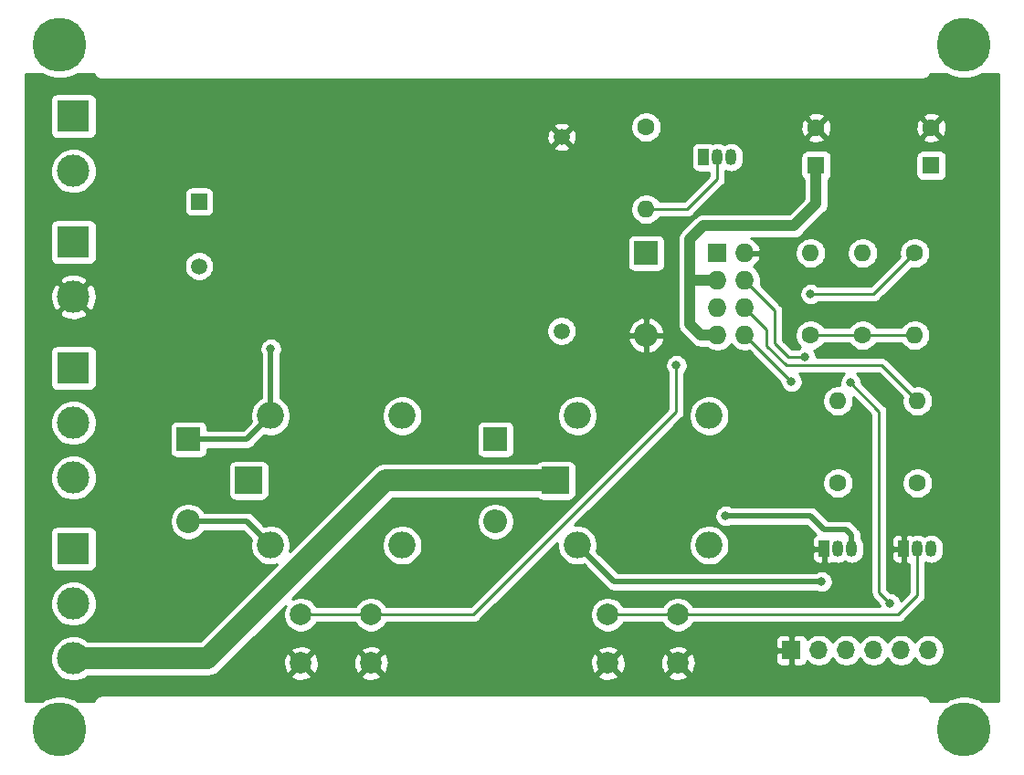
<source format=gbr>
%TF.GenerationSoftware,KiCad,Pcbnew,(5.1.10)-1*%
%TF.CreationDate,2021-12-18T16:47:06+01:00*%
%TF.ProjectId,Sonoff,536f6e6f-6666-42e6-9b69-6361645f7063,rev?*%
%TF.SameCoordinates,Original*%
%TF.FileFunction,Copper,L2,Bot*%
%TF.FilePolarity,Positive*%
%FSLAX46Y46*%
G04 Gerber Fmt 4.6, Leading zero omitted, Abs format (unit mm)*
G04 Created by KiCad (PCBNEW (5.1.10)-1) date 2021-12-18 16:47:06*
%MOMM*%
%LPD*%
G01*
G04 APERTURE LIST*
%TA.AperFunction,ComponentPad*%
%ADD10C,3.000000*%
%TD*%
%TA.AperFunction,ComponentPad*%
%ADD11R,3.000000X3.000000*%
%TD*%
%TA.AperFunction,ComponentPad*%
%ADD12O,1.700000X1.700000*%
%TD*%
%TA.AperFunction,ComponentPad*%
%ADD13R,1.700000X1.700000*%
%TD*%
%TA.AperFunction,ComponentPad*%
%ADD14R,1.600000X1.600000*%
%TD*%
%TA.AperFunction,ComponentPad*%
%ADD15C,1.600000*%
%TD*%
%TA.AperFunction,ComponentPad*%
%ADD16R,2.200000X2.200000*%
%TD*%
%TA.AperFunction,ComponentPad*%
%ADD17O,2.200000X2.200000*%
%TD*%
%TA.AperFunction,ComponentPad*%
%ADD18R,2.500000X2.500000*%
%TD*%
%TA.AperFunction,ComponentPad*%
%ADD19O,2.500000X2.500000*%
%TD*%
%TA.AperFunction,ComponentPad*%
%ADD20R,1.500000X1.500000*%
%TD*%
%TA.AperFunction,ComponentPad*%
%ADD21C,1.500000*%
%TD*%
%TA.AperFunction,ComponentPad*%
%ADD22R,1.050000X1.500000*%
%TD*%
%TA.AperFunction,ComponentPad*%
%ADD23O,1.050000X1.500000*%
%TD*%
%TA.AperFunction,ComponentPad*%
%ADD24O,1.600000X1.600000*%
%TD*%
%TA.AperFunction,ComponentPad*%
%ADD25C,2.000000*%
%TD*%
%TA.AperFunction,ComponentPad*%
%ADD26R,1.727200X1.727200*%
%TD*%
%TA.AperFunction,ComponentPad*%
%ADD27O,1.727200X1.727200*%
%TD*%
%TA.AperFunction,ViaPad*%
%ADD28C,5.000000*%
%TD*%
%TA.AperFunction,ViaPad*%
%ADD29C,0.800000*%
%TD*%
%TA.AperFunction,Conductor*%
%ADD30C,0.508000*%
%TD*%
%TA.AperFunction,Conductor*%
%ADD31C,1.016000*%
%TD*%
%TA.AperFunction,Conductor*%
%ADD32C,0.254000*%
%TD*%
%TA.AperFunction,Conductor*%
%ADD33C,2.032000*%
%TD*%
%TA.AperFunction,Conductor*%
%ADD34C,0.100000*%
%TD*%
G04 APERTURE END LIST*
D10*
%TO.P,AC IN,2*%
%TO.N,Net-(J1-Pad2)*%
X113030000Y-82804000D03*
D11*
%TO.P,AC IN,1*%
%TO.N,Net-(J1-Pad1)*%
X113030000Y-77724000D03*
%TD*%
D12*
%TO.P,FTDI IN,6*%
%TO.N,Net-(J5-Pad6)*%
X192278000Y-127254000D03*
%TO.P,FTDI IN,5*%
%TO.N,RX*%
X189738000Y-127254000D03*
%TO.P,FTDI IN,4*%
%TO.N,TX*%
X187198000Y-127254000D03*
%TO.P,FTDI IN,3*%
%TO.N,+3V3*%
X184658000Y-127254000D03*
%TO.P,FTDI IN,2*%
%TO.N,Net-(J5-Pad2)*%
X182118000Y-127254000D03*
D13*
%TO.P,FTDI IN,1*%
%TO.N,GND*%
X179578000Y-127254000D03*
%TD*%
D14*
%TO.P,C1,1*%
%TO.N,+5V*%
X192532000Y-82296000D03*
D15*
%TO.P,C1,2*%
%TO.N,GND*%
X192532000Y-78796000D03*
%TD*%
%TO.P,C2,2*%
%TO.N,GND*%
X181864000Y-78796000D03*
D14*
%TO.P,C2,1*%
%TO.N,+3V3*%
X181864000Y-82296000D03*
%TD*%
D16*
%TO.P,D1,1*%
%TO.N,Net-(D1-Pad1)*%
X166116000Y-90424000D03*
D17*
%TO.P,D1,2*%
%TO.N,GND*%
X166116000Y-98044000D03*
%TD*%
D16*
%TO.P,D2,1*%
%TO.N,+5V*%
X123698000Y-107696000D03*
D17*
%TO.P,D2,2*%
%TO.N,Net-(D2-Pad2)*%
X123698000Y-115316000D03*
%TD*%
D16*
%TO.P,D3,1*%
%TO.N,+5V*%
X152146000Y-107696000D03*
D17*
%TO.P,D3,2*%
%TO.N,Net-(D3-Pad2)*%
X152146000Y-115316000D03*
%TD*%
D11*
%TO.P,5V IN,1*%
%TO.N,+5V*%
X113030000Y-89408000D03*
D10*
%TO.P,5V IN,2*%
%TO.N,GND*%
X113030000Y-94488000D03*
%TD*%
D11*
%TO.P,K1 OUT,1*%
%TO.N,K1_OFF*%
X113030000Y-101092000D03*
D10*
%TO.P,K1 OUT,2*%
%TO.N,K1_ON*%
X113030000Y-106172000D03*
%TO.P,K1 OUT,3*%
%TO.N,K1_IN*%
X113030000Y-111252000D03*
%TD*%
%TO.P,K2 OUT,3*%
%TO.N,K2_IN*%
X113030000Y-128016000D03*
%TO.P,K2 OUT,2*%
%TO.N,K2_ON*%
X113030000Y-122936000D03*
D11*
%TO.P,K2 OUT,1*%
%TO.N,K2_OFF*%
X113030000Y-117856000D03*
%TD*%
D18*
%TO.P,K1,1*%
%TO.N,K1_IN*%
X129286000Y-111506000D03*
D19*
%TO.P,K1,2*%
%TO.N,Net-(D2-Pad2)*%
X131286000Y-117506000D03*
%TO.P,K1,3*%
%TO.N,K1_OFF*%
X143486000Y-117506000D03*
%TO.P,K1,4*%
%TO.N,K1_ON*%
X143486000Y-105506000D03*
%TO.P,K1,5*%
%TO.N,+5V*%
X131286000Y-105506000D03*
%TD*%
D18*
%TO.P,K2,1*%
%TO.N,K2_IN*%
X157734000Y-111506000D03*
D19*
%TO.P,K2,2*%
%TO.N,Net-(D3-Pad2)*%
X159734000Y-117506000D03*
%TO.P,K2,3*%
%TO.N,K2_OFF*%
X171934000Y-117506000D03*
%TO.P,K2,4*%
%TO.N,K2_ON*%
X171934000Y-105506000D03*
%TO.P,K2,5*%
%TO.N,+5V*%
X159734000Y-105506000D03*
%TD*%
D20*
%TO.P,HLK-5M05,1*%
%TO.N,Net-(J1-Pad1)*%
X124678000Y-85646000D03*
D21*
%TO.P,HLK-5M05,2*%
%TO.N,Net-(J1-Pad2)*%
X124678000Y-91646000D03*
%TO.P,HLK-5M05,3*%
%TO.N,GND*%
X158278000Y-79646000D03*
%TO.P,HLK-5M05,4*%
%TO.N,+5V*%
X158278000Y-97646000D03*
%TD*%
D22*
%TO.P,Q1,1*%
%TO.N,+5V*%
X171450000Y-81534000D03*
D23*
%TO.P,Q1,3*%
%TO.N,+3V3*%
X173990000Y-81534000D03*
%TO.P,Q1,2*%
%TO.N,Net-(D1-Pad1)*%
X172720000Y-81534000D03*
%TD*%
D22*
%TO.P,Q2,1*%
%TO.N,GND*%
X182626000Y-117856000D03*
D23*
%TO.P,Q2,3*%
%TO.N,Net-(D2-Pad2)*%
X185166000Y-117856000D03*
%TO.P,Q2,2*%
%TO.N,K1*%
X183896000Y-117856000D03*
%TD*%
D22*
%TO.P,Q3,1*%
%TO.N,GND*%
X189992000Y-117856000D03*
D23*
%TO.P,Q3,3*%
%TO.N,Net-(D3-Pad2)*%
X192532000Y-117856000D03*
%TO.P,Q3,2*%
%TO.N,K2*%
X191262000Y-117856000D03*
%TD*%
D15*
%TO.P,R1,1*%
%TO.N,+5V*%
X166116000Y-78740000D03*
D24*
%TO.P,R1,2*%
%TO.N,Net-(D1-Pad1)*%
X166116000Y-86360000D03*
%TD*%
%TO.P,R2,2*%
%TO.N,K1*%
X181356000Y-90424000D03*
D15*
%TO.P,R2,1*%
%TO.N,+3V3*%
X181356000Y-98044000D03*
%TD*%
D24*
%TO.P,R3,2*%
%TO.N,K2*%
X186182000Y-90424000D03*
D15*
%TO.P,R3,1*%
%TO.N,+3V3*%
X186182000Y-98044000D03*
%TD*%
%TO.P,R4,1*%
%TO.N,Net-(R4-Pad1)*%
X191008000Y-90424000D03*
D24*
%TO.P,R4,2*%
%TO.N,+3V3*%
X191008000Y-98044000D03*
%TD*%
D15*
%TO.P,R5,1*%
%TO.N,K1*%
X183896000Y-111760000D03*
D24*
%TO.P,R5,2*%
%TO.N,Net-(R5-Pad2)*%
X183896000Y-104140000D03*
%TD*%
%TO.P,R6,2*%
%TO.N,Net-(R6-Pad2)*%
X191262000Y-104140000D03*
D15*
%TO.P,R6,1*%
%TO.N,K2*%
X191262000Y-111760000D03*
%TD*%
D25*
%TO.P,Reset,1*%
%TO.N,Net-(R4-Pad1)*%
X140612000Y-123952000D03*
%TO.P,Reset,2*%
%TO.N,GND*%
X140612000Y-128452000D03*
%TO.P,Reset,1*%
%TO.N,Net-(R4-Pad1)*%
X134112000Y-123952000D03*
%TO.P,Reset,2*%
%TO.N,GND*%
X134112000Y-128452000D03*
%TD*%
%TO.P,Flash,2*%
%TO.N,K2*%
X169060000Y-123952000D03*
%TO.P,Flash,1*%
%TO.N,GND*%
X169060000Y-128452000D03*
%TO.P,Flash,2*%
%TO.N,K2*%
X162560000Y-123952000D03*
%TO.P,Flash,1*%
%TO.N,GND*%
X162560000Y-128452000D03*
%TD*%
D26*
%TO.P,ESP-01,1*%
%TO.N,RX*%
X172720000Y-90424000D03*
D27*
%TO.P,ESP-01,2*%
%TO.N,GND*%
X175260000Y-90424000D03*
%TO.P,ESP-01,3*%
%TO.N,+3V3*%
X172720000Y-92964000D03*
%TO.P,ESP-01,4*%
%TO.N,Net-(R5-Pad2)*%
X175260000Y-92964000D03*
%TO.P,ESP-01,5*%
%TO.N,Net-(R4-Pad1)*%
X172720000Y-95504000D03*
%TO.P,ESP-01,6*%
%TO.N,Net-(R6-Pad2)*%
X175260000Y-95504000D03*
%TO.P,ESP-01,7*%
%TO.N,+3V3*%
X172720000Y-98044000D03*
%TO.P,ESP-01,8*%
%TO.N,TX*%
X175260000Y-98044000D03*
%TD*%
D28*
%TO.N,*%
X111760000Y-71120000D03*
X195580000Y-71120000D03*
X195580000Y-134620000D03*
X111760000Y-134620000D03*
D29*
%TO.N,+5V*%
X131318000Y-99314000D03*
%TO.N,Net-(D2-Pad2)*%
X173482000Y-114808000D03*
%TO.N,Net-(D3-Pad2)*%
X182372000Y-120904000D03*
%TO.N,TX*%
X179578000Y-102362000D03*
%TO.N,RX*%
X185070130Y-102457870D03*
X188722000Y-122936000D03*
%TO.N,Net-(R4-Pad1)*%
X181356000Y-94234000D03*
X168910000Y-100838000D03*
%TO.N,Net-(R5-Pad2)*%
X180848000Y-100076000D03*
%TD*%
D30*
%TO.N,+5V*%
X129096000Y-107696000D02*
X131286000Y-105506000D01*
X123698000Y-107696000D02*
X129096000Y-107696000D01*
X131286000Y-99346000D02*
X131318000Y-99314000D01*
X131286000Y-105506000D02*
X131286000Y-99346000D01*
D31*
%TO.N,+3V3*%
X171196000Y-98044000D02*
X172720000Y-98044000D01*
X171450000Y-87884000D02*
X170180000Y-89154000D01*
X170180000Y-97028000D02*
X171196000Y-98044000D01*
X172720000Y-92964000D02*
X170180000Y-92964000D01*
X170180000Y-92964000D02*
X170180000Y-97028000D01*
X170180000Y-89154000D02*
X170180000Y-92964000D01*
D32*
X181356000Y-98044000D02*
X186182000Y-98044000D01*
X186182000Y-98044000D02*
X191008000Y-98044000D01*
D31*
X171450000Y-87884000D02*
X179832000Y-87884000D01*
X181864000Y-85852000D02*
X181864000Y-82296000D01*
X179832000Y-87884000D02*
X181864000Y-85852000D01*
D32*
%TO.N,Net-(D1-Pad1)*%
X166116000Y-86360000D02*
X169926000Y-86360000D01*
X172720000Y-83566000D02*
X172720000Y-81534000D01*
X169926000Y-86360000D02*
X172720000Y-83566000D01*
D30*
%TO.N,Net-(D2-Pad2)*%
X129096000Y-115316000D02*
X131286000Y-117506000D01*
X123698000Y-115316000D02*
X129096000Y-115316000D01*
X173482000Y-114808000D02*
X181356000Y-114808000D01*
X181356000Y-114808000D02*
X182626000Y-116078000D01*
X185166000Y-116598000D02*
X185166000Y-117856000D01*
X184646000Y-116078000D02*
X185166000Y-116598000D01*
X182626000Y-116078000D02*
X184646000Y-116078000D01*
%TO.N,Net-(D3-Pad2)*%
X163132000Y-120904000D02*
X159734000Y-117506000D01*
X182372000Y-120904000D02*
X163132000Y-120904000D01*
D32*
%TO.N,TX*%
X175260000Y-98044000D02*
X179578000Y-102362000D01*
%TO.N,RX*%
X185070130Y-102457870D02*
X187706000Y-105093740D01*
X187706000Y-105093740D02*
X187706000Y-115570000D01*
X187706000Y-121920000D02*
X188722000Y-122936000D01*
X187706000Y-115570000D02*
X187706000Y-121920000D01*
%TO.N,K2*%
X162560000Y-123952000D02*
X169060000Y-123952000D01*
X191262000Y-122174000D02*
X191262000Y-117856000D01*
X189484000Y-123952000D02*
X191262000Y-122174000D01*
X169060000Y-123952000D02*
X189484000Y-123952000D01*
%TO.N,Net-(R4-Pad1)*%
X187198000Y-94234000D02*
X191008000Y-90424000D01*
X181356000Y-94234000D02*
X187198000Y-94234000D01*
X168910000Y-100838000D02*
X168910000Y-105156000D01*
X150114000Y-123952000D02*
X140612000Y-123952000D01*
X168910000Y-105156000D02*
X150114000Y-123952000D01*
X134112000Y-123952000D02*
X140612000Y-123952000D01*
D33*
%TO.N,K2_IN*%
X113030000Y-128016000D02*
X125476000Y-128016000D01*
X141986000Y-111506000D02*
X157734000Y-111506000D01*
X125476000Y-128016000D02*
X141986000Y-111506000D01*
D32*
%TO.N,Net-(R5-Pad2)*%
X175260000Y-92964000D02*
X178054000Y-95758000D01*
X178054000Y-95758000D02*
X178054000Y-98806000D01*
X179324000Y-100076000D02*
X180848000Y-100076000D01*
X178054000Y-98806000D02*
X179324000Y-100076000D01*
%TO.N,Net-(R6-Pad2)*%
X175260000Y-95504000D02*
X177292000Y-97536000D01*
X177292000Y-99000038D02*
X179129962Y-100838000D01*
X177292000Y-97536000D02*
X177292000Y-99000038D01*
X187960000Y-100838000D02*
X191262000Y-104140000D01*
X179129962Y-100838000D02*
X187960000Y-100838000D01*
%TD*%
%TO.N,GND*%
X110275021Y-73898201D02*
X110845554Y-74134524D01*
X111451229Y-74255000D01*
X112068771Y-74255000D01*
X112674446Y-74134524D01*
X113244979Y-73898201D01*
X113411403Y-73787000D01*
X114919315Y-73787000D01*
X114919550Y-73789383D01*
X114957290Y-73913793D01*
X115018575Y-74028450D01*
X115101052Y-74128948D01*
X115201550Y-74211425D01*
X115316207Y-74272710D01*
X115440617Y-74310450D01*
X115537581Y-74320000D01*
X115570000Y-74323193D01*
X115602419Y-74320000D01*
X191737581Y-74320000D01*
X191770000Y-74323193D01*
X191802419Y-74320000D01*
X191899383Y-74310450D01*
X192023793Y-74272710D01*
X192138450Y-74211425D01*
X192238948Y-74128948D01*
X192321425Y-74028450D01*
X192382710Y-73913793D01*
X192420450Y-73789383D01*
X192420685Y-73787000D01*
X193928597Y-73787000D01*
X194095021Y-73898201D01*
X194665554Y-74134524D01*
X195271229Y-74255000D01*
X195888771Y-74255000D01*
X196494446Y-74134524D01*
X197064979Y-73898201D01*
X197231403Y-73787000D01*
X198730000Y-73787000D01*
X198730001Y-131953000D01*
X197231403Y-131953000D01*
X197064979Y-131841799D01*
X196494446Y-131605476D01*
X195888771Y-131485000D01*
X195271229Y-131485000D01*
X194665554Y-131605476D01*
X194095021Y-131841799D01*
X193928597Y-131953000D01*
X192420685Y-131953000D01*
X192420450Y-131950617D01*
X192382710Y-131826207D01*
X192321425Y-131711550D01*
X192238948Y-131611052D01*
X192138450Y-131528575D01*
X192023793Y-131467290D01*
X191899383Y-131429550D01*
X191802419Y-131420000D01*
X191770000Y-131416807D01*
X191737581Y-131420000D01*
X115602419Y-131420000D01*
X115570000Y-131416807D01*
X115537581Y-131420000D01*
X115440617Y-131429550D01*
X115316207Y-131467290D01*
X115201550Y-131528575D01*
X115101052Y-131611052D01*
X115018575Y-131711550D01*
X114957290Y-131826207D01*
X114919550Y-131950617D01*
X114919315Y-131953000D01*
X113411403Y-131953000D01*
X113244979Y-131841799D01*
X112674446Y-131605476D01*
X112068771Y-131485000D01*
X111451229Y-131485000D01*
X110845554Y-131605476D01*
X110275021Y-131841799D01*
X110108597Y-131953000D01*
X108610000Y-131953000D01*
X108610000Y-127805721D01*
X110895000Y-127805721D01*
X110895000Y-128226279D01*
X110977047Y-128638756D01*
X111137988Y-129027302D01*
X111371637Y-129376983D01*
X111669017Y-129674363D01*
X112018698Y-129908012D01*
X112407244Y-130068953D01*
X112819721Y-130151000D01*
X113240279Y-130151000D01*
X113652756Y-130068953D01*
X114041302Y-129908012D01*
X114390983Y-129674363D01*
X114398346Y-129667000D01*
X125394899Y-129667000D01*
X125476000Y-129674988D01*
X125557101Y-129667000D01*
X125557104Y-129667000D01*
X125799653Y-129643111D01*
X125983264Y-129587413D01*
X133156192Y-129587413D01*
X133251956Y-129851814D01*
X133541571Y-129992704D01*
X133853108Y-130074384D01*
X134174595Y-130093718D01*
X134493675Y-130049961D01*
X134798088Y-129944795D01*
X134972044Y-129851814D01*
X135067808Y-129587413D01*
X139656192Y-129587413D01*
X139751956Y-129851814D01*
X140041571Y-129992704D01*
X140353108Y-130074384D01*
X140674595Y-130093718D01*
X140993675Y-130049961D01*
X141298088Y-129944795D01*
X141472044Y-129851814D01*
X141567808Y-129587413D01*
X161604192Y-129587413D01*
X161699956Y-129851814D01*
X161989571Y-129992704D01*
X162301108Y-130074384D01*
X162622595Y-130093718D01*
X162941675Y-130049961D01*
X163246088Y-129944795D01*
X163420044Y-129851814D01*
X163515808Y-129587413D01*
X168104192Y-129587413D01*
X168199956Y-129851814D01*
X168489571Y-129992704D01*
X168801108Y-130074384D01*
X169122595Y-130093718D01*
X169441675Y-130049961D01*
X169746088Y-129944795D01*
X169920044Y-129851814D01*
X170015808Y-129587413D01*
X169060000Y-128631605D01*
X168104192Y-129587413D01*
X163515808Y-129587413D01*
X162560000Y-128631605D01*
X161604192Y-129587413D01*
X141567808Y-129587413D01*
X140612000Y-128631605D01*
X139656192Y-129587413D01*
X135067808Y-129587413D01*
X134112000Y-128631605D01*
X133156192Y-129587413D01*
X125983264Y-129587413D01*
X126110867Y-129548705D01*
X126397684Y-129395398D01*
X126649082Y-129189082D01*
X126700787Y-129126079D01*
X127312271Y-128514595D01*
X132470282Y-128514595D01*
X132514039Y-128833675D01*
X132619205Y-129138088D01*
X132712186Y-129312044D01*
X132976587Y-129407808D01*
X133932395Y-128452000D01*
X134291605Y-128452000D01*
X135247413Y-129407808D01*
X135511814Y-129312044D01*
X135652704Y-129022429D01*
X135734384Y-128710892D01*
X135746189Y-128514595D01*
X138970282Y-128514595D01*
X139014039Y-128833675D01*
X139119205Y-129138088D01*
X139212186Y-129312044D01*
X139476587Y-129407808D01*
X140432395Y-128452000D01*
X140791605Y-128452000D01*
X141747413Y-129407808D01*
X142011814Y-129312044D01*
X142152704Y-129022429D01*
X142234384Y-128710892D01*
X142246189Y-128514595D01*
X160918282Y-128514595D01*
X160962039Y-128833675D01*
X161067205Y-129138088D01*
X161160186Y-129312044D01*
X161424587Y-129407808D01*
X162380395Y-128452000D01*
X162739605Y-128452000D01*
X163695413Y-129407808D01*
X163959814Y-129312044D01*
X164100704Y-129022429D01*
X164182384Y-128710892D01*
X164194189Y-128514595D01*
X167418282Y-128514595D01*
X167462039Y-128833675D01*
X167567205Y-129138088D01*
X167660186Y-129312044D01*
X167924587Y-129407808D01*
X168880395Y-128452000D01*
X169239605Y-128452000D01*
X170195413Y-129407808D01*
X170459814Y-129312044D01*
X170600704Y-129022429D01*
X170682384Y-128710892D01*
X170701718Y-128389405D01*
X170662580Y-128104000D01*
X178089928Y-128104000D01*
X178102188Y-128228482D01*
X178138498Y-128348180D01*
X178197463Y-128458494D01*
X178276815Y-128555185D01*
X178373506Y-128634537D01*
X178483820Y-128693502D01*
X178603518Y-128729812D01*
X178728000Y-128742072D01*
X179292250Y-128739000D01*
X179451000Y-128580250D01*
X179451000Y-127381000D01*
X178251750Y-127381000D01*
X178093000Y-127539750D01*
X178089928Y-128104000D01*
X170662580Y-128104000D01*
X170657961Y-128070325D01*
X170552795Y-127765912D01*
X170459814Y-127591956D01*
X170195413Y-127496192D01*
X169239605Y-128452000D01*
X168880395Y-128452000D01*
X167924587Y-127496192D01*
X167660186Y-127591956D01*
X167519296Y-127881571D01*
X167437616Y-128193108D01*
X167418282Y-128514595D01*
X164194189Y-128514595D01*
X164201718Y-128389405D01*
X164157961Y-128070325D01*
X164052795Y-127765912D01*
X163959814Y-127591956D01*
X163695413Y-127496192D01*
X162739605Y-128452000D01*
X162380395Y-128452000D01*
X161424587Y-127496192D01*
X161160186Y-127591956D01*
X161019296Y-127881571D01*
X160937616Y-128193108D01*
X160918282Y-128514595D01*
X142246189Y-128514595D01*
X142253718Y-128389405D01*
X142209961Y-128070325D01*
X142104795Y-127765912D01*
X142011814Y-127591956D01*
X141747413Y-127496192D01*
X140791605Y-128452000D01*
X140432395Y-128452000D01*
X139476587Y-127496192D01*
X139212186Y-127591956D01*
X139071296Y-127881571D01*
X138989616Y-128193108D01*
X138970282Y-128514595D01*
X135746189Y-128514595D01*
X135753718Y-128389405D01*
X135709961Y-128070325D01*
X135604795Y-127765912D01*
X135511814Y-127591956D01*
X135247413Y-127496192D01*
X134291605Y-128452000D01*
X133932395Y-128452000D01*
X132976587Y-127496192D01*
X132712186Y-127591956D01*
X132571296Y-127881571D01*
X132489616Y-128193108D01*
X132470282Y-128514595D01*
X127312271Y-128514595D01*
X128510279Y-127316587D01*
X133156192Y-127316587D01*
X134112000Y-128272395D01*
X135067808Y-127316587D01*
X139656192Y-127316587D01*
X140612000Y-128272395D01*
X141567808Y-127316587D01*
X161604192Y-127316587D01*
X162560000Y-128272395D01*
X163515808Y-127316587D01*
X168104192Y-127316587D01*
X169060000Y-128272395D01*
X170015808Y-127316587D01*
X169920044Y-127052186D01*
X169630429Y-126911296D01*
X169318892Y-126829616D01*
X168997405Y-126810282D01*
X168678325Y-126854039D01*
X168373912Y-126959205D01*
X168199956Y-127052186D01*
X168104192Y-127316587D01*
X163515808Y-127316587D01*
X163420044Y-127052186D01*
X163130429Y-126911296D01*
X162818892Y-126829616D01*
X162497405Y-126810282D01*
X162178325Y-126854039D01*
X161873912Y-126959205D01*
X161699956Y-127052186D01*
X161604192Y-127316587D01*
X141567808Y-127316587D01*
X141472044Y-127052186D01*
X141182429Y-126911296D01*
X140870892Y-126829616D01*
X140549405Y-126810282D01*
X140230325Y-126854039D01*
X139925912Y-126959205D01*
X139751956Y-127052186D01*
X139656192Y-127316587D01*
X135067808Y-127316587D01*
X134972044Y-127052186D01*
X134682429Y-126911296D01*
X134370892Y-126829616D01*
X134049405Y-126810282D01*
X133730325Y-126854039D01*
X133425912Y-126959205D01*
X133251956Y-127052186D01*
X133156192Y-127316587D01*
X128510279Y-127316587D01*
X129422866Y-126404000D01*
X178089928Y-126404000D01*
X178093000Y-126968250D01*
X178251750Y-127127000D01*
X179451000Y-127127000D01*
X179451000Y-125927750D01*
X179705000Y-125927750D01*
X179705000Y-127127000D01*
X179725000Y-127127000D01*
X179725000Y-127381000D01*
X179705000Y-127381000D01*
X179705000Y-128580250D01*
X179863750Y-128739000D01*
X180428000Y-128742072D01*
X180552482Y-128729812D01*
X180672180Y-128693502D01*
X180782494Y-128634537D01*
X180879185Y-128555185D01*
X180958537Y-128458494D01*
X181017502Y-128348180D01*
X181039513Y-128275620D01*
X181171368Y-128407475D01*
X181414589Y-128569990D01*
X181684842Y-128681932D01*
X181971740Y-128739000D01*
X182264260Y-128739000D01*
X182551158Y-128681932D01*
X182821411Y-128569990D01*
X183064632Y-128407475D01*
X183271475Y-128200632D01*
X183388000Y-128026240D01*
X183504525Y-128200632D01*
X183711368Y-128407475D01*
X183954589Y-128569990D01*
X184224842Y-128681932D01*
X184511740Y-128739000D01*
X184804260Y-128739000D01*
X185091158Y-128681932D01*
X185361411Y-128569990D01*
X185604632Y-128407475D01*
X185811475Y-128200632D01*
X185928000Y-128026240D01*
X186044525Y-128200632D01*
X186251368Y-128407475D01*
X186494589Y-128569990D01*
X186764842Y-128681932D01*
X187051740Y-128739000D01*
X187344260Y-128739000D01*
X187631158Y-128681932D01*
X187901411Y-128569990D01*
X188144632Y-128407475D01*
X188351475Y-128200632D01*
X188468000Y-128026240D01*
X188584525Y-128200632D01*
X188791368Y-128407475D01*
X189034589Y-128569990D01*
X189304842Y-128681932D01*
X189591740Y-128739000D01*
X189884260Y-128739000D01*
X190171158Y-128681932D01*
X190441411Y-128569990D01*
X190684632Y-128407475D01*
X190891475Y-128200632D01*
X191008000Y-128026240D01*
X191124525Y-128200632D01*
X191331368Y-128407475D01*
X191574589Y-128569990D01*
X191844842Y-128681932D01*
X192131740Y-128739000D01*
X192424260Y-128739000D01*
X192711158Y-128681932D01*
X192981411Y-128569990D01*
X193224632Y-128407475D01*
X193431475Y-128200632D01*
X193593990Y-127957411D01*
X193705932Y-127687158D01*
X193763000Y-127400260D01*
X193763000Y-127107740D01*
X193705932Y-126820842D01*
X193593990Y-126550589D01*
X193431475Y-126307368D01*
X193224632Y-126100525D01*
X192981411Y-125938010D01*
X192711158Y-125826068D01*
X192424260Y-125769000D01*
X192131740Y-125769000D01*
X191844842Y-125826068D01*
X191574589Y-125938010D01*
X191331368Y-126100525D01*
X191124525Y-126307368D01*
X191008000Y-126481760D01*
X190891475Y-126307368D01*
X190684632Y-126100525D01*
X190441411Y-125938010D01*
X190171158Y-125826068D01*
X189884260Y-125769000D01*
X189591740Y-125769000D01*
X189304842Y-125826068D01*
X189034589Y-125938010D01*
X188791368Y-126100525D01*
X188584525Y-126307368D01*
X188468000Y-126481760D01*
X188351475Y-126307368D01*
X188144632Y-126100525D01*
X187901411Y-125938010D01*
X187631158Y-125826068D01*
X187344260Y-125769000D01*
X187051740Y-125769000D01*
X186764842Y-125826068D01*
X186494589Y-125938010D01*
X186251368Y-126100525D01*
X186044525Y-126307368D01*
X185928000Y-126481760D01*
X185811475Y-126307368D01*
X185604632Y-126100525D01*
X185361411Y-125938010D01*
X185091158Y-125826068D01*
X184804260Y-125769000D01*
X184511740Y-125769000D01*
X184224842Y-125826068D01*
X183954589Y-125938010D01*
X183711368Y-126100525D01*
X183504525Y-126307368D01*
X183388000Y-126481760D01*
X183271475Y-126307368D01*
X183064632Y-126100525D01*
X182821411Y-125938010D01*
X182551158Y-125826068D01*
X182264260Y-125769000D01*
X181971740Y-125769000D01*
X181684842Y-125826068D01*
X181414589Y-125938010D01*
X181171368Y-126100525D01*
X181039513Y-126232380D01*
X181017502Y-126159820D01*
X180958537Y-126049506D01*
X180879185Y-125952815D01*
X180782494Y-125873463D01*
X180672180Y-125814498D01*
X180552482Y-125778188D01*
X180428000Y-125765928D01*
X179863750Y-125769000D01*
X179705000Y-125927750D01*
X179451000Y-125927750D01*
X179292250Y-125769000D01*
X178728000Y-125765928D01*
X178603518Y-125778188D01*
X178483820Y-125814498D01*
X178373506Y-125873463D01*
X178276815Y-125952815D01*
X178197463Y-126049506D01*
X178138498Y-126159820D01*
X178102188Y-126279518D01*
X178089928Y-126404000D01*
X129422866Y-126404000D01*
X132690775Y-123136091D01*
X132663082Y-123177537D01*
X132539832Y-123475088D01*
X132477000Y-123790967D01*
X132477000Y-124113033D01*
X132539832Y-124428912D01*
X132663082Y-124726463D01*
X132842013Y-124994252D01*
X133069748Y-125221987D01*
X133337537Y-125400918D01*
X133635088Y-125524168D01*
X133950967Y-125587000D01*
X134273033Y-125587000D01*
X134588912Y-125524168D01*
X134886463Y-125400918D01*
X135154252Y-125221987D01*
X135381987Y-124994252D01*
X135560918Y-124726463D01*
X135566080Y-124714000D01*
X139157920Y-124714000D01*
X139163082Y-124726463D01*
X139342013Y-124994252D01*
X139569748Y-125221987D01*
X139837537Y-125400918D01*
X140135088Y-125524168D01*
X140450967Y-125587000D01*
X140773033Y-125587000D01*
X141088912Y-125524168D01*
X141386463Y-125400918D01*
X141654252Y-125221987D01*
X141881987Y-124994252D01*
X142060918Y-124726463D01*
X142066080Y-124714000D01*
X150076577Y-124714000D01*
X150114000Y-124717686D01*
X150151423Y-124714000D01*
X150151426Y-124714000D01*
X150263378Y-124702974D01*
X150407015Y-124659402D01*
X150539392Y-124588645D01*
X150655422Y-124493422D01*
X150679284Y-124464346D01*
X151352663Y-123790967D01*
X160925000Y-123790967D01*
X160925000Y-124113033D01*
X160987832Y-124428912D01*
X161111082Y-124726463D01*
X161290013Y-124994252D01*
X161517748Y-125221987D01*
X161785537Y-125400918D01*
X162083088Y-125524168D01*
X162398967Y-125587000D01*
X162721033Y-125587000D01*
X163036912Y-125524168D01*
X163334463Y-125400918D01*
X163602252Y-125221987D01*
X163829987Y-124994252D01*
X164008918Y-124726463D01*
X164014080Y-124714000D01*
X167605920Y-124714000D01*
X167611082Y-124726463D01*
X167790013Y-124994252D01*
X168017748Y-125221987D01*
X168285537Y-125400918D01*
X168583088Y-125524168D01*
X168898967Y-125587000D01*
X169221033Y-125587000D01*
X169536912Y-125524168D01*
X169834463Y-125400918D01*
X170102252Y-125221987D01*
X170329987Y-124994252D01*
X170508918Y-124726463D01*
X170514080Y-124714000D01*
X189446577Y-124714000D01*
X189484000Y-124717686D01*
X189521423Y-124714000D01*
X189521426Y-124714000D01*
X189633378Y-124702974D01*
X189777015Y-124659402D01*
X189909392Y-124588645D01*
X190025422Y-124493422D01*
X190049284Y-124464346D01*
X191774347Y-122739283D01*
X191803422Y-122715422D01*
X191875658Y-122627402D01*
X191898645Y-122599393D01*
X191936465Y-122528636D01*
X191969402Y-122467015D01*
X192012974Y-122323378D01*
X192024000Y-122211426D01*
X192024000Y-122211423D01*
X192027686Y-122174000D01*
X192024000Y-122136577D01*
X192024000Y-119124777D01*
X192085941Y-119157885D01*
X192304601Y-119224215D01*
X192532000Y-119246612D01*
X192759400Y-119224215D01*
X192978060Y-119157885D01*
X193179579Y-119050171D01*
X193356212Y-118905212D01*
X193501171Y-118728579D01*
X193608885Y-118527059D01*
X193675215Y-118308399D01*
X193692000Y-118137978D01*
X193692000Y-117574021D01*
X193675215Y-117403600D01*
X193608885Y-117184940D01*
X193501171Y-116983421D01*
X193356212Y-116806788D01*
X193179578Y-116661829D01*
X192978059Y-116554115D01*
X192759399Y-116487785D01*
X192532000Y-116465388D01*
X192304600Y-116487785D01*
X192085940Y-116554115D01*
X191897000Y-116655106D01*
X191708059Y-116554115D01*
X191489399Y-116487785D01*
X191262000Y-116465388D01*
X191034600Y-116487785D01*
X190825902Y-116551093D01*
X190761180Y-116516498D01*
X190641482Y-116480188D01*
X190517000Y-116467928D01*
X190277750Y-116471000D01*
X190119000Y-116629750D01*
X190119000Y-117402892D01*
X190118785Y-117403601D01*
X190102000Y-117574022D01*
X190102000Y-118137979D01*
X190118785Y-118308400D01*
X190119000Y-118309109D01*
X190119000Y-119082250D01*
X190277750Y-119241000D01*
X190500001Y-119243854D01*
X190500000Y-121858370D01*
X189718394Y-122639976D01*
X189717226Y-122634102D01*
X189639205Y-122445744D01*
X189525937Y-122276226D01*
X189381774Y-122132063D01*
X189212256Y-122018795D01*
X189023898Y-121940774D01*
X188823939Y-121901000D01*
X188764631Y-121901000D01*
X188468000Y-121604370D01*
X188468000Y-118606000D01*
X188828928Y-118606000D01*
X188841188Y-118730482D01*
X188877498Y-118850180D01*
X188936463Y-118960494D01*
X189015815Y-119057185D01*
X189112506Y-119136537D01*
X189222820Y-119195502D01*
X189342518Y-119231812D01*
X189467000Y-119244072D01*
X189706250Y-119241000D01*
X189865000Y-119082250D01*
X189865000Y-117983000D01*
X188990750Y-117983000D01*
X188832000Y-118141750D01*
X188828928Y-118606000D01*
X188468000Y-118606000D01*
X188468000Y-117106000D01*
X188828928Y-117106000D01*
X188832000Y-117570250D01*
X188990750Y-117729000D01*
X189865000Y-117729000D01*
X189865000Y-116629750D01*
X189706250Y-116471000D01*
X189467000Y-116467928D01*
X189342518Y-116480188D01*
X189222820Y-116516498D01*
X189112506Y-116575463D01*
X189015815Y-116654815D01*
X188936463Y-116751506D01*
X188877498Y-116861820D01*
X188841188Y-116981518D01*
X188828928Y-117106000D01*
X188468000Y-117106000D01*
X188468000Y-111618665D01*
X189827000Y-111618665D01*
X189827000Y-111901335D01*
X189882147Y-112178574D01*
X189990320Y-112439727D01*
X190147363Y-112674759D01*
X190347241Y-112874637D01*
X190582273Y-113031680D01*
X190843426Y-113139853D01*
X191120665Y-113195000D01*
X191403335Y-113195000D01*
X191680574Y-113139853D01*
X191941727Y-113031680D01*
X192176759Y-112874637D01*
X192376637Y-112674759D01*
X192533680Y-112439727D01*
X192641853Y-112178574D01*
X192697000Y-111901335D01*
X192697000Y-111618665D01*
X192641853Y-111341426D01*
X192533680Y-111080273D01*
X192376637Y-110845241D01*
X192176759Y-110645363D01*
X191941727Y-110488320D01*
X191680574Y-110380147D01*
X191403335Y-110325000D01*
X191120665Y-110325000D01*
X190843426Y-110380147D01*
X190582273Y-110488320D01*
X190347241Y-110645363D01*
X190147363Y-110845241D01*
X189990320Y-111080273D01*
X189882147Y-111341426D01*
X189827000Y-111618665D01*
X188468000Y-111618665D01*
X188468000Y-105131162D01*
X188471686Y-105093739D01*
X188467847Y-105054759D01*
X188456974Y-104944362D01*
X188413402Y-104800725D01*
X188342645Y-104668348D01*
X188247422Y-104552318D01*
X188218353Y-104528462D01*
X186105130Y-102415240D01*
X186105130Y-102355931D01*
X186065356Y-102155972D01*
X185987335Y-101967614D01*
X185874067Y-101798096D01*
X185729904Y-101653933D01*
X185649187Y-101600000D01*
X187644370Y-101600000D01*
X189862843Y-103818474D01*
X189827000Y-103998665D01*
X189827000Y-104281335D01*
X189882147Y-104558574D01*
X189990320Y-104819727D01*
X190147363Y-105054759D01*
X190347241Y-105254637D01*
X190582273Y-105411680D01*
X190843426Y-105519853D01*
X191120665Y-105575000D01*
X191403335Y-105575000D01*
X191680574Y-105519853D01*
X191941727Y-105411680D01*
X192176759Y-105254637D01*
X192376637Y-105054759D01*
X192533680Y-104819727D01*
X192641853Y-104558574D01*
X192697000Y-104281335D01*
X192697000Y-103998665D01*
X192641853Y-103721426D01*
X192533680Y-103460273D01*
X192376637Y-103225241D01*
X192176759Y-103025363D01*
X191941727Y-102868320D01*
X191680574Y-102760147D01*
X191403335Y-102705000D01*
X191120665Y-102705000D01*
X190940474Y-102740843D01*
X188525284Y-100325654D01*
X188501422Y-100296578D01*
X188385392Y-100201355D01*
X188253015Y-100130598D01*
X188109378Y-100087026D01*
X187997426Y-100076000D01*
X187997423Y-100076000D01*
X187960000Y-100072314D01*
X187922577Y-100076000D01*
X181883000Y-100076000D01*
X181883000Y-99974061D01*
X181843226Y-99774102D01*
X181765205Y-99585744D01*
X181670823Y-99444491D01*
X181774574Y-99423853D01*
X182035727Y-99315680D01*
X182270759Y-99158637D01*
X182470637Y-98958759D01*
X182572707Y-98806000D01*
X184965293Y-98806000D01*
X185067363Y-98958759D01*
X185267241Y-99158637D01*
X185502273Y-99315680D01*
X185763426Y-99423853D01*
X186040665Y-99479000D01*
X186323335Y-99479000D01*
X186600574Y-99423853D01*
X186861727Y-99315680D01*
X187096759Y-99158637D01*
X187296637Y-98958759D01*
X187398707Y-98806000D01*
X189791293Y-98806000D01*
X189893363Y-98958759D01*
X190093241Y-99158637D01*
X190328273Y-99315680D01*
X190589426Y-99423853D01*
X190866665Y-99479000D01*
X191149335Y-99479000D01*
X191426574Y-99423853D01*
X191687727Y-99315680D01*
X191922759Y-99158637D01*
X192122637Y-98958759D01*
X192279680Y-98723727D01*
X192387853Y-98462574D01*
X192443000Y-98185335D01*
X192443000Y-97902665D01*
X192387853Y-97625426D01*
X192279680Y-97364273D01*
X192122637Y-97129241D01*
X191922759Y-96929363D01*
X191687727Y-96772320D01*
X191426574Y-96664147D01*
X191149335Y-96609000D01*
X190866665Y-96609000D01*
X190589426Y-96664147D01*
X190328273Y-96772320D01*
X190093241Y-96929363D01*
X189893363Y-97129241D01*
X189791293Y-97282000D01*
X187398707Y-97282000D01*
X187296637Y-97129241D01*
X187096759Y-96929363D01*
X186861727Y-96772320D01*
X186600574Y-96664147D01*
X186323335Y-96609000D01*
X186040665Y-96609000D01*
X185763426Y-96664147D01*
X185502273Y-96772320D01*
X185267241Y-96929363D01*
X185067363Y-97129241D01*
X184965293Y-97282000D01*
X182572707Y-97282000D01*
X182470637Y-97129241D01*
X182270759Y-96929363D01*
X182035727Y-96772320D01*
X181774574Y-96664147D01*
X181497335Y-96609000D01*
X181214665Y-96609000D01*
X180937426Y-96664147D01*
X180676273Y-96772320D01*
X180441241Y-96929363D01*
X180241363Y-97129241D01*
X180084320Y-97364273D01*
X179976147Y-97625426D01*
X179921000Y-97902665D01*
X179921000Y-98185335D01*
X179976147Y-98462574D01*
X180084320Y-98723727D01*
X180241363Y-98958759D01*
X180416897Y-99134293D01*
X180357744Y-99158795D01*
X180188226Y-99272063D01*
X180146289Y-99314000D01*
X179639631Y-99314000D01*
X178816000Y-98490370D01*
X178816000Y-95795423D01*
X178819686Y-95758000D01*
X178816000Y-95720574D01*
X178804974Y-95608622D01*
X178761402Y-95464985D01*
X178690646Y-95332609D01*
X178690645Y-95332607D01*
X178655857Y-95290219D01*
X178595422Y-95216578D01*
X178566347Y-95192717D01*
X177505691Y-94132061D01*
X180321000Y-94132061D01*
X180321000Y-94335939D01*
X180360774Y-94535898D01*
X180438795Y-94724256D01*
X180552063Y-94893774D01*
X180696226Y-95037937D01*
X180865744Y-95151205D01*
X181054102Y-95229226D01*
X181254061Y-95269000D01*
X181457939Y-95269000D01*
X181657898Y-95229226D01*
X181846256Y-95151205D01*
X182015774Y-95037937D01*
X182057711Y-94996000D01*
X187160577Y-94996000D01*
X187198000Y-94999686D01*
X187235423Y-94996000D01*
X187235426Y-94996000D01*
X187347378Y-94984974D01*
X187491015Y-94941402D01*
X187623392Y-94870645D01*
X187739422Y-94775422D01*
X187763284Y-94746346D01*
X190686473Y-91823157D01*
X190866665Y-91859000D01*
X191149335Y-91859000D01*
X191426574Y-91803853D01*
X191687727Y-91695680D01*
X191922759Y-91538637D01*
X192122637Y-91338759D01*
X192279680Y-91103727D01*
X192387853Y-90842574D01*
X192443000Y-90565335D01*
X192443000Y-90282665D01*
X192387853Y-90005426D01*
X192279680Y-89744273D01*
X192122637Y-89509241D01*
X191922759Y-89309363D01*
X191687727Y-89152320D01*
X191426574Y-89044147D01*
X191149335Y-88989000D01*
X190866665Y-88989000D01*
X190589426Y-89044147D01*
X190328273Y-89152320D01*
X190093241Y-89309363D01*
X189893363Y-89509241D01*
X189736320Y-89744273D01*
X189628147Y-90005426D01*
X189573000Y-90282665D01*
X189573000Y-90565335D01*
X189608843Y-90745527D01*
X186882370Y-93472000D01*
X182057711Y-93472000D01*
X182015774Y-93430063D01*
X181846256Y-93316795D01*
X181657898Y-93238774D01*
X181457939Y-93199000D01*
X181254061Y-93199000D01*
X181054102Y-93238774D01*
X180865744Y-93316795D01*
X180696226Y-93430063D01*
X180552063Y-93574226D01*
X180438795Y-93743744D01*
X180360774Y-93932102D01*
X180321000Y-94132061D01*
X177505691Y-94132061D01*
X176713245Y-93339615D01*
X176758600Y-93111599D01*
X176758600Y-92816401D01*
X176701010Y-92526875D01*
X176588042Y-92254147D01*
X176424039Y-92008698D01*
X176215302Y-91799961D01*
X176049897Y-91689441D01*
X176148488Y-91630817D01*
X176366854Y-91434293D01*
X176542684Y-91198944D01*
X176669222Y-90933814D01*
X176714958Y-90783026D01*
X176593817Y-90551000D01*
X175387000Y-90551000D01*
X175387000Y-90571000D01*
X175133000Y-90571000D01*
X175133000Y-90551000D01*
X175113000Y-90551000D01*
X175113000Y-90297000D01*
X175133000Y-90297000D01*
X175133000Y-90277000D01*
X175387000Y-90277000D01*
X175387000Y-90297000D01*
X176593817Y-90297000D01*
X176601301Y-90282665D01*
X179921000Y-90282665D01*
X179921000Y-90565335D01*
X179976147Y-90842574D01*
X180084320Y-91103727D01*
X180241363Y-91338759D01*
X180441241Y-91538637D01*
X180676273Y-91695680D01*
X180937426Y-91803853D01*
X181214665Y-91859000D01*
X181497335Y-91859000D01*
X181774574Y-91803853D01*
X182035727Y-91695680D01*
X182270759Y-91538637D01*
X182470637Y-91338759D01*
X182627680Y-91103727D01*
X182735853Y-90842574D01*
X182791000Y-90565335D01*
X182791000Y-90282665D01*
X184747000Y-90282665D01*
X184747000Y-90565335D01*
X184802147Y-90842574D01*
X184910320Y-91103727D01*
X185067363Y-91338759D01*
X185267241Y-91538637D01*
X185502273Y-91695680D01*
X185763426Y-91803853D01*
X186040665Y-91859000D01*
X186323335Y-91859000D01*
X186600574Y-91803853D01*
X186861727Y-91695680D01*
X187096759Y-91538637D01*
X187296637Y-91338759D01*
X187453680Y-91103727D01*
X187561853Y-90842574D01*
X187617000Y-90565335D01*
X187617000Y-90282665D01*
X187561853Y-90005426D01*
X187453680Y-89744273D01*
X187296637Y-89509241D01*
X187096759Y-89309363D01*
X186861727Y-89152320D01*
X186600574Y-89044147D01*
X186323335Y-88989000D01*
X186040665Y-88989000D01*
X185763426Y-89044147D01*
X185502273Y-89152320D01*
X185267241Y-89309363D01*
X185067363Y-89509241D01*
X184910320Y-89744273D01*
X184802147Y-90005426D01*
X184747000Y-90282665D01*
X182791000Y-90282665D01*
X182735853Y-90005426D01*
X182627680Y-89744273D01*
X182470637Y-89509241D01*
X182270759Y-89309363D01*
X182035727Y-89152320D01*
X181774574Y-89044147D01*
X181497335Y-88989000D01*
X181214665Y-88989000D01*
X180937426Y-89044147D01*
X180676273Y-89152320D01*
X180441241Y-89309363D01*
X180241363Y-89509241D01*
X180084320Y-89744273D01*
X179976147Y-90005426D01*
X179921000Y-90282665D01*
X176601301Y-90282665D01*
X176714958Y-90064974D01*
X176669222Y-89914186D01*
X176542684Y-89649056D01*
X176366854Y-89413707D01*
X176148488Y-89217183D01*
X175895978Y-89067036D01*
X175782834Y-89027000D01*
X179775861Y-89027000D01*
X179832000Y-89032529D01*
X179888139Y-89027000D01*
X179888146Y-89027000D01*
X180056067Y-89010461D01*
X180271523Y-88945103D01*
X180470089Y-88838968D01*
X180644133Y-88696133D01*
X180679927Y-88652518D01*
X182632524Y-86699922D01*
X182676133Y-86664133D01*
X182818968Y-86490089D01*
X182925103Y-86291523D01*
X182990461Y-86076067D01*
X183007000Y-85908146D01*
X183007000Y-85908139D01*
X183012529Y-85852000D01*
X183007000Y-85795861D01*
X183007000Y-83632681D01*
X183018494Y-83626537D01*
X183115185Y-83547185D01*
X183194537Y-83450494D01*
X183253502Y-83340180D01*
X183289812Y-83220482D01*
X183302072Y-83096000D01*
X183302072Y-81496000D01*
X191093928Y-81496000D01*
X191093928Y-83096000D01*
X191106188Y-83220482D01*
X191142498Y-83340180D01*
X191201463Y-83450494D01*
X191280815Y-83547185D01*
X191377506Y-83626537D01*
X191487820Y-83685502D01*
X191607518Y-83721812D01*
X191732000Y-83734072D01*
X193332000Y-83734072D01*
X193456482Y-83721812D01*
X193576180Y-83685502D01*
X193686494Y-83626537D01*
X193783185Y-83547185D01*
X193862537Y-83450494D01*
X193921502Y-83340180D01*
X193957812Y-83220482D01*
X193970072Y-83096000D01*
X193970072Y-81496000D01*
X193957812Y-81371518D01*
X193921502Y-81251820D01*
X193862537Y-81141506D01*
X193783185Y-81044815D01*
X193686494Y-80965463D01*
X193576180Y-80906498D01*
X193456482Y-80870188D01*
X193332000Y-80857928D01*
X191732000Y-80857928D01*
X191607518Y-80870188D01*
X191487820Y-80906498D01*
X191377506Y-80965463D01*
X191280815Y-81044815D01*
X191201463Y-81141506D01*
X191142498Y-81251820D01*
X191106188Y-81371518D01*
X191093928Y-81496000D01*
X183302072Y-81496000D01*
X183289812Y-81371518D01*
X183253502Y-81251820D01*
X183194537Y-81141506D01*
X183115185Y-81044815D01*
X183018494Y-80965463D01*
X182908180Y-80906498D01*
X182788482Y-80870188D01*
X182664000Y-80857928D01*
X181064000Y-80857928D01*
X180939518Y-80870188D01*
X180819820Y-80906498D01*
X180709506Y-80965463D01*
X180612815Y-81044815D01*
X180533463Y-81141506D01*
X180474498Y-81251820D01*
X180438188Y-81371518D01*
X180425928Y-81496000D01*
X180425928Y-83096000D01*
X180438188Y-83220482D01*
X180474498Y-83340180D01*
X180533463Y-83450494D01*
X180612815Y-83547185D01*
X180709506Y-83626537D01*
X180721001Y-83632681D01*
X180721000Y-85378554D01*
X179358555Y-86741000D01*
X171506138Y-86741000D01*
X171449999Y-86735471D01*
X171393860Y-86741000D01*
X171393854Y-86741000D01*
X171248600Y-86755306D01*
X171225932Y-86757539D01*
X171160574Y-86777365D01*
X171010477Y-86822897D01*
X170811911Y-86929032D01*
X170637867Y-87071867D01*
X170602077Y-87115477D01*
X169411482Y-88306073D01*
X169367867Y-88341867D01*
X169225032Y-88515912D01*
X169118897Y-88714478D01*
X169053539Y-88929934D01*
X169037000Y-89097855D01*
X169037000Y-89097861D01*
X169031471Y-89154000D01*
X169037000Y-89210139D01*
X169037001Y-92907844D01*
X169031470Y-92964000D01*
X169037000Y-93020146D01*
X169037001Y-96971852D01*
X169031471Y-97028000D01*
X169053539Y-97252067D01*
X169094357Y-97386622D01*
X169118898Y-97467523D01*
X169225033Y-97666089D01*
X169294706Y-97750985D01*
X169320497Y-97782411D01*
X169367868Y-97840133D01*
X169411478Y-97875923D01*
X170348077Y-98812523D01*
X170383867Y-98856133D01*
X170557911Y-98998968D01*
X170756477Y-99105103D01*
X170902557Y-99149416D01*
X170971932Y-99170461D01*
X170992517Y-99172488D01*
X171139854Y-99187000D01*
X171139861Y-99187000D01*
X171196000Y-99192529D01*
X171252139Y-99187000D01*
X171743659Y-99187000D01*
X171764698Y-99208039D01*
X172010147Y-99372042D01*
X172282875Y-99485010D01*
X172572401Y-99542600D01*
X172867599Y-99542600D01*
X173157125Y-99485010D01*
X173429853Y-99372042D01*
X173675302Y-99208039D01*
X173884039Y-98999302D01*
X173990000Y-98840719D01*
X174095961Y-98999302D01*
X174304698Y-99208039D01*
X174550147Y-99372042D01*
X174822875Y-99485010D01*
X175112401Y-99542600D01*
X175407599Y-99542600D01*
X175635615Y-99497245D01*
X178543000Y-102404631D01*
X178543000Y-102463939D01*
X178582774Y-102663898D01*
X178660795Y-102852256D01*
X178774063Y-103021774D01*
X178918226Y-103165937D01*
X179087744Y-103279205D01*
X179276102Y-103357226D01*
X179476061Y-103397000D01*
X179679939Y-103397000D01*
X179879898Y-103357226D01*
X180068256Y-103279205D01*
X180237774Y-103165937D01*
X180381937Y-103021774D01*
X180495205Y-102852256D01*
X180573226Y-102663898D01*
X180613000Y-102463939D01*
X180613000Y-102260061D01*
X180573226Y-102060102D01*
X180495205Y-101871744D01*
X180381937Y-101702226D01*
X180279711Y-101600000D01*
X184491073Y-101600000D01*
X184410356Y-101653933D01*
X184266193Y-101798096D01*
X184152925Y-101967614D01*
X184074904Y-102155972D01*
X184035130Y-102355931D01*
X184035130Y-102559809D01*
X184065109Y-102710525D01*
X184037335Y-102705000D01*
X183754665Y-102705000D01*
X183477426Y-102760147D01*
X183216273Y-102868320D01*
X182981241Y-103025363D01*
X182781363Y-103225241D01*
X182624320Y-103460273D01*
X182516147Y-103721426D01*
X182461000Y-103998665D01*
X182461000Y-104281335D01*
X182516147Y-104558574D01*
X182624320Y-104819727D01*
X182781363Y-105054759D01*
X182981241Y-105254637D01*
X183216273Y-105411680D01*
X183477426Y-105519853D01*
X183754665Y-105575000D01*
X184037335Y-105575000D01*
X184314574Y-105519853D01*
X184575727Y-105411680D01*
X184810759Y-105254637D01*
X185010637Y-105054759D01*
X185167680Y-104819727D01*
X185275853Y-104558574D01*
X185331000Y-104281335D01*
X185331000Y-103998665D01*
X185280769Y-103746139D01*
X186944000Y-105409371D01*
X186944001Y-115532565D01*
X186944000Y-115532575D01*
X186944001Y-121882567D01*
X186940314Y-121920000D01*
X186955027Y-122069378D01*
X186998599Y-122213015D01*
X187069355Y-122345392D01*
X187133579Y-122423648D01*
X187164579Y-122461422D01*
X187193649Y-122485279D01*
X187687000Y-122978631D01*
X187687000Y-123037939D01*
X187717247Y-123190000D01*
X170514080Y-123190000D01*
X170508918Y-123177537D01*
X170329987Y-122909748D01*
X170102252Y-122682013D01*
X169834463Y-122503082D01*
X169536912Y-122379832D01*
X169221033Y-122317000D01*
X168898967Y-122317000D01*
X168583088Y-122379832D01*
X168285537Y-122503082D01*
X168017748Y-122682013D01*
X167790013Y-122909748D01*
X167611082Y-123177537D01*
X167605920Y-123190000D01*
X164014080Y-123190000D01*
X164008918Y-123177537D01*
X163829987Y-122909748D01*
X163602252Y-122682013D01*
X163334463Y-122503082D01*
X163036912Y-122379832D01*
X162721033Y-122317000D01*
X162398967Y-122317000D01*
X162083088Y-122379832D01*
X161785537Y-122503082D01*
X161517748Y-122682013D01*
X161290013Y-122909748D01*
X161111082Y-123177537D01*
X160987832Y-123475088D01*
X160925000Y-123790967D01*
X151352663Y-123790967D01*
X157855385Y-117288246D01*
X157849000Y-117320344D01*
X157849000Y-117691656D01*
X157921439Y-118055834D01*
X158063534Y-118398882D01*
X158269825Y-118707618D01*
X158532382Y-118970175D01*
X158841118Y-119176466D01*
X159184166Y-119318561D01*
X159548344Y-119391000D01*
X159919656Y-119391000D01*
X160283834Y-119318561D01*
X160287717Y-119316953D01*
X162472506Y-121501742D01*
X162500341Y-121535659D01*
X162635709Y-121646753D01*
X162790149Y-121729303D01*
X162906892Y-121764716D01*
X162957725Y-121780136D01*
X162974325Y-121781771D01*
X163088333Y-121793000D01*
X163088340Y-121793000D01*
X163132000Y-121797300D01*
X163175660Y-121793000D01*
X181839532Y-121793000D01*
X181881744Y-121821205D01*
X182070102Y-121899226D01*
X182270061Y-121939000D01*
X182473939Y-121939000D01*
X182673898Y-121899226D01*
X182862256Y-121821205D01*
X183031774Y-121707937D01*
X183175937Y-121563774D01*
X183289205Y-121394256D01*
X183367226Y-121205898D01*
X183407000Y-121005939D01*
X183407000Y-120802061D01*
X183367226Y-120602102D01*
X183289205Y-120413744D01*
X183175937Y-120244226D01*
X183031774Y-120100063D01*
X182862256Y-119986795D01*
X182673898Y-119908774D01*
X182473939Y-119869000D01*
X182270061Y-119869000D01*
X182070102Y-119908774D01*
X181881744Y-119986795D01*
X181839532Y-120015000D01*
X163500236Y-120015000D01*
X161544953Y-118059717D01*
X161546561Y-118055834D01*
X161619000Y-117691656D01*
X161619000Y-117320344D01*
X170049000Y-117320344D01*
X170049000Y-117691656D01*
X170121439Y-118055834D01*
X170263534Y-118398882D01*
X170469825Y-118707618D01*
X170732382Y-118970175D01*
X171041118Y-119176466D01*
X171384166Y-119318561D01*
X171748344Y-119391000D01*
X172119656Y-119391000D01*
X172483834Y-119318561D01*
X172826882Y-119176466D01*
X173135618Y-118970175D01*
X173398175Y-118707618D01*
X173466074Y-118606000D01*
X181462928Y-118606000D01*
X181475188Y-118730482D01*
X181511498Y-118850180D01*
X181570463Y-118960494D01*
X181649815Y-119057185D01*
X181746506Y-119136537D01*
X181856820Y-119195502D01*
X181976518Y-119231812D01*
X182101000Y-119244072D01*
X182340250Y-119241000D01*
X182499000Y-119082250D01*
X182499000Y-117983000D01*
X181624750Y-117983000D01*
X181466000Y-118141750D01*
X181462928Y-118606000D01*
X173466074Y-118606000D01*
X173604466Y-118398882D01*
X173746561Y-118055834D01*
X173819000Y-117691656D01*
X173819000Y-117320344D01*
X173746561Y-116956166D01*
X173604466Y-116613118D01*
X173398175Y-116304382D01*
X173135618Y-116041825D01*
X172826882Y-115835534D01*
X172483834Y-115693439D01*
X172119656Y-115621000D01*
X171748344Y-115621000D01*
X171384166Y-115693439D01*
X171041118Y-115835534D01*
X170732382Y-116041825D01*
X170469825Y-116304382D01*
X170263534Y-116613118D01*
X170121439Y-116956166D01*
X170049000Y-117320344D01*
X161619000Y-117320344D01*
X161546561Y-116956166D01*
X161404466Y-116613118D01*
X161198175Y-116304382D01*
X160935618Y-116041825D01*
X160626882Y-115835534D01*
X160283834Y-115693439D01*
X159919656Y-115621000D01*
X159548344Y-115621000D01*
X159516246Y-115627385D01*
X160437570Y-114706061D01*
X172447000Y-114706061D01*
X172447000Y-114909939D01*
X172486774Y-115109898D01*
X172564795Y-115298256D01*
X172678063Y-115467774D01*
X172822226Y-115611937D01*
X172991744Y-115725205D01*
X173180102Y-115803226D01*
X173380061Y-115843000D01*
X173583939Y-115843000D01*
X173783898Y-115803226D01*
X173972256Y-115725205D01*
X174014468Y-115697000D01*
X180987765Y-115697000D01*
X181824525Y-116533760D01*
X181746506Y-116575463D01*
X181649815Y-116654815D01*
X181570463Y-116751506D01*
X181511498Y-116861820D01*
X181475188Y-116981518D01*
X181462928Y-117106000D01*
X181466000Y-117570250D01*
X181624750Y-117729000D01*
X182499000Y-117729000D01*
X182499000Y-117709000D01*
X182736000Y-117709000D01*
X182736000Y-118137979D01*
X182752785Y-118308400D01*
X182753000Y-118309109D01*
X182753000Y-119082250D01*
X182911750Y-119241000D01*
X183151000Y-119244072D01*
X183275482Y-119231812D01*
X183395180Y-119195502D01*
X183459902Y-119160907D01*
X183668601Y-119224215D01*
X183896000Y-119246612D01*
X184123400Y-119224215D01*
X184342060Y-119157885D01*
X184531001Y-119056894D01*
X184719941Y-119157885D01*
X184938601Y-119224215D01*
X185166000Y-119246612D01*
X185393400Y-119224215D01*
X185612060Y-119157885D01*
X185813579Y-119050171D01*
X185990212Y-118905212D01*
X186135171Y-118728579D01*
X186242885Y-118527059D01*
X186309215Y-118308399D01*
X186326000Y-118137978D01*
X186326000Y-117574021D01*
X186309215Y-117403600D01*
X186242885Y-117184940D01*
X186135171Y-116983421D01*
X186055000Y-116885732D01*
X186055000Y-116641659D01*
X186059300Y-116597999D01*
X186055000Y-116554339D01*
X186055000Y-116554333D01*
X186042136Y-116423726D01*
X185991303Y-116256149D01*
X185908753Y-116101709D01*
X185797659Y-115966341D01*
X185763737Y-115938502D01*
X185305499Y-115480264D01*
X185277659Y-115446341D01*
X185142291Y-115335247D01*
X184987851Y-115252697D01*
X184820274Y-115201864D01*
X184689667Y-115189000D01*
X184689660Y-115189000D01*
X184646000Y-115184700D01*
X184602340Y-115189000D01*
X182994236Y-115189000D01*
X182015499Y-114210264D01*
X181987659Y-114176341D01*
X181852291Y-114065247D01*
X181697851Y-113982697D01*
X181530274Y-113931864D01*
X181399667Y-113919000D01*
X181399660Y-113919000D01*
X181356000Y-113914700D01*
X181312340Y-113919000D01*
X174014468Y-113919000D01*
X173972256Y-113890795D01*
X173783898Y-113812774D01*
X173583939Y-113773000D01*
X173380061Y-113773000D01*
X173180102Y-113812774D01*
X172991744Y-113890795D01*
X172822226Y-114004063D01*
X172678063Y-114148226D01*
X172564795Y-114317744D01*
X172486774Y-114506102D01*
X172447000Y-114706061D01*
X160437570Y-114706061D01*
X163524966Y-111618665D01*
X182461000Y-111618665D01*
X182461000Y-111901335D01*
X182516147Y-112178574D01*
X182624320Y-112439727D01*
X182781363Y-112674759D01*
X182981241Y-112874637D01*
X183216273Y-113031680D01*
X183477426Y-113139853D01*
X183754665Y-113195000D01*
X184037335Y-113195000D01*
X184314574Y-113139853D01*
X184575727Y-113031680D01*
X184810759Y-112874637D01*
X185010637Y-112674759D01*
X185167680Y-112439727D01*
X185275853Y-112178574D01*
X185331000Y-111901335D01*
X185331000Y-111618665D01*
X185275853Y-111341426D01*
X185167680Y-111080273D01*
X185010637Y-110845241D01*
X184810759Y-110645363D01*
X184575727Y-110488320D01*
X184314574Y-110380147D01*
X184037335Y-110325000D01*
X183754665Y-110325000D01*
X183477426Y-110380147D01*
X183216273Y-110488320D01*
X182981241Y-110645363D01*
X182781363Y-110845241D01*
X182624320Y-111080273D01*
X182516147Y-111341426D01*
X182461000Y-111618665D01*
X163524966Y-111618665D01*
X169422352Y-105721279D01*
X169451422Y-105697422D01*
X169546645Y-105581392D01*
X169617402Y-105449015D01*
X169656434Y-105320344D01*
X170049000Y-105320344D01*
X170049000Y-105691656D01*
X170121439Y-106055834D01*
X170263534Y-106398882D01*
X170469825Y-106707618D01*
X170732382Y-106970175D01*
X171041118Y-107176466D01*
X171384166Y-107318561D01*
X171748344Y-107391000D01*
X172119656Y-107391000D01*
X172483834Y-107318561D01*
X172826882Y-107176466D01*
X173135618Y-106970175D01*
X173398175Y-106707618D01*
X173604466Y-106398882D01*
X173746561Y-106055834D01*
X173819000Y-105691656D01*
X173819000Y-105320344D01*
X173746561Y-104956166D01*
X173604466Y-104613118D01*
X173398175Y-104304382D01*
X173135618Y-104041825D01*
X172826882Y-103835534D01*
X172483834Y-103693439D01*
X172119656Y-103621000D01*
X171748344Y-103621000D01*
X171384166Y-103693439D01*
X171041118Y-103835534D01*
X170732382Y-104041825D01*
X170469825Y-104304382D01*
X170263534Y-104613118D01*
X170121439Y-104956166D01*
X170049000Y-105320344D01*
X169656434Y-105320344D01*
X169660974Y-105305378D01*
X169672000Y-105193426D01*
X169672000Y-105193424D01*
X169675686Y-105156001D01*
X169672000Y-105118578D01*
X169672000Y-101539711D01*
X169713937Y-101497774D01*
X169827205Y-101328256D01*
X169905226Y-101139898D01*
X169945000Y-100939939D01*
X169945000Y-100736061D01*
X169905226Y-100536102D01*
X169827205Y-100347744D01*
X169713937Y-100178226D01*
X169569774Y-100034063D01*
X169400256Y-99920795D01*
X169211898Y-99842774D01*
X169011939Y-99803000D01*
X168808061Y-99803000D01*
X168608102Y-99842774D01*
X168419744Y-99920795D01*
X168250226Y-100034063D01*
X168106063Y-100178226D01*
X167992795Y-100347744D01*
X167914774Y-100536102D01*
X167875000Y-100736061D01*
X167875000Y-100939939D01*
X167914774Y-101139898D01*
X167992795Y-101328256D01*
X168106063Y-101497774D01*
X168148000Y-101539711D01*
X168148001Y-104840368D01*
X149798370Y-123190000D01*
X142066080Y-123190000D01*
X142060918Y-123177537D01*
X141881987Y-122909748D01*
X141654252Y-122682013D01*
X141386463Y-122503082D01*
X141088912Y-122379832D01*
X140773033Y-122317000D01*
X140450967Y-122317000D01*
X140135088Y-122379832D01*
X139837537Y-122503082D01*
X139569748Y-122682013D01*
X139342013Y-122909748D01*
X139163082Y-123177537D01*
X139157920Y-123190000D01*
X135566080Y-123190000D01*
X135560918Y-123177537D01*
X135381987Y-122909748D01*
X135154252Y-122682013D01*
X134886463Y-122503082D01*
X134588912Y-122379832D01*
X134273033Y-122317000D01*
X133950967Y-122317000D01*
X133635088Y-122379832D01*
X133337537Y-122503082D01*
X133296091Y-122530775D01*
X138506522Y-117320344D01*
X141601000Y-117320344D01*
X141601000Y-117691656D01*
X141673439Y-118055834D01*
X141815534Y-118398882D01*
X142021825Y-118707618D01*
X142284382Y-118970175D01*
X142593118Y-119176466D01*
X142936166Y-119318561D01*
X143300344Y-119391000D01*
X143671656Y-119391000D01*
X144035834Y-119318561D01*
X144378882Y-119176466D01*
X144687618Y-118970175D01*
X144950175Y-118707618D01*
X145156466Y-118398882D01*
X145298561Y-118055834D01*
X145371000Y-117691656D01*
X145371000Y-117320344D01*
X145298561Y-116956166D01*
X145156466Y-116613118D01*
X144950175Y-116304382D01*
X144687618Y-116041825D01*
X144378882Y-115835534D01*
X144035834Y-115693439D01*
X143671656Y-115621000D01*
X143300344Y-115621000D01*
X142936166Y-115693439D01*
X142593118Y-115835534D01*
X142284382Y-116041825D01*
X142021825Y-116304382D01*
X141815534Y-116613118D01*
X141673439Y-116956166D01*
X141601000Y-117320344D01*
X138506522Y-117320344D01*
X140681749Y-115145117D01*
X150411000Y-115145117D01*
X150411000Y-115486883D01*
X150477675Y-115822081D01*
X150608463Y-116137831D01*
X150798337Y-116421998D01*
X151040002Y-116663663D01*
X151324169Y-116853537D01*
X151639919Y-116984325D01*
X151975117Y-117051000D01*
X152316883Y-117051000D01*
X152652081Y-116984325D01*
X152967831Y-116853537D01*
X153251998Y-116663663D01*
X153493663Y-116421998D01*
X153683537Y-116137831D01*
X153814325Y-115822081D01*
X153881000Y-115486883D01*
X153881000Y-115145117D01*
X153814325Y-114809919D01*
X153683537Y-114494169D01*
X153493663Y-114210002D01*
X153251998Y-113968337D01*
X152967831Y-113778463D01*
X152652081Y-113647675D01*
X152316883Y-113581000D01*
X151975117Y-113581000D01*
X151639919Y-113647675D01*
X151324169Y-113778463D01*
X151040002Y-113968337D01*
X150798337Y-114210002D01*
X150608463Y-114494169D01*
X150477675Y-114809919D01*
X150411000Y-115145117D01*
X140681749Y-115145117D01*
X142669867Y-113157000D01*
X155991629Y-113157000D01*
X156032815Y-113207185D01*
X156129506Y-113286537D01*
X156239820Y-113345502D01*
X156359518Y-113381812D01*
X156484000Y-113394072D01*
X158984000Y-113394072D01*
X159108482Y-113381812D01*
X159228180Y-113345502D01*
X159338494Y-113286537D01*
X159435185Y-113207185D01*
X159514537Y-113110494D01*
X159573502Y-113000180D01*
X159609812Y-112880482D01*
X159622072Y-112756000D01*
X159622072Y-110256000D01*
X159609812Y-110131518D01*
X159573502Y-110011820D01*
X159514537Y-109901506D01*
X159435185Y-109804815D01*
X159338494Y-109725463D01*
X159228180Y-109666498D01*
X159108482Y-109630188D01*
X158984000Y-109617928D01*
X156484000Y-109617928D01*
X156359518Y-109630188D01*
X156239820Y-109666498D01*
X156129506Y-109725463D01*
X156032815Y-109804815D01*
X155991629Y-109855000D01*
X142067101Y-109855000D01*
X141986000Y-109847012D01*
X141904899Y-109855000D01*
X141904896Y-109855000D01*
X141662347Y-109878889D01*
X141351133Y-109973295D01*
X141064316Y-110126602D01*
X140812918Y-110332918D01*
X140761218Y-110395915D01*
X133096625Y-118060509D01*
X133098561Y-118055834D01*
X133171000Y-117691656D01*
X133171000Y-117320344D01*
X133098561Y-116956166D01*
X132956466Y-116613118D01*
X132750175Y-116304382D01*
X132487618Y-116041825D01*
X132178882Y-115835534D01*
X131835834Y-115693439D01*
X131471656Y-115621000D01*
X131100344Y-115621000D01*
X130736166Y-115693439D01*
X130732283Y-115695047D01*
X129755499Y-114718264D01*
X129727659Y-114684341D01*
X129592291Y-114573247D01*
X129437851Y-114490697D01*
X129270274Y-114439864D01*
X129139667Y-114427000D01*
X129139660Y-114427000D01*
X129096000Y-114422700D01*
X129052340Y-114427000D01*
X125190656Y-114427000D01*
X125045663Y-114210002D01*
X124803998Y-113968337D01*
X124519831Y-113778463D01*
X124204081Y-113647675D01*
X123868883Y-113581000D01*
X123527117Y-113581000D01*
X123191919Y-113647675D01*
X122876169Y-113778463D01*
X122592002Y-113968337D01*
X122350337Y-114210002D01*
X122160463Y-114494169D01*
X122029675Y-114809919D01*
X121963000Y-115145117D01*
X121963000Y-115486883D01*
X122029675Y-115822081D01*
X122160463Y-116137831D01*
X122350337Y-116421998D01*
X122592002Y-116663663D01*
X122876169Y-116853537D01*
X123191919Y-116984325D01*
X123527117Y-117051000D01*
X123868883Y-117051000D01*
X124204081Y-116984325D01*
X124519831Y-116853537D01*
X124803998Y-116663663D01*
X125045663Y-116421998D01*
X125190656Y-116205000D01*
X128727765Y-116205000D01*
X129475047Y-116952283D01*
X129473439Y-116956166D01*
X129401000Y-117320344D01*
X129401000Y-117691656D01*
X129473439Y-118055834D01*
X129615534Y-118398882D01*
X129821825Y-118707618D01*
X130084382Y-118970175D01*
X130393118Y-119176466D01*
X130736166Y-119318561D01*
X131100344Y-119391000D01*
X131471656Y-119391000D01*
X131835834Y-119318561D01*
X131840509Y-119316625D01*
X124792134Y-126365000D01*
X114398346Y-126365000D01*
X114390983Y-126357637D01*
X114041302Y-126123988D01*
X113652756Y-125963047D01*
X113240279Y-125881000D01*
X112819721Y-125881000D01*
X112407244Y-125963047D01*
X112018698Y-126123988D01*
X111669017Y-126357637D01*
X111371637Y-126655017D01*
X111137988Y-127004698D01*
X110977047Y-127393244D01*
X110895000Y-127805721D01*
X108610000Y-127805721D01*
X108610000Y-122725721D01*
X110895000Y-122725721D01*
X110895000Y-123146279D01*
X110977047Y-123558756D01*
X111137988Y-123947302D01*
X111371637Y-124296983D01*
X111669017Y-124594363D01*
X112018698Y-124828012D01*
X112407244Y-124988953D01*
X112819721Y-125071000D01*
X113240279Y-125071000D01*
X113652756Y-124988953D01*
X114041302Y-124828012D01*
X114390983Y-124594363D01*
X114688363Y-124296983D01*
X114922012Y-123947302D01*
X115082953Y-123558756D01*
X115165000Y-123146279D01*
X115165000Y-122725721D01*
X115082953Y-122313244D01*
X114922012Y-121924698D01*
X114688363Y-121575017D01*
X114390983Y-121277637D01*
X114041302Y-121043988D01*
X113652756Y-120883047D01*
X113240279Y-120801000D01*
X112819721Y-120801000D01*
X112407244Y-120883047D01*
X112018698Y-121043988D01*
X111669017Y-121277637D01*
X111371637Y-121575017D01*
X111137988Y-121924698D01*
X110977047Y-122313244D01*
X110895000Y-122725721D01*
X108610000Y-122725721D01*
X108610000Y-116356000D01*
X110891928Y-116356000D01*
X110891928Y-119356000D01*
X110904188Y-119480482D01*
X110940498Y-119600180D01*
X110999463Y-119710494D01*
X111078815Y-119807185D01*
X111175506Y-119886537D01*
X111285820Y-119945502D01*
X111405518Y-119981812D01*
X111530000Y-119994072D01*
X114530000Y-119994072D01*
X114654482Y-119981812D01*
X114774180Y-119945502D01*
X114884494Y-119886537D01*
X114981185Y-119807185D01*
X115060537Y-119710494D01*
X115119502Y-119600180D01*
X115155812Y-119480482D01*
X115168072Y-119356000D01*
X115168072Y-116356000D01*
X115155812Y-116231518D01*
X115119502Y-116111820D01*
X115060537Y-116001506D01*
X114981185Y-115904815D01*
X114884494Y-115825463D01*
X114774180Y-115766498D01*
X114654482Y-115730188D01*
X114530000Y-115717928D01*
X111530000Y-115717928D01*
X111405518Y-115730188D01*
X111285820Y-115766498D01*
X111175506Y-115825463D01*
X111078815Y-115904815D01*
X110999463Y-116001506D01*
X110940498Y-116111820D01*
X110904188Y-116231518D01*
X110891928Y-116356000D01*
X108610000Y-116356000D01*
X108610000Y-111041721D01*
X110895000Y-111041721D01*
X110895000Y-111462279D01*
X110977047Y-111874756D01*
X111137988Y-112263302D01*
X111371637Y-112612983D01*
X111669017Y-112910363D01*
X112018698Y-113144012D01*
X112407244Y-113304953D01*
X112819721Y-113387000D01*
X113240279Y-113387000D01*
X113652756Y-113304953D01*
X114041302Y-113144012D01*
X114390983Y-112910363D01*
X114688363Y-112612983D01*
X114922012Y-112263302D01*
X115082953Y-111874756D01*
X115165000Y-111462279D01*
X115165000Y-111041721D01*
X115082953Y-110629244D01*
X114928351Y-110256000D01*
X127397928Y-110256000D01*
X127397928Y-112756000D01*
X127410188Y-112880482D01*
X127446498Y-113000180D01*
X127505463Y-113110494D01*
X127584815Y-113207185D01*
X127681506Y-113286537D01*
X127791820Y-113345502D01*
X127911518Y-113381812D01*
X128036000Y-113394072D01*
X130536000Y-113394072D01*
X130660482Y-113381812D01*
X130780180Y-113345502D01*
X130890494Y-113286537D01*
X130987185Y-113207185D01*
X131066537Y-113110494D01*
X131125502Y-113000180D01*
X131161812Y-112880482D01*
X131174072Y-112756000D01*
X131174072Y-110256000D01*
X131161812Y-110131518D01*
X131125502Y-110011820D01*
X131066537Y-109901506D01*
X130987185Y-109804815D01*
X130890494Y-109725463D01*
X130780180Y-109666498D01*
X130660482Y-109630188D01*
X130536000Y-109617928D01*
X128036000Y-109617928D01*
X127911518Y-109630188D01*
X127791820Y-109666498D01*
X127681506Y-109725463D01*
X127584815Y-109804815D01*
X127505463Y-109901506D01*
X127446498Y-110011820D01*
X127410188Y-110131518D01*
X127397928Y-110256000D01*
X114928351Y-110256000D01*
X114922012Y-110240698D01*
X114688363Y-109891017D01*
X114390983Y-109593637D01*
X114041302Y-109359988D01*
X113652756Y-109199047D01*
X113240279Y-109117000D01*
X112819721Y-109117000D01*
X112407244Y-109199047D01*
X112018698Y-109359988D01*
X111669017Y-109593637D01*
X111371637Y-109891017D01*
X111137988Y-110240698D01*
X110977047Y-110629244D01*
X110895000Y-111041721D01*
X108610000Y-111041721D01*
X108610000Y-105961721D01*
X110895000Y-105961721D01*
X110895000Y-106382279D01*
X110977047Y-106794756D01*
X111137988Y-107183302D01*
X111371637Y-107532983D01*
X111669017Y-107830363D01*
X112018698Y-108064012D01*
X112407244Y-108224953D01*
X112819721Y-108307000D01*
X113240279Y-108307000D01*
X113652756Y-108224953D01*
X114041302Y-108064012D01*
X114390983Y-107830363D01*
X114688363Y-107532983D01*
X114922012Y-107183302D01*
X115082953Y-106794756D01*
X115122488Y-106596000D01*
X121959928Y-106596000D01*
X121959928Y-108796000D01*
X121972188Y-108920482D01*
X122008498Y-109040180D01*
X122067463Y-109150494D01*
X122146815Y-109247185D01*
X122243506Y-109326537D01*
X122353820Y-109385502D01*
X122473518Y-109421812D01*
X122598000Y-109434072D01*
X124798000Y-109434072D01*
X124922482Y-109421812D01*
X125042180Y-109385502D01*
X125152494Y-109326537D01*
X125249185Y-109247185D01*
X125328537Y-109150494D01*
X125387502Y-109040180D01*
X125423812Y-108920482D01*
X125436072Y-108796000D01*
X125436072Y-108585000D01*
X129052340Y-108585000D01*
X129096000Y-108589300D01*
X129139660Y-108585000D01*
X129139667Y-108585000D01*
X129270274Y-108572136D01*
X129437851Y-108521303D01*
X129592291Y-108438753D01*
X129727659Y-108327659D01*
X129755499Y-108293736D01*
X130732283Y-107316953D01*
X130736166Y-107318561D01*
X131100344Y-107391000D01*
X131471656Y-107391000D01*
X131835834Y-107318561D01*
X132178882Y-107176466D01*
X132487618Y-106970175D01*
X132750175Y-106707618D01*
X132956466Y-106398882D01*
X133098561Y-106055834D01*
X133171000Y-105691656D01*
X133171000Y-105320344D01*
X141601000Y-105320344D01*
X141601000Y-105691656D01*
X141673439Y-106055834D01*
X141815534Y-106398882D01*
X142021825Y-106707618D01*
X142284382Y-106970175D01*
X142593118Y-107176466D01*
X142936166Y-107318561D01*
X143300344Y-107391000D01*
X143671656Y-107391000D01*
X144035834Y-107318561D01*
X144378882Y-107176466D01*
X144687618Y-106970175D01*
X144950175Y-106707618D01*
X145024755Y-106596000D01*
X150407928Y-106596000D01*
X150407928Y-108796000D01*
X150420188Y-108920482D01*
X150456498Y-109040180D01*
X150515463Y-109150494D01*
X150594815Y-109247185D01*
X150691506Y-109326537D01*
X150801820Y-109385502D01*
X150921518Y-109421812D01*
X151046000Y-109434072D01*
X153246000Y-109434072D01*
X153370482Y-109421812D01*
X153490180Y-109385502D01*
X153600494Y-109326537D01*
X153697185Y-109247185D01*
X153776537Y-109150494D01*
X153835502Y-109040180D01*
X153871812Y-108920482D01*
X153884072Y-108796000D01*
X153884072Y-106596000D01*
X153871812Y-106471518D01*
X153835502Y-106351820D01*
X153776537Y-106241506D01*
X153697185Y-106144815D01*
X153600494Y-106065463D01*
X153490180Y-106006498D01*
X153370482Y-105970188D01*
X153246000Y-105957928D01*
X151046000Y-105957928D01*
X150921518Y-105970188D01*
X150801820Y-106006498D01*
X150691506Y-106065463D01*
X150594815Y-106144815D01*
X150515463Y-106241506D01*
X150456498Y-106351820D01*
X150420188Y-106471518D01*
X150407928Y-106596000D01*
X145024755Y-106596000D01*
X145156466Y-106398882D01*
X145298561Y-106055834D01*
X145371000Y-105691656D01*
X145371000Y-105320344D01*
X157849000Y-105320344D01*
X157849000Y-105691656D01*
X157921439Y-106055834D01*
X158063534Y-106398882D01*
X158269825Y-106707618D01*
X158532382Y-106970175D01*
X158841118Y-107176466D01*
X159184166Y-107318561D01*
X159548344Y-107391000D01*
X159919656Y-107391000D01*
X160283834Y-107318561D01*
X160626882Y-107176466D01*
X160935618Y-106970175D01*
X161198175Y-106707618D01*
X161404466Y-106398882D01*
X161546561Y-106055834D01*
X161619000Y-105691656D01*
X161619000Y-105320344D01*
X161546561Y-104956166D01*
X161404466Y-104613118D01*
X161198175Y-104304382D01*
X160935618Y-104041825D01*
X160626882Y-103835534D01*
X160283834Y-103693439D01*
X159919656Y-103621000D01*
X159548344Y-103621000D01*
X159184166Y-103693439D01*
X158841118Y-103835534D01*
X158532382Y-104041825D01*
X158269825Y-104304382D01*
X158063534Y-104613118D01*
X157921439Y-104956166D01*
X157849000Y-105320344D01*
X145371000Y-105320344D01*
X145298561Y-104956166D01*
X145156466Y-104613118D01*
X144950175Y-104304382D01*
X144687618Y-104041825D01*
X144378882Y-103835534D01*
X144035834Y-103693439D01*
X143671656Y-103621000D01*
X143300344Y-103621000D01*
X142936166Y-103693439D01*
X142593118Y-103835534D01*
X142284382Y-104041825D01*
X142021825Y-104304382D01*
X141815534Y-104613118D01*
X141673439Y-104956166D01*
X141601000Y-105320344D01*
X133171000Y-105320344D01*
X133098561Y-104956166D01*
X132956466Y-104613118D01*
X132750175Y-104304382D01*
X132487618Y-104041825D01*
X132178882Y-103835534D01*
X132175000Y-103833926D01*
X132175000Y-99894359D01*
X132235205Y-99804256D01*
X132313226Y-99615898D01*
X132353000Y-99415939D01*
X132353000Y-99212061D01*
X132313226Y-99012102D01*
X132235205Y-98823744D01*
X132121937Y-98654226D01*
X131977774Y-98510063D01*
X131808256Y-98396795D01*
X131619898Y-98318774D01*
X131419939Y-98279000D01*
X131216061Y-98279000D01*
X131016102Y-98318774D01*
X130827744Y-98396795D01*
X130658226Y-98510063D01*
X130514063Y-98654226D01*
X130400795Y-98823744D01*
X130322774Y-99012102D01*
X130283000Y-99212061D01*
X130283000Y-99415939D01*
X130322774Y-99615898D01*
X130397001Y-99795096D01*
X130397000Y-103833926D01*
X130393118Y-103835534D01*
X130084382Y-104041825D01*
X129821825Y-104304382D01*
X129615534Y-104613118D01*
X129473439Y-104956166D01*
X129401000Y-105320344D01*
X129401000Y-105691656D01*
X129473439Y-106055834D01*
X129475047Y-106059717D01*
X128727765Y-106807000D01*
X125436072Y-106807000D01*
X125436072Y-106596000D01*
X125423812Y-106471518D01*
X125387502Y-106351820D01*
X125328537Y-106241506D01*
X125249185Y-106144815D01*
X125152494Y-106065463D01*
X125042180Y-106006498D01*
X124922482Y-105970188D01*
X124798000Y-105957928D01*
X122598000Y-105957928D01*
X122473518Y-105970188D01*
X122353820Y-106006498D01*
X122243506Y-106065463D01*
X122146815Y-106144815D01*
X122067463Y-106241506D01*
X122008498Y-106351820D01*
X121972188Y-106471518D01*
X121959928Y-106596000D01*
X115122488Y-106596000D01*
X115165000Y-106382279D01*
X115165000Y-105961721D01*
X115082953Y-105549244D01*
X114922012Y-105160698D01*
X114688363Y-104811017D01*
X114390983Y-104513637D01*
X114041302Y-104279988D01*
X113652756Y-104119047D01*
X113240279Y-104037000D01*
X112819721Y-104037000D01*
X112407244Y-104119047D01*
X112018698Y-104279988D01*
X111669017Y-104513637D01*
X111371637Y-104811017D01*
X111137988Y-105160698D01*
X110977047Y-105549244D01*
X110895000Y-105961721D01*
X108610000Y-105961721D01*
X108610000Y-99592000D01*
X110891928Y-99592000D01*
X110891928Y-102592000D01*
X110904188Y-102716482D01*
X110940498Y-102836180D01*
X110999463Y-102946494D01*
X111078815Y-103043185D01*
X111175506Y-103122537D01*
X111285820Y-103181502D01*
X111405518Y-103217812D01*
X111530000Y-103230072D01*
X114530000Y-103230072D01*
X114654482Y-103217812D01*
X114774180Y-103181502D01*
X114884494Y-103122537D01*
X114981185Y-103043185D01*
X115060537Y-102946494D01*
X115119502Y-102836180D01*
X115155812Y-102716482D01*
X115168072Y-102592000D01*
X115168072Y-99592000D01*
X115155812Y-99467518D01*
X115119502Y-99347820D01*
X115060537Y-99237506D01*
X114981185Y-99140815D01*
X114884494Y-99061463D01*
X114774180Y-99002498D01*
X114654482Y-98966188D01*
X114530000Y-98953928D01*
X111530000Y-98953928D01*
X111405518Y-98966188D01*
X111285820Y-99002498D01*
X111175506Y-99061463D01*
X111078815Y-99140815D01*
X110999463Y-99237506D01*
X110940498Y-99347820D01*
X110904188Y-99467518D01*
X110891928Y-99592000D01*
X108610000Y-99592000D01*
X108610000Y-97509589D01*
X156893000Y-97509589D01*
X156893000Y-97782411D01*
X156946225Y-98049989D01*
X157050629Y-98302043D01*
X157202201Y-98528886D01*
X157395114Y-98721799D01*
X157621957Y-98873371D01*
X157874011Y-98977775D01*
X158141589Y-99031000D01*
X158414411Y-99031000D01*
X158681989Y-98977775D01*
X158934043Y-98873371D01*
X159160886Y-98721799D01*
X159353799Y-98528886D01*
X159413108Y-98440123D01*
X164426821Y-98440123D01*
X164536558Y-98762054D01*
X164706992Y-99056391D01*
X164931573Y-99311822D01*
X165201671Y-99518531D01*
X165506906Y-99668575D01*
X165719878Y-99733175D01*
X165989000Y-99615125D01*
X165989000Y-98171000D01*
X166243000Y-98171000D01*
X166243000Y-99615125D01*
X166512122Y-99733175D01*
X166725094Y-99668575D01*
X167030329Y-99518531D01*
X167300427Y-99311822D01*
X167525008Y-99056391D01*
X167695442Y-98762054D01*
X167805179Y-98440123D01*
X167687600Y-98171000D01*
X166243000Y-98171000D01*
X165989000Y-98171000D01*
X164544400Y-98171000D01*
X164426821Y-98440123D01*
X159413108Y-98440123D01*
X159505371Y-98302043D01*
X159609775Y-98049989D01*
X159663000Y-97782411D01*
X159663000Y-97647877D01*
X164426821Y-97647877D01*
X164544400Y-97917000D01*
X165989000Y-97917000D01*
X165989000Y-96472875D01*
X166243000Y-96472875D01*
X166243000Y-97917000D01*
X167687600Y-97917000D01*
X167805179Y-97647877D01*
X167695442Y-97325946D01*
X167525008Y-97031609D01*
X167300427Y-96776178D01*
X167030329Y-96569469D01*
X166725094Y-96419425D01*
X166512122Y-96354825D01*
X166243000Y-96472875D01*
X165989000Y-96472875D01*
X165719878Y-96354825D01*
X165506906Y-96419425D01*
X165201671Y-96569469D01*
X164931573Y-96776178D01*
X164706992Y-97031609D01*
X164536558Y-97325946D01*
X164426821Y-97647877D01*
X159663000Y-97647877D01*
X159663000Y-97509589D01*
X159609775Y-97242011D01*
X159505371Y-96989957D01*
X159353799Y-96763114D01*
X159160886Y-96570201D01*
X158934043Y-96418629D01*
X158681989Y-96314225D01*
X158414411Y-96261000D01*
X158141589Y-96261000D01*
X157874011Y-96314225D01*
X157621957Y-96418629D01*
X157395114Y-96570201D01*
X157202201Y-96763114D01*
X157050629Y-96989957D01*
X156946225Y-97242011D01*
X156893000Y-97509589D01*
X108610000Y-97509589D01*
X108610000Y-95979653D01*
X111717952Y-95979653D01*
X111873962Y-96295214D01*
X112248745Y-96486020D01*
X112653551Y-96600044D01*
X113072824Y-96632902D01*
X113490451Y-96583334D01*
X113890383Y-96453243D01*
X114186038Y-96295214D01*
X114342048Y-95979653D01*
X113030000Y-94667605D01*
X111717952Y-95979653D01*
X108610000Y-95979653D01*
X108610000Y-94530824D01*
X110885098Y-94530824D01*
X110934666Y-94948451D01*
X111064757Y-95348383D01*
X111222786Y-95644038D01*
X111538347Y-95800048D01*
X112850395Y-94488000D01*
X113209605Y-94488000D01*
X114521653Y-95800048D01*
X114837214Y-95644038D01*
X115028020Y-95269255D01*
X115142044Y-94864449D01*
X115174902Y-94445176D01*
X115125334Y-94027549D01*
X114995243Y-93627617D01*
X114837214Y-93331962D01*
X114521653Y-93175952D01*
X113209605Y-94488000D01*
X112850395Y-94488000D01*
X111538347Y-93175952D01*
X111222786Y-93331962D01*
X111031980Y-93706745D01*
X110917956Y-94111551D01*
X110885098Y-94530824D01*
X108610000Y-94530824D01*
X108610000Y-92996347D01*
X111717952Y-92996347D01*
X113030000Y-94308395D01*
X114342048Y-92996347D01*
X114186038Y-92680786D01*
X113811255Y-92489980D01*
X113406449Y-92375956D01*
X112987176Y-92343098D01*
X112569549Y-92392666D01*
X112169617Y-92522757D01*
X111873962Y-92680786D01*
X111717952Y-92996347D01*
X108610000Y-92996347D01*
X108610000Y-87908000D01*
X110891928Y-87908000D01*
X110891928Y-90908000D01*
X110904188Y-91032482D01*
X110940498Y-91152180D01*
X110999463Y-91262494D01*
X111078815Y-91359185D01*
X111175506Y-91438537D01*
X111285820Y-91497502D01*
X111405518Y-91533812D01*
X111530000Y-91546072D01*
X114530000Y-91546072D01*
X114654482Y-91533812D01*
X114734334Y-91509589D01*
X123293000Y-91509589D01*
X123293000Y-91782411D01*
X123346225Y-92049989D01*
X123450629Y-92302043D01*
X123602201Y-92528886D01*
X123795114Y-92721799D01*
X124021957Y-92873371D01*
X124274011Y-92977775D01*
X124541589Y-93031000D01*
X124814411Y-93031000D01*
X125081989Y-92977775D01*
X125334043Y-92873371D01*
X125560886Y-92721799D01*
X125753799Y-92528886D01*
X125905371Y-92302043D01*
X126009775Y-92049989D01*
X126063000Y-91782411D01*
X126063000Y-91509589D01*
X126009775Y-91242011D01*
X125905371Y-90989957D01*
X125753799Y-90763114D01*
X125560886Y-90570201D01*
X125334043Y-90418629D01*
X125081989Y-90314225D01*
X124814411Y-90261000D01*
X124541589Y-90261000D01*
X124274011Y-90314225D01*
X124021957Y-90418629D01*
X123795114Y-90570201D01*
X123602201Y-90763114D01*
X123450629Y-90989957D01*
X123346225Y-91242011D01*
X123293000Y-91509589D01*
X114734334Y-91509589D01*
X114774180Y-91497502D01*
X114884494Y-91438537D01*
X114981185Y-91359185D01*
X115060537Y-91262494D01*
X115119502Y-91152180D01*
X115155812Y-91032482D01*
X115168072Y-90908000D01*
X115168072Y-89324000D01*
X164377928Y-89324000D01*
X164377928Y-91524000D01*
X164390188Y-91648482D01*
X164426498Y-91768180D01*
X164485463Y-91878494D01*
X164564815Y-91975185D01*
X164661506Y-92054537D01*
X164771820Y-92113502D01*
X164891518Y-92149812D01*
X165016000Y-92162072D01*
X167216000Y-92162072D01*
X167340482Y-92149812D01*
X167460180Y-92113502D01*
X167570494Y-92054537D01*
X167667185Y-91975185D01*
X167746537Y-91878494D01*
X167805502Y-91768180D01*
X167841812Y-91648482D01*
X167854072Y-91524000D01*
X167854072Y-89324000D01*
X167841812Y-89199518D01*
X167805502Y-89079820D01*
X167746537Y-88969506D01*
X167667185Y-88872815D01*
X167570494Y-88793463D01*
X167460180Y-88734498D01*
X167340482Y-88698188D01*
X167216000Y-88685928D01*
X165016000Y-88685928D01*
X164891518Y-88698188D01*
X164771820Y-88734498D01*
X164661506Y-88793463D01*
X164564815Y-88872815D01*
X164485463Y-88969506D01*
X164426498Y-89079820D01*
X164390188Y-89199518D01*
X164377928Y-89324000D01*
X115168072Y-89324000D01*
X115168072Y-87908000D01*
X115155812Y-87783518D01*
X115119502Y-87663820D01*
X115060537Y-87553506D01*
X114981185Y-87456815D01*
X114884494Y-87377463D01*
X114774180Y-87318498D01*
X114654482Y-87282188D01*
X114530000Y-87269928D01*
X111530000Y-87269928D01*
X111405518Y-87282188D01*
X111285820Y-87318498D01*
X111175506Y-87377463D01*
X111078815Y-87456815D01*
X110999463Y-87553506D01*
X110940498Y-87663820D01*
X110904188Y-87783518D01*
X110891928Y-87908000D01*
X108610000Y-87908000D01*
X108610000Y-82593721D01*
X110895000Y-82593721D01*
X110895000Y-83014279D01*
X110977047Y-83426756D01*
X111137988Y-83815302D01*
X111371637Y-84164983D01*
X111669017Y-84462363D01*
X112018698Y-84696012D01*
X112407244Y-84856953D01*
X112819721Y-84939000D01*
X113240279Y-84939000D01*
X113456454Y-84896000D01*
X123289928Y-84896000D01*
X123289928Y-86396000D01*
X123302188Y-86520482D01*
X123338498Y-86640180D01*
X123397463Y-86750494D01*
X123476815Y-86847185D01*
X123573506Y-86926537D01*
X123683820Y-86985502D01*
X123803518Y-87021812D01*
X123928000Y-87034072D01*
X125428000Y-87034072D01*
X125552482Y-87021812D01*
X125672180Y-86985502D01*
X125782494Y-86926537D01*
X125879185Y-86847185D01*
X125958537Y-86750494D01*
X126017502Y-86640180D01*
X126053812Y-86520482D01*
X126066072Y-86396000D01*
X126066072Y-86218665D01*
X164681000Y-86218665D01*
X164681000Y-86501335D01*
X164736147Y-86778574D01*
X164844320Y-87039727D01*
X165001363Y-87274759D01*
X165201241Y-87474637D01*
X165436273Y-87631680D01*
X165697426Y-87739853D01*
X165974665Y-87795000D01*
X166257335Y-87795000D01*
X166534574Y-87739853D01*
X166795727Y-87631680D01*
X167030759Y-87474637D01*
X167230637Y-87274759D01*
X167332707Y-87122000D01*
X169888577Y-87122000D01*
X169926000Y-87125686D01*
X169963423Y-87122000D01*
X169963426Y-87122000D01*
X170075378Y-87110974D01*
X170219015Y-87067402D01*
X170351392Y-86996645D01*
X170467422Y-86901422D01*
X170491284Y-86872346D01*
X173232347Y-84131283D01*
X173261422Y-84107422D01*
X173321857Y-84033781D01*
X173356645Y-83991393D01*
X173427401Y-83859016D01*
X173427402Y-83859015D01*
X173470974Y-83715378D01*
X173482000Y-83603426D01*
X173482000Y-83603423D01*
X173485686Y-83566000D01*
X173482000Y-83528577D01*
X173482000Y-82802777D01*
X173543941Y-82835885D01*
X173762601Y-82902215D01*
X173990000Y-82924612D01*
X174217400Y-82902215D01*
X174436060Y-82835885D01*
X174637579Y-82728171D01*
X174814212Y-82583212D01*
X174959171Y-82406579D01*
X175066885Y-82205059D01*
X175133215Y-81986399D01*
X175150000Y-81815978D01*
X175150000Y-81252021D01*
X175133215Y-81081600D01*
X175066885Y-80862940D01*
X174959171Y-80661421D01*
X174814212Y-80484788D01*
X174637578Y-80339829D01*
X174436059Y-80232115D01*
X174217399Y-80165785D01*
X173990000Y-80143388D01*
X173762600Y-80165785D01*
X173543940Y-80232115D01*
X173355000Y-80333106D01*
X173166059Y-80232115D01*
X172947399Y-80165785D01*
X172720000Y-80143388D01*
X172492600Y-80165785D01*
X172283902Y-80229093D01*
X172219180Y-80194498D01*
X172099482Y-80158188D01*
X171975000Y-80145928D01*
X170925000Y-80145928D01*
X170800518Y-80158188D01*
X170680820Y-80194498D01*
X170570506Y-80253463D01*
X170473815Y-80332815D01*
X170394463Y-80429506D01*
X170335498Y-80539820D01*
X170299188Y-80659518D01*
X170286928Y-80784000D01*
X170286928Y-82284000D01*
X170299188Y-82408482D01*
X170335498Y-82528180D01*
X170394463Y-82638494D01*
X170473815Y-82735185D01*
X170570506Y-82814537D01*
X170680820Y-82873502D01*
X170800518Y-82909812D01*
X170925000Y-82922072D01*
X171958000Y-82922072D01*
X171958000Y-83250370D01*
X169610370Y-85598000D01*
X167332707Y-85598000D01*
X167230637Y-85445241D01*
X167030759Y-85245363D01*
X166795727Y-85088320D01*
X166534574Y-84980147D01*
X166257335Y-84925000D01*
X165974665Y-84925000D01*
X165697426Y-84980147D01*
X165436273Y-85088320D01*
X165201241Y-85245363D01*
X165001363Y-85445241D01*
X164844320Y-85680273D01*
X164736147Y-85941426D01*
X164681000Y-86218665D01*
X126066072Y-86218665D01*
X126066072Y-84896000D01*
X126053812Y-84771518D01*
X126017502Y-84651820D01*
X125958537Y-84541506D01*
X125879185Y-84444815D01*
X125782494Y-84365463D01*
X125672180Y-84306498D01*
X125552482Y-84270188D01*
X125428000Y-84257928D01*
X123928000Y-84257928D01*
X123803518Y-84270188D01*
X123683820Y-84306498D01*
X123573506Y-84365463D01*
X123476815Y-84444815D01*
X123397463Y-84541506D01*
X123338498Y-84651820D01*
X123302188Y-84771518D01*
X123289928Y-84896000D01*
X113456454Y-84896000D01*
X113652756Y-84856953D01*
X114041302Y-84696012D01*
X114390983Y-84462363D01*
X114688363Y-84164983D01*
X114922012Y-83815302D01*
X115082953Y-83426756D01*
X115165000Y-83014279D01*
X115165000Y-82593721D01*
X115082953Y-82181244D01*
X114922012Y-81792698D01*
X114688363Y-81443017D01*
X114390983Y-81145637D01*
X114041302Y-80911988D01*
X113652756Y-80751047D01*
X113240279Y-80669000D01*
X112819721Y-80669000D01*
X112407244Y-80751047D01*
X112018698Y-80911988D01*
X111669017Y-81145637D01*
X111371637Y-81443017D01*
X111137988Y-81792698D01*
X110977047Y-82181244D01*
X110895000Y-82593721D01*
X108610000Y-82593721D01*
X108610000Y-80602993D01*
X157500612Y-80602993D01*
X157566137Y-80841860D01*
X157813116Y-80957760D01*
X158077960Y-81023250D01*
X158350492Y-81035812D01*
X158620238Y-80994965D01*
X158876832Y-80902277D01*
X158989863Y-80841860D01*
X159055388Y-80602993D01*
X158278000Y-79825605D01*
X157500612Y-80602993D01*
X108610000Y-80602993D01*
X108610000Y-76224000D01*
X110891928Y-76224000D01*
X110891928Y-79224000D01*
X110904188Y-79348482D01*
X110940498Y-79468180D01*
X110999463Y-79578494D01*
X111078815Y-79675185D01*
X111175506Y-79754537D01*
X111285820Y-79813502D01*
X111405518Y-79849812D01*
X111530000Y-79862072D01*
X114530000Y-79862072D01*
X114654482Y-79849812D01*
X114774180Y-79813502D01*
X114884494Y-79754537D01*
X114928415Y-79718492D01*
X156888188Y-79718492D01*
X156929035Y-79988238D01*
X157021723Y-80244832D01*
X157082140Y-80357863D01*
X157321007Y-80423388D01*
X158098395Y-79646000D01*
X158457605Y-79646000D01*
X159234993Y-80423388D01*
X159473860Y-80357863D01*
X159589760Y-80110884D01*
X159655250Y-79846040D01*
X159667812Y-79573508D01*
X159626965Y-79303762D01*
X159534277Y-79047168D01*
X159473860Y-78934137D01*
X159234993Y-78868612D01*
X158457605Y-79646000D01*
X158098395Y-79646000D01*
X157321007Y-78868612D01*
X157082140Y-78934137D01*
X156966240Y-79181116D01*
X156900750Y-79445960D01*
X156888188Y-79718492D01*
X114928415Y-79718492D01*
X114981185Y-79675185D01*
X115060537Y-79578494D01*
X115119502Y-79468180D01*
X115155812Y-79348482D01*
X115168072Y-79224000D01*
X115168072Y-78689007D01*
X157500612Y-78689007D01*
X158278000Y-79466395D01*
X159055388Y-78689007D01*
X159030606Y-78598665D01*
X164681000Y-78598665D01*
X164681000Y-78881335D01*
X164736147Y-79158574D01*
X164844320Y-79419727D01*
X165001363Y-79654759D01*
X165201241Y-79854637D01*
X165436273Y-80011680D01*
X165697426Y-80119853D01*
X165974665Y-80175000D01*
X166257335Y-80175000D01*
X166534574Y-80119853D01*
X166795727Y-80011680D01*
X167030759Y-79854637D01*
X167096694Y-79788702D01*
X181050903Y-79788702D01*
X181122486Y-80032671D01*
X181377996Y-80153571D01*
X181652184Y-80222300D01*
X181934512Y-80236217D01*
X182214130Y-80194787D01*
X182480292Y-80099603D01*
X182605514Y-80032671D01*
X182677097Y-79788702D01*
X191718903Y-79788702D01*
X191790486Y-80032671D01*
X192045996Y-80153571D01*
X192320184Y-80222300D01*
X192602512Y-80236217D01*
X192882130Y-80194787D01*
X193148292Y-80099603D01*
X193273514Y-80032671D01*
X193345097Y-79788702D01*
X192532000Y-78975605D01*
X191718903Y-79788702D01*
X182677097Y-79788702D01*
X181864000Y-78975605D01*
X181050903Y-79788702D01*
X167096694Y-79788702D01*
X167230637Y-79654759D01*
X167387680Y-79419727D01*
X167495853Y-79158574D01*
X167551000Y-78881335D01*
X167551000Y-78866512D01*
X180423783Y-78866512D01*
X180465213Y-79146130D01*
X180560397Y-79412292D01*
X180627329Y-79537514D01*
X180871298Y-79609097D01*
X181684395Y-78796000D01*
X182043605Y-78796000D01*
X182856702Y-79609097D01*
X183100671Y-79537514D01*
X183221571Y-79282004D01*
X183290300Y-79007816D01*
X183297265Y-78866512D01*
X191091783Y-78866512D01*
X191133213Y-79146130D01*
X191228397Y-79412292D01*
X191295329Y-79537514D01*
X191539298Y-79609097D01*
X192352395Y-78796000D01*
X192711605Y-78796000D01*
X193524702Y-79609097D01*
X193768671Y-79537514D01*
X193889571Y-79282004D01*
X193958300Y-79007816D01*
X193972217Y-78725488D01*
X193930787Y-78445870D01*
X193835603Y-78179708D01*
X193768671Y-78054486D01*
X193524702Y-77982903D01*
X192711605Y-78796000D01*
X192352395Y-78796000D01*
X191539298Y-77982903D01*
X191295329Y-78054486D01*
X191174429Y-78309996D01*
X191105700Y-78584184D01*
X191091783Y-78866512D01*
X183297265Y-78866512D01*
X183304217Y-78725488D01*
X183262787Y-78445870D01*
X183167603Y-78179708D01*
X183100671Y-78054486D01*
X182856702Y-77982903D01*
X182043605Y-78796000D01*
X181684395Y-78796000D01*
X180871298Y-77982903D01*
X180627329Y-78054486D01*
X180506429Y-78309996D01*
X180437700Y-78584184D01*
X180423783Y-78866512D01*
X167551000Y-78866512D01*
X167551000Y-78598665D01*
X167495853Y-78321426D01*
X167387680Y-78060273D01*
X167230637Y-77825241D01*
X167208694Y-77803298D01*
X181050903Y-77803298D01*
X181864000Y-78616395D01*
X182677097Y-77803298D01*
X191718903Y-77803298D01*
X192532000Y-78616395D01*
X193345097Y-77803298D01*
X193273514Y-77559329D01*
X193018004Y-77438429D01*
X192743816Y-77369700D01*
X192461488Y-77355783D01*
X192181870Y-77397213D01*
X191915708Y-77492397D01*
X191790486Y-77559329D01*
X191718903Y-77803298D01*
X182677097Y-77803298D01*
X182605514Y-77559329D01*
X182350004Y-77438429D01*
X182075816Y-77369700D01*
X181793488Y-77355783D01*
X181513870Y-77397213D01*
X181247708Y-77492397D01*
X181122486Y-77559329D01*
X181050903Y-77803298D01*
X167208694Y-77803298D01*
X167030759Y-77625363D01*
X166795727Y-77468320D01*
X166534574Y-77360147D01*
X166257335Y-77305000D01*
X165974665Y-77305000D01*
X165697426Y-77360147D01*
X165436273Y-77468320D01*
X165201241Y-77625363D01*
X165001363Y-77825241D01*
X164844320Y-78060273D01*
X164736147Y-78321426D01*
X164681000Y-78598665D01*
X159030606Y-78598665D01*
X158989863Y-78450140D01*
X158742884Y-78334240D01*
X158478040Y-78268750D01*
X158205508Y-78256188D01*
X157935762Y-78297035D01*
X157679168Y-78389723D01*
X157566137Y-78450140D01*
X157500612Y-78689007D01*
X115168072Y-78689007D01*
X115168072Y-76224000D01*
X115155812Y-76099518D01*
X115119502Y-75979820D01*
X115060537Y-75869506D01*
X114981185Y-75772815D01*
X114884494Y-75693463D01*
X114774180Y-75634498D01*
X114654482Y-75598188D01*
X114530000Y-75585928D01*
X111530000Y-75585928D01*
X111405518Y-75598188D01*
X111285820Y-75634498D01*
X111175506Y-75693463D01*
X111078815Y-75772815D01*
X110999463Y-75869506D01*
X110940498Y-75979820D01*
X110904188Y-76099518D01*
X110891928Y-76224000D01*
X108610000Y-76224000D01*
X108610000Y-73787000D01*
X110108597Y-73787000D01*
X110275021Y-73898201D01*
%TA.AperFunction,Conductor*%
D34*
G36*
X110275021Y-73898201D02*
G01*
X110845554Y-74134524D01*
X111451229Y-74255000D01*
X112068771Y-74255000D01*
X112674446Y-74134524D01*
X113244979Y-73898201D01*
X113411403Y-73787000D01*
X114919315Y-73787000D01*
X114919550Y-73789383D01*
X114957290Y-73913793D01*
X115018575Y-74028450D01*
X115101052Y-74128948D01*
X115201550Y-74211425D01*
X115316207Y-74272710D01*
X115440617Y-74310450D01*
X115537581Y-74320000D01*
X115570000Y-74323193D01*
X115602419Y-74320000D01*
X191737581Y-74320000D01*
X191770000Y-74323193D01*
X191802419Y-74320000D01*
X191899383Y-74310450D01*
X192023793Y-74272710D01*
X192138450Y-74211425D01*
X192238948Y-74128948D01*
X192321425Y-74028450D01*
X192382710Y-73913793D01*
X192420450Y-73789383D01*
X192420685Y-73787000D01*
X193928597Y-73787000D01*
X194095021Y-73898201D01*
X194665554Y-74134524D01*
X195271229Y-74255000D01*
X195888771Y-74255000D01*
X196494446Y-74134524D01*
X197064979Y-73898201D01*
X197231403Y-73787000D01*
X198730000Y-73787000D01*
X198730001Y-131953000D01*
X197231403Y-131953000D01*
X197064979Y-131841799D01*
X196494446Y-131605476D01*
X195888771Y-131485000D01*
X195271229Y-131485000D01*
X194665554Y-131605476D01*
X194095021Y-131841799D01*
X193928597Y-131953000D01*
X192420685Y-131953000D01*
X192420450Y-131950617D01*
X192382710Y-131826207D01*
X192321425Y-131711550D01*
X192238948Y-131611052D01*
X192138450Y-131528575D01*
X192023793Y-131467290D01*
X191899383Y-131429550D01*
X191802419Y-131420000D01*
X191770000Y-131416807D01*
X191737581Y-131420000D01*
X115602419Y-131420000D01*
X115570000Y-131416807D01*
X115537581Y-131420000D01*
X115440617Y-131429550D01*
X115316207Y-131467290D01*
X115201550Y-131528575D01*
X115101052Y-131611052D01*
X115018575Y-131711550D01*
X114957290Y-131826207D01*
X114919550Y-131950617D01*
X114919315Y-131953000D01*
X113411403Y-131953000D01*
X113244979Y-131841799D01*
X112674446Y-131605476D01*
X112068771Y-131485000D01*
X111451229Y-131485000D01*
X110845554Y-131605476D01*
X110275021Y-131841799D01*
X110108597Y-131953000D01*
X108610000Y-131953000D01*
X108610000Y-127805721D01*
X110895000Y-127805721D01*
X110895000Y-128226279D01*
X110977047Y-128638756D01*
X111137988Y-129027302D01*
X111371637Y-129376983D01*
X111669017Y-129674363D01*
X112018698Y-129908012D01*
X112407244Y-130068953D01*
X112819721Y-130151000D01*
X113240279Y-130151000D01*
X113652756Y-130068953D01*
X114041302Y-129908012D01*
X114390983Y-129674363D01*
X114398346Y-129667000D01*
X125394899Y-129667000D01*
X125476000Y-129674988D01*
X125557101Y-129667000D01*
X125557104Y-129667000D01*
X125799653Y-129643111D01*
X125983264Y-129587413D01*
X133156192Y-129587413D01*
X133251956Y-129851814D01*
X133541571Y-129992704D01*
X133853108Y-130074384D01*
X134174595Y-130093718D01*
X134493675Y-130049961D01*
X134798088Y-129944795D01*
X134972044Y-129851814D01*
X135067808Y-129587413D01*
X139656192Y-129587413D01*
X139751956Y-129851814D01*
X140041571Y-129992704D01*
X140353108Y-130074384D01*
X140674595Y-130093718D01*
X140993675Y-130049961D01*
X141298088Y-129944795D01*
X141472044Y-129851814D01*
X141567808Y-129587413D01*
X161604192Y-129587413D01*
X161699956Y-129851814D01*
X161989571Y-129992704D01*
X162301108Y-130074384D01*
X162622595Y-130093718D01*
X162941675Y-130049961D01*
X163246088Y-129944795D01*
X163420044Y-129851814D01*
X163515808Y-129587413D01*
X168104192Y-129587413D01*
X168199956Y-129851814D01*
X168489571Y-129992704D01*
X168801108Y-130074384D01*
X169122595Y-130093718D01*
X169441675Y-130049961D01*
X169746088Y-129944795D01*
X169920044Y-129851814D01*
X170015808Y-129587413D01*
X169060000Y-128631605D01*
X168104192Y-129587413D01*
X163515808Y-129587413D01*
X162560000Y-128631605D01*
X161604192Y-129587413D01*
X141567808Y-129587413D01*
X140612000Y-128631605D01*
X139656192Y-129587413D01*
X135067808Y-129587413D01*
X134112000Y-128631605D01*
X133156192Y-129587413D01*
X125983264Y-129587413D01*
X126110867Y-129548705D01*
X126397684Y-129395398D01*
X126649082Y-129189082D01*
X126700787Y-129126079D01*
X127312271Y-128514595D01*
X132470282Y-128514595D01*
X132514039Y-128833675D01*
X132619205Y-129138088D01*
X132712186Y-129312044D01*
X132976587Y-129407808D01*
X133932395Y-128452000D01*
X134291605Y-128452000D01*
X135247413Y-129407808D01*
X135511814Y-129312044D01*
X135652704Y-129022429D01*
X135734384Y-128710892D01*
X135746189Y-128514595D01*
X138970282Y-128514595D01*
X139014039Y-128833675D01*
X139119205Y-129138088D01*
X139212186Y-129312044D01*
X139476587Y-129407808D01*
X140432395Y-128452000D01*
X140791605Y-128452000D01*
X141747413Y-129407808D01*
X142011814Y-129312044D01*
X142152704Y-129022429D01*
X142234384Y-128710892D01*
X142246189Y-128514595D01*
X160918282Y-128514595D01*
X160962039Y-128833675D01*
X161067205Y-129138088D01*
X161160186Y-129312044D01*
X161424587Y-129407808D01*
X162380395Y-128452000D01*
X162739605Y-128452000D01*
X163695413Y-129407808D01*
X163959814Y-129312044D01*
X164100704Y-129022429D01*
X164182384Y-128710892D01*
X164194189Y-128514595D01*
X167418282Y-128514595D01*
X167462039Y-128833675D01*
X167567205Y-129138088D01*
X167660186Y-129312044D01*
X167924587Y-129407808D01*
X168880395Y-128452000D01*
X169239605Y-128452000D01*
X170195413Y-129407808D01*
X170459814Y-129312044D01*
X170600704Y-129022429D01*
X170682384Y-128710892D01*
X170701718Y-128389405D01*
X170662580Y-128104000D01*
X178089928Y-128104000D01*
X178102188Y-128228482D01*
X178138498Y-128348180D01*
X178197463Y-128458494D01*
X178276815Y-128555185D01*
X178373506Y-128634537D01*
X178483820Y-128693502D01*
X178603518Y-128729812D01*
X178728000Y-128742072D01*
X179292250Y-128739000D01*
X179451000Y-128580250D01*
X179451000Y-127381000D01*
X178251750Y-127381000D01*
X178093000Y-127539750D01*
X178089928Y-128104000D01*
X170662580Y-128104000D01*
X170657961Y-128070325D01*
X170552795Y-127765912D01*
X170459814Y-127591956D01*
X170195413Y-127496192D01*
X169239605Y-128452000D01*
X168880395Y-128452000D01*
X167924587Y-127496192D01*
X167660186Y-127591956D01*
X167519296Y-127881571D01*
X167437616Y-128193108D01*
X167418282Y-128514595D01*
X164194189Y-128514595D01*
X164201718Y-128389405D01*
X164157961Y-128070325D01*
X164052795Y-127765912D01*
X163959814Y-127591956D01*
X163695413Y-127496192D01*
X162739605Y-128452000D01*
X162380395Y-128452000D01*
X161424587Y-127496192D01*
X161160186Y-127591956D01*
X161019296Y-127881571D01*
X160937616Y-128193108D01*
X160918282Y-128514595D01*
X142246189Y-128514595D01*
X142253718Y-128389405D01*
X142209961Y-128070325D01*
X142104795Y-127765912D01*
X142011814Y-127591956D01*
X141747413Y-127496192D01*
X140791605Y-128452000D01*
X140432395Y-128452000D01*
X139476587Y-127496192D01*
X139212186Y-127591956D01*
X139071296Y-127881571D01*
X138989616Y-128193108D01*
X138970282Y-128514595D01*
X135746189Y-128514595D01*
X135753718Y-128389405D01*
X135709961Y-128070325D01*
X135604795Y-127765912D01*
X135511814Y-127591956D01*
X135247413Y-127496192D01*
X134291605Y-128452000D01*
X133932395Y-128452000D01*
X132976587Y-127496192D01*
X132712186Y-127591956D01*
X132571296Y-127881571D01*
X132489616Y-128193108D01*
X132470282Y-128514595D01*
X127312271Y-128514595D01*
X128510279Y-127316587D01*
X133156192Y-127316587D01*
X134112000Y-128272395D01*
X135067808Y-127316587D01*
X139656192Y-127316587D01*
X140612000Y-128272395D01*
X141567808Y-127316587D01*
X161604192Y-127316587D01*
X162560000Y-128272395D01*
X163515808Y-127316587D01*
X168104192Y-127316587D01*
X169060000Y-128272395D01*
X170015808Y-127316587D01*
X169920044Y-127052186D01*
X169630429Y-126911296D01*
X169318892Y-126829616D01*
X168997405Y-126810282D01*
X168678325Y-126854039D01*
X168373912Y-126959205D01*
X168199956Y-127052186D01*
X168104192Y-127316587D01*
X163515808Y-127316587D01*
X163420044Y-127052186D01*
X163130429Y-126911296D01*
X162818892Y-126829616D01*
X162497405Y-126810282D01*
X162178325Y-126854039D01*
X161873912Y-126959205D01*
X161699956Y-127052186D01*
X161604192Y-127316587D01*
X141567808Y-127316587D01*
X141472044Y-127052186D01*
X141182429Y-126911296D01*
X140870892Y-126829616D01*
X140549405Y-126810282D01*
X140230325Y-126854039D01*
X139925912Y-126959205D01*
X139751956Y-127052186D01*
X139656192Y-127316587D01*
X135067808Y-127316587D01*
X134972044Y-127052186D01*
X134682429Y-126911296D01*
X134370892Y-126829616D01*
X134049405Y-126810282D01*
X133730325Y-126854039D01*
X133425912Y-126959205D01*
X133251956Y-127052186D01*
X133156192Y-127316587D01*
X128510279Y-127316587D01*
X129422866Y-126404000D01*
X178089928Y-126404000D01*
X178093000Y-126968250D01*
X178251750Y-127127000D01*
X179451000Y-127127000D01*
X179451000Y-125927750D01*
X179705000Y-125927750D01*
X179705000Y-127127000D01*
X179725000Y-127127000D01*
X179725000Y-127381000D01*
X179705000Y-127381000D01*
X179705000Y-128580250D01*
X179863750Y-128739000D01*
X180428000Y-128742072D01*
X180552482Y-128729812D01*
X180672180Y-128693502D01*
X180782494Y-128634537D01*
X180879185Y-128555185D01*
X180958537Y-128458494D01*
X181017502Y-128348180D01*
X181039513Y-128275620D01*
X181171368Y-128407475D01*
X181414589Y-128569990D01*
X181684842Y-128681932D01*
X181971740Y-128739000D01*
X182264260Y-128739000D01*
X182551158Y-128681932D01*
X182821411Y-128569990D01*
X183064632Y-128407475D01*
X183271475Y-128200632D01*
X183388000Y-128026240D01*
X183504525Y-128200632D01*
X183711368Y-128407475D01*
X183954589Y-128569990D01*
X184224842Y-128681932D01*
X184511740Y-128739000D01*
X184804260Y-128739000D01*
X185091158Y-128681932D01*
X185361411Y-128569990D01*
X185604632Y-128407475D01*
X185811475Y-128200632D01*
X185928000Y-128026240D01*
X186044525Y-128200632D01*
X186251368Y-128407475D01*
X186494589Y-128569990D01*
X186764842Y-128681932D01*
X187051740Y-128739000D01*
X187344260Y-128739000D01*
X187631158Y-128681932D01*
X187901411Y-128569990D01*
X188144632Y-128407475D01*
X188351475Y-128200632D01*
X188468000Y-128026240D01*
X188584525Y-128200632D01*
X188791368Y-128407475D01*
X189034589Y-128569990D01*
X189304842Y-128681932D01*
X189591740Y-128739000D01*
X189884260Y-128739000D01*
X190171158Y-128681932D01*
X190441411Y-128569990D01*
X190684632Y-128407475D01*
X190891475Y-128200632D01*
X191008000Y-128026240D01*
X191124525Y-128200632D01*
X191331368Y-128407475D01*
X191574589Y-128569990D01*
X191844842Y-128681932D01*
X192131740Y-128739000D01*
X192424260Y-128739000D01*
X192711158Y-128681932D01*
X192981411Y-128569990D01*
X193224632Y-128407475D01*
X193431475Y-128200632D01*
X193593990Y-127957411D01*
X193705932Y-127687158D01*
X193763000Y-127400260D01*
X193763000Y-127107740D01*
X193705932Y-126820842D01*
X193593990Y-126550589D01*
X193431475Y-126307368D01*
X193224632Y-126100525D01*
X192981411Y-125938010D01*
X192711158Y-125826068D01*
X192424260Y-125769000D01*
X192131740Y-125769000D01*
X191844842Y-125826068D01*
X191574589Y-125938010D01*
X191331368Y-126100525D01*
X191124525Y-126307368D01*
X191008000Y-126481760D01*
X190891475Y-126307368D01*
X190684632Y-126100525D01*
X190441411Y-125938010D01*
X190171158Y-125826068D01*
X189884260Y-125769000D01*
X189591740Y-125769000D01*
X189304842Y-125826068D01*
X189034589Y-125938010D01*
X188791368Y-126100525D01*
X188584525Y-126307368D01*
X188468000Y-126481760D01*
X188351475Y-126307368D01*
X188144632Y-126100525D01*
X187901411Y-125938010D01*
X187631158Y-125826068D01*
X187344260Y-125769000D01*
X187051740Y-125769000D01*
X186764842Y-125826068D01*
X186494589Y-125938010D01*
X186251368Y-126100525D01*
X186044525Y-126307368D01*
X185928000Y-126481760D01*
X185811475Y-126307368D01*
X185604632Y-126100525D01*
X185361411Y-125938010D01*
X185091158Y-125826068D01*
X184804260Y-125769000D01*
X184511740Y-125769000D01*
X184224842Y-125826068D01*
X183954589Y-125938010D01*
X183711368Y-126100525D01*
X183504525Y-126307368D01*
X183388000Y-126481760D01*
X183271475Y-126307368D01*
X183064632Y-126100525D01*
X182821411Y-125938010D01*
X182551158Y-125826068D01*
X182264260Y-125769000D01*
X181971740Y-125769000D01*
X181684842Y-125826068D01*
X181414589Y-125938010D01*
X181171368Y-126100525D01*
X181039513Y-126232380D01*
X181017502Y-126159820D01*
X180958537Y-126049506D01*
X180879185Y-125952815D01*
X180782494Y-125873463D01*
X180672180Y-125814498D01*
X180552482Y-125778188D01*
X180428000Y-125765928D01*
X179863750Y-125769000D01*
X179705000Y-125927750D01*
X179451000Y-125927750D01*
X179292250Y-125769000D01*
X178728000Y-125765928D01*
X178603518Y-125778188D01*
X178483820Y-125814498D01*
X178373506Y-125873463D01*
X178276815Y-125952815D01*
X178197463Y-126049506D01*
X178138498Y-126159820D01*
X178102188Y-126279518D01*
X178089928Y-126404000D01*
X129422866Y-126404000D01*
X132690775Y-123136091D01*
X132663082Y-123177537D01*
X132539832Y-123475088D01*
X132477000Y-123790967D01*
X132477000Y-124113033D01*
X132539832Y-124428912D01*
X132663082Y-124726463D01*
X132842013Y-124994252D01*
X133069748Y-125221987D01*
X133337537Y-125400918D01*
X133635088Y-125524168D01*
X133950967Y-125587000D01*
X134273033Y-125587000D01*
X134588912Y-125524168D01*
X134886463Y-125400918D01*
X135154252Y-125221987D01*
X135381987Y-124994252D01*
X135560918Y-124726463D01*
X135566080Y-124714000D01*
X139157920Y-124714000D01*
X139163082Y-124726463D01*
X139342013Y-124994252D01*
X139569748Y-125221987D01*
X139837537Y-125400918D01*
X140135088Y-125524168D01*
X140450967Y-125587000D01*
X140773033Y-125587000D01*
X141088912Y-125524168D01*
X141386463Y-125400918D01*
X141654252Y-125221987D01*
X141881987Y-124994252D01*
X142060918Y-124726463D01*
X142066080Y-124714000D01*
X150076577Y-124714000D01*
X150114000Y-124717686D01*
X150151423Y-124714000D01*
X150151426Y-124714000D01*
X150263378Y-124702974D01*
X150407015Y-124659402D01*
X150539392Y-124588645D01*
X150655422Y-124493422D01*
X150679284Y-124464346D01*
X151352663Y-123790967D01*
X160925000Y-123790967D01*
X160925000Y-124113033D01*
X160987832Y-124428912D01*
X161111082Y-124726463D01*
X161290013Y-124994252D01*
X161517748Y-125221987D01*
X161785537Y-125400918D01*
X162083088Y-125524168D01*
X162398967Y-125587000D01*
X162721033Y-125587000D01*
X163036912Y-125524168D01*
X163334463Y-125400918D01*
X163602252Y-125221987D01*
X163829987Y-124994252D01*
X164008918Y-124726463D01*
X164014080Y-124714000D01*
X167605920Y-124714000D01*
X167611082Y-124726463D01*
X167790013Y-124994252D01*
X168017748Y-125221987D01*
X168285537Y-125400918D01*
X168583088Y-125524168D01*
X168898967Y-125587000D01*
X169221033Y-125587000D01*
X169536912Y-125524168D01*
X169834463Y-125400918D01*
X170102252Y-125221987D01*
X170329987Y-124994252D01*
X170508918Y-124726463D01*
X170514080Y-124714000D01*
X189446577Y-124714000D01*
X189484000Y-124717686D01*
X189521423Y-124714000D01*
X189521426Y-124714000D01*
X189633378Y-124702974D01*
X189777015Y-124659402D01*
X189909392Y-124588645D01*
X190025422Y-124493422D01*
X190049284Y-124464346D01*
X191774347Y-122739283D01*
X191803422Y-122715422D01*
X191875658Y-122627402D01*
X191898645Y-122599393D01*
X191936465Y-122528636D01*
X191969402Y-122467015D01*
X192012974Y-122323378D01*
X192024000Y-122211426D01*
X192024000Y-122211423D01*
X192027686Y-122174000D01*
X192024000Y-122136577D01*
X192024000Y-119124777D01*
X192085941Y-119157885D01*
X192304601Y-119224215D01*
X192532000Y-119246612D01*
X192759400Y-119224215D01*
X192978060Y-119157885D01*
X193179579Y-119050171D01*
X193356212Y-118905212D01*
X193501171Y-118728579D01*
X193608885Y-118527059D01*
X193675215Y-118308399D01*
X193692000Y-118137978D01*
X193692000Y-117574021D01*
X193675215Y-117403600D01*
X193608885Y-117184940D01*
X193501171Y-116983421D01*
X193356212Y-116806788D01*
X193179578Y-116661829D01*
X192978059Y-116554115D01*
X192759399Y-116487785D01*
X192532000Y-116465388D01*
X192304600Y-116487785D01*
X192085940Y-116554115D01*
X191897000Y-116655106D01*
X191708059Y-116554115D01*
X191489399Y-116487785D01*
X191262000Y-116465388D01*
X191034600Y-116487785D01*
X190825902Y-116551093D01*
X190761180Y-116516498D01*
X190641482Y-116480188D01*
X190517000Y-116467928D01*
X190277750Y-116471000D01*
X190119000Y-116629750D01*
X190119000Y-117402892D01*
X190118785Y-117403601D01*
X190102000Y-117574022D01*
X190102000Y-118137979D01*
X190118785Y-118308400D01*
X190119000Y-118309109D01*
X190119000Y-119082250D01*
X190277750Y-119241000D01*
X190500001Y-119243854D01*
X190500000Y-121858370D01*
X189718394Y-122639976D01*
X189717226Y-122634102D01*
X189639205Y-122445744D01*
X189525937Y-122276226D01*
X189381774Y-122132063D01*
X189212256Y-122018795D01*
X189023898Y-121940774D01*
X188823939Y-121901000D01*
X188764631Y-121901000D01*
X188468000Y-121604370D01*
X188468000Y-118606000D01*
X188828928Y-118606000D01*
X188841188Y-118730482D01*
X188877498Y-118850180D01*
X188936463Y-118960494D01*
X189015815Y-119057185D01*
X189112506Y-119136537D01*
X189222820Y-119195502D01*
X189342518Y-119231812D01*
X189467000Y-119244072D01*
X189706250Y-119241000D01*
X189865000Y-119082250D01*
X189865000Y-117983000D01*
X188990750Y-117983000D01*
X188832000Y-118141750D01*
X188828928Y-118606000D01*
X188468000Y-118606000D01*
X188468000Y-117106000D01*
X188828928Y-117106000D01*
X188832000Y-117570250D01*
X188990750Y-117729000D01*
X189865000Y-117729000D01*
X189865000Y-116629750D01*
X189706250Y-116471000D01*
X189467000Y-116467928D01*
X189342518Y-116480188D01*
X189222820Y-116516498D01*
X189112506Y-116575463D01*
X189015815Y-116654815D01*
X188936463Y-116751506D01*
X188877498Y-116861820D01*
X188841188Y-116981518D01*
X188828928Y-117106000D01*
X188468000Y-117106000D01*
X188468000Y-111618665D01*
X189827000Y-111618665D01*
X189827000Y-111901335D01*
X189882147Y-112178574D01*
X189990320Y-112439727D01*
X190147363Y-112674759D01*
X190347241Y-112874637D01*
X190582273Y-113031680D01*
X190843426Y-113139853D01*
X191120665Y-113195000D01*
X191403335Y-113195000D01*
X191680574Y-113139853D01*
X191941727Y-113031680D01*
X192176759Y-112874637D01*
X192376637Y-112674759D01*
X192533680Y-112439727D01*
X192641853Y-112178574D01*
X192697000Y-111901335D01*
X192697000Y-111618665D01*
X192641853Y-111341426D01*
X192533680Y-111080273D01*
X192376637Y-110845241D01*
X192176759Y-110645363D01*
X191941727Y-110488320D01*
X191680574Y-110380147D01*
X191403335Y-110325000D01*
X191120665Y-110325000D01*
X190843426Y-110380147D01*
X190582273Y-110488320D01*
X190347241Y-110645363D01*
X190147363Y-110845241D01*
X189990320Y-111080273D01*
X189882147Y-111341426D01*
X189827000Y-111618665D01*
X188468000Y-111618665D01*
X188468000Y-105131162D01*
X188471686Y-105093739D01*
X188467847Y-105054759D01*
X188456974Y-104944362D01*
X188413402Y-104800725D01*
X188342645Y-104668348D01*
X188247422Y-104552318D01*
X188218353Y-104528462D01*
X186105130Y-102415240D01*
X186105130Y-102355931D01*
X186065356Y-102155972D01*
X185987335Y-101967614D01*
X185874067Y-101798096D01*
X185729904Y-101653933D01*
X185649187Y-101600000D01*
X187644370Y-101600000D01*
X189862843Y-103818474D01*
X189827000Y-103998665D01*
X189827000Y-104281335D01*
X189882147Y-104558574D01*
X189990320Y-104819727D01*
X190147363Y-105054759D01*
X190347241Y-105254637D01*
X190582273Y-105411680D01*
X190843426Y-105519853D01*
X191120665Y-105575000D01*
X191403335Y-105575000D01*
X191680574Y-105519853D01*
X191941727Y-105411680D01*
X192176759Y-105254637D01*
X192376637Y-105054759D01*
X192533680Y-104819727D01*
X192641853Y-104558574D01*
X192697000Y-104281335D01*
X192697000Y-103998665D01*
X192641853Y-103721426D01*
X192533680Y-103460273D01*
X192376637Y-103225241D01*
X192176759Y-103025363D01*
X191941727Y-102868320D01*
X191680574Y-102760147D01*
X191403335Y-102705000D01*
X191120665Y-102705000D01*
X190940474Y-102740843D01*
X188525284Y-100325654D01*
X188501422Y-100296578D01*
X188385392Y-100201355D01*
X188253015Y-100130598D01*
X188109378Y-100087026D01*
X187997426Y-100076000D01*
X187997423Y-100076000D01*
X187960000Y-100072314D01*
X187922577Y-100076000D01*
X181883000Y-100076000D01*
X181883000Y-99974061D01*
X181843226Y-99774102D01*
X181765205Y-99585744D01*
X181670823Y-99444491D01*
X181774574Y-99423853D01*
X182035727Y-99315680D01*
X182270759Y-99158637D01*
X182470637Y-98958759D01*
X182572707Y-98806000D01*
X184965293Y-98806000D01*
X185067363Y-98958759D01*
X185267241Y-99158637D01*
X185502273Y-99315680D01*
X185763426Y-99423853D01*
X186040665Y-99479000D01*
X186323335Y-99479000D01*
X186600574Y-99423853D01*
X186861727Y-99315680D01*
X187096759Y-99158637D01*
X187296637Y-98958759D01*
X187398707Y-98806000D01*
X189791293Y-98806000D01*
X189893363Y-98958759D01*
X190093241Y-99158637D01*
X190328273Y-99315680D01*
X190589426Y-99423853D01*
X190866665Y-99479000D01*
X191149335Y-99479000D01*
X191426574Y-99423853D01*
X191687727Y-99315680D01*
X191922759Y-99158637D01*
X192122637Y-98958759D01*
X192279680Y-98723727D01*
X192387853Y-98462574D01*
X192443000Y-98185335D01*
X192443000Y-97902665D01*
X192387853Y-97625426D01*
X192279680Y-97364273D01*
X192122637Y-97129241D01*
X191922759Y-96929363D01*
X191687727Y-96772320D01*
X191426574Y-96664147D01*
X191149335Y-96609000D01*
X190866665Y-96609000D01*
X190589426Y-96664147D01*
X190328273Y-96772320D01*
X190093241Y-96929363D01*
X189893363Y-97129241D01*
X189791293Y-97282000D01*
X187398707Y-97282000D01*
X187296637Y-97129241D01*
X187096759Y-96929363D01*
X186861727Y-96772320D01*
X186600574Y-96664147D01*
X186323335Y-96609000D01*
X186040665Y-96609000D01*
X185763426Y-96664147D01*
X185502273Y-96772320D01*
X185267241Y-96929363D01*
X185067363Y-97129241D01*
X184965293Y-97282000D01*
X182572707Y-97282000D01*
X182470637Y-97129241D01*
X182270759Y-96929363D01*
X182035727Y-96772320D01*
X181774574Y-96664147D01*
X181497335Y-96609000D01*
X181214665Y-96609000D01*
X180937426Y-96664147D01*
X180676273Y-96772320D01*
X180441241Y-96929363D01*
X180241363Y-97129241D01*
X180084320Y-97364273D01*
X179976147Y-97625426D01*
X179921000Y-97902665D01*
X179921000Y-98185335D01*
X179976147Y-98462574D01*
X180084320Y-98723727D01*
X180241363Y-98958759D01*
X180416897Y-99134293D01*
X180357744Y-99158795D01*
X180188226Y-99272063D01*
X180146289Y-99314000D01*
X179639631Y-99314000D01*
X178816000Y-98490370D01*
X178816000Y-95795423D01*
X178819686Y-95758000D01*
X178816000Y-95720574D01*
X178804974Y-95608622D01*
X178761402Y-95464985D01*
X178690646Y-95332609D01*
X178690645Y-95332607D01*
X178655857Y-95290219D01*
X178595422Y-95216578D01*
X178566347Y-95192717D01*
X177505691Y-94132061D01*
X180321000Y-94132061D01*
X180321000Y-94335939D01*
X180360774Y-94535898D01*
X180438795Y-94724256D01*
X180552063Y-94893774D01*
X180696226Y-95037937D01*
X180865744Y-95151205D01*
X181054102Y-95229226D01*
X181254061Y-95269000D01*
X181457939Y-95269000D01*
X181657898Y-95229226D01*
X181846256Y-95151205D01*
X182015774Y-95037937D01*
X182057711Y-94996000D01*
X187160577Y-94996000D01*
X187198000Y-94999686D01*
X187235423Y-94996000D01*
X187235426Y-94996000D01*
X187347378Y-94984974D01*
X187491015Y-94941402D01*
X187623392Y-94870645D01*
X187739422Y-94775422D01*
X187763284Y-94746346D01*
X190686473Y-91823157D01*
X190866665Y-91859000D01*
X191149335Y-91859000D01*
X191426574Y-91803853D01*
X191687727Y-91695680D01*
X191922759Y-91538637D01*
X192122637Y-91338759D01*
X192279680Y-91103727D01*
X192387853Y-90842574D01*
X192443000Y-90565335D01*
X192443000Y-90282665D01*
X192387853Y-90005426D01*
X192279680Y-89744273D01*
X192122637Y-89509241D01*
X191922759Y-89309363D01*
X191687727Y-89152320D01*
X191426574Y-89044147D01*
X191149335Y-88989000D01*
X190866665Y-88989000D01*
X190589426Y-89044147D01*
X190328273Y-89152320D01*
X190093241Y-89309363D01*
X189893363Y-89509241D01*
X189736320Y-89744273D01*
X189628147Y-90005426D01*
X189573000Y-90282665D01*
X189573000Y-90565335D01*
X189608843Y-90745527D01*
X186882370Y-93472000D01*
X182057711Y-93472000D01*
X182015774Y-93430063D01*
X181846256Y-93316795D01*
X181657898Y-93238774D01*
X181457939Y-93199000D01*
X181254061Y-93199000D01*
X181054102Y-93238774D01*
X180865744Y-93316795D01*
X180696226Y-93430063D01*
X180552063Y-93574226D01*
X180438795Y-93743744D01*
X180360774Y-93932102D01*
X180321000Y-94132061D01*
X177505691Y-94132061D01*
X176713245Y-93339615D01*
X176758600Y-93111599D01*
X176758600Y-92816401D01*
X176701010Y-92526875D01*
X176588042Y-92254147D01*
X176424039Y-92008698D01*
X176215302Y-91799961D01*
X176049897Y-91689441D01*
X176148488Y-91630817D01*
X176366854Y-91434293D01*
X176542684Y-91198944D01*
X176669222Y-90933814D01*
X176714958Y-90783026D01*
X176593817Y-90551000D01*
X175387000Y-90551000D01*
X175387000Y-90571000D01*
X175133000Y-90571000D01*
X175133000Y-90551000D01*
X175113000Y-90551000D01*
X175113000Y-90297000D01*
X175133000Y-90297000D01*
X175133000Y-90277000D01*
X175387000Y-90277000D01*
X175387000Y-90297000D01*
X176593817Y-90297000D01*
X176601301Y-90282665D01*
X179921000Y-90282665D01*
X179921000Y-90565335D01*
X179976147Y-90842574D01*
X180084320Y-91103727D01*
X180241363Y-91338759D01*
X180441241Y-91538637D01*
X180676273Y-91695680D01*
X180937426Y-91803853D01*
X181214665Y-91859000D01*
X181497335Y-91859000D01*
X181774574Y-91803853D01*
X182035727Y-91695680D01*
X182270759Y-91538637D01*
X182470637Y-91338759D01*
X182627680Y-91103727D01*
X182735853Y-90842574D01*
X182791000Y-90565335D01*
X182791000Y-90282665D01*
X184747000Y-90282665D01*
X184747000Y-90565335D01*
X184802147Y-90842574D01*
X184910320Y-91103727D01*
X185067363Y-91338759D01*
X185267241Y-91538637D01*
X185502273Y-91695680D01*
X185763426Y-91803853D01*
X186040665Y-91859000D01*
X186323335Y-91859000D01*
X186600574Y-91803853D01*
X186861727Y-91695680D01*
X187096759Y-91538637D01*
X187296637Y-91338759D01*
X187453680Y-91103727D01*
X187561853Y-90842574D01*
X187617000Y-90565335D01*
X187617000Y-90282665D01*
X187561853Y-90005426D01*
X187453680Y-89744273D01*
X187296637Y-89509241D01*
X187096759Y-89309363D01*
X186861727Y-89152320D01*
X186600574Y-89044147D01*
X186323335Y-88989000D01*
X186040665Y-88989000D01*
X185763426Y-89044147D01*
X185502273Y-89152320D01*
X185267241Y-89309363D01*
X185067363Y-89509241D01*
X184910320Y-89744273D01*
X184802147Y-90005426D01*
X184747000Y-90282665D01*
X182791000Y-90282665D01*
X182735853Y-90005426D01*
X182627680Y-89744273D01*
X182470637Y-89509241D01*
X182270759Y-89309363D01*
X182035727Y-89152320D01*
X181774574Y-89044147D01*
X181497335Y-88989000D01*
X181214665Y-88989000D01*
X180937426Y-89044147D01*
X180676273Y-89152320D01*
X180441241Y-89309363D01*
X180241363Y-89509241D01*
X180084320Y-89744273D01*
X179976147Y-90005426D01*
X179921000Y-90282665D01*
X176601301Y-90282665D01*
X176714958Y-90064974D01*
X176669222Y-89914186D01*
X176542684Y-89649056D01*
X176366854Y-89413707D01*
X176148488Y-89217183D01*
X175895978Y-89067036D01*
X175782834Y-89027000D01*
X179775861Y-89027000D01*
X179832000Y-89032529D01*
X179888139Y-89027000D01*
X179888146Y-89027000D01*
X180056067Y-89010461D01*
X180271523Y-88945103D01*
X180470089Y-88838968D01*
X180644133Y-88696133D01*
X180679927Y-88652518D01*
X182632524Y-86699922D01*
X182676133Y-86664133D01*
X182818968Y-86490089D01*
X182925103Y-86291523D01*
X182990461Y-86076067D01*
X183007000Y-85908146D01*
X183007000Y-85908139D01*
X183012529Y-85852000D01*
X183007000Y-85795861D01*
X183007000Y-83632681D01*
X183018494Y-83626537D01*
X183115185Y-83547185D01*
X183194537Y-83450494D01*
X183253502Y-83340180D01*
X183289812Y-83220482D01*
X183302072Y-83096000D01*
X183302072Y-81496000D01*
X191093928Y-81496000D01*
X191093928Y-83096000D01*
X191106188Y-83220482D01*
X191142498Y-83340180D01*
X191201463Y-83450494D01*
X191280815Y-83547185D01*
X191377506Y-83626537D01*
X191487820Y-83685502D01*
X191607518Y-83721812D01*
X191732000Y-83734072D01*
X193332000Y-83734072D01*
X193456482Y-83721812D01*
X193576180Y-83685502D01*
X193686494Y-83626537D01*
X193783185Y-83547185D01*
X193862537Y-83450494D01*
X193921502Y-83340180D01*
X193957812Y-83220482D01*
X193970072Y-83096000D01*
X193970072Y-81496000D01*
X193957812Y-81371518D01*
X193921502Y-81251820D01*
X193862537Y-81141506D01*
X193783185Y-81044815D01*
X193686494Y-80965463D01*
X193576180Y-80906498D01*
X193456482Y-80870188D01*
X193332000Y-80857928D01*
X191732000Y-80857928D01*
X191607518Y-80870188D01*
X191487820Y-80906498D01*
X191377506Y-80965463D01*
X191280815Y-81044815D01*
X191201463Y-81141506D01*
X191142498Y-81251820D01*
X191106188Y-81371518D01*
X191093928Y-81496000D01*
X183302072Y-81496000D01*
X183289812Y-81371518D01*
X183253502Y-81251820D01*
X183194537Y-81141506D01*
X183115185Y-81044815D01*
X183018494Y-80965463D01*
X182908180Y-80906498D01*
X182788482Y-80870188D01*
X182664000Y-80857928D01*
X181064000Y-80857928D01*
X180939518Y-80870188D01*
X180819820Y-80906498D01*
X180709506Y-80965463D01*
X180612815Y-81044815D01*
X180533463Y-81141506D01*
X180474498Y-81251820D01*
X180438188Y-81371518D01*
X180425928Y-81496000D01*
X180425928Y-83096000D01*
X180438188Y-83220482D01*
X180474498Y-83340180D01*
X180533463Y-83450494D01*
X180612815Y-83547185D01*
X180709506Y-83626537D01*
X180721001Y-83632681D01*
X180721000Y-85378554D01*
X179358555Y-86741000D01*
X171506138Y-86741000D01*
X171449999Y-86735471D01*
X171393860Y-86741000D01*
X171393854Y-86741000D01*
X171248600Y-86755306D01*
X171225932Y-86757539D01*
X171160574Y-86777365D01*
X171010477Y-86822897D01*
X170811911Y-86929032D01*
X170637867Y-87071867D01*
X170602077Y-87115477D01*
X169411482Y-88306073D01*
X169367867Y-88341867D01*
X169225032Y-88515912D01*
X169118897Y-88714478D01*
X169053539Y-88929934D01*
X169037000Y-89097855D01*
X169037000Y-89097861D01*
X169031471Y-89154000D01*
X169037000Y-89210139D01*
X169037001Y-92907844D01*
X169031470Y-92964000D01*
X169037000Y-93020146D01*
X169037001Y-96971852D01*
X169031471Y-97028000D01*
X169053539Y-97252067D01*
X169094357Y-97386622D01*
X169118898Y-97467523D01*
X169225033Y-97666089D01*
X169294706Y-97750985D01*
X169320497Y-97782411D01*
X169367868Y-97840133D01*
X169411478Y-97875923D01*
X170348077Y-98812523D01*
X170383867Y-98856133D01*
X170557911Y-98998968D01*
X170756477Y-99105103D01*
X170902557Y-99149416D01*
X170971932Y-99170461D01*
X170992517Y-99172488D01*
X171139854Y-99187000D01*
X171139861Y-99187000D01*
X171196000Y-99192529D01*
X171252139Y-99187000D01*
X171743659Y-99187000D01*
X171764698Y-99208039D01*
X172010147Y-99372042D01*
X172282875Y-99485010D01*
X172572401Y-99542600D01*
X172867599Y-99542600D01*
X173157125Y-99485010D01*
X173429853Y-99372042D01*
X173675302Y-99208039D01*
X173884039Y-98999302D01*
X173990000Y-98840719D01*
X174095961Y-98999302D01*
X174304698Y-99208039D01*
X174550147Y-99372042D01*
X174822875Y-99485010D01*
X175112401Y-99542600D01*
X175407599Y-99542600D01*
X175635615Y-99497245D01*
X178543000Y-102404631D01*
X178543000Y-102463939D01*
X178582774Y-102663898D01*
X178660795Y-102852256D01*
X178774063Y-103021774D01*
X178918226Y-103165937D01*
X179087744Y-103279205D01*
X179276102Y-103357226D01*
X179476061Y-103397000D01*
X179679939Y-103397000D01*
X179879898Y-103357226D01*
X180068256Y-103279205D01*
X180237774Y-103165937D01*
X180381937Y-103021774D01*
X180495205Y-102852256D01*
X180573226Y-102663898D01*
X180613000Y-102463939D01*
X180613000Y-102260061D01*
X180573226Y-102060102D01*
X180495205Y-101871744D01*
X180381937Y-101702226D01*
X180279711Y-101600000D01*
X184491073Y-101600000D01*
X184410356Y-101653933D01*
X184266193Y-101798096D01*
X184152925Y-101967614D01*
X184074904Y-102155972D01*
X184035130Y-102355931D01*
X184035130Y-102559809D01*
X184065109Y-102710525D01*
X184037335Y-102705000D01*
X183754665Y-102705000D01*
X183477426Y-102760147D01*
X183216273Y-102868320D01*
X182981241Y-103025363D01*
X182781363Y-103225241D01*
X182624320Y-103460273D01*
X182516147Y-103721426D01*
X182461000Y-103998665D01*
X182461000Y-104281335D01*
X182516147Y-104558574D01*
X182624320Y-104819727D01*
X182781363Y-105054759D01*
X182981241Y-105254637D01*
X183216273Y-105411680D01*
X183477426Y-105519853D01*
X183754665Y-105575000D01*
X184037335Y-105575000D01*
X184314574Y-105519853D01*
X184575727Y-105411680D01*
X184810759Y-105254637D01*
X185010637Y-105054759D01*
X185167680Y-104819727D01*
X185275853Y-104558574D01*
X185331000Y-104281335D01*
X185331000Y-103998665D01*
X185280769Y-103746139D01*
X186944000Y-105409371D01*
X186944001Y-115532565D01*
X186944000Y-115532575D01*
X186944001Y-121882567D01*
X186940314Y-121920000D01*
X186955027Y-122069378D01*
X186998599Y-122213015D01*
X187069355Y-122345392D01*
X187133579Y-122423648D01*
X187164579Y-122461422D01*
X187193649Y-122485279D01*
X187687000Y-122978631D01*
X187687000Y-123037939D01*
X187717247Y-123190000D01*
X170514080Y-123190000D01*
X170508918Y-123177537D01*
X170329987Y-122909748D01*
X170102252Y-122682013D01*
X169834463Y-122503082D01*
X169536912Y-122379832D01*
X169221033Y-122317000D01*
X168898967Y-122317000D01*
X168583088Y-122379832D01*
X168285537Y-122503082D01*
X168017748Y-122682013D01*
X167790013Y-122909748D01*
X167611082Y-123177537D01*
X167605920Y-123190000D01*
X164014080Y-123190000D01*
X164008918Y-123177537D01*
X163829987Y-122909748D01*
X163602252Y-122682013D01*
X163334463Y-122503082D01*
X163036912Y-122379832D01*
X162721033Y-122317000D01*
X162398967Y-122317000D01*
X162083088Y-122379832D01*
X161785537Y-122503082D01*
X161517748Y-122682013D01*
X161290013Y-122909748D01*
X161111082Y-123177537D01*
X160987832Y-123475088D01*
X160925000Y-123790967D01*
X151352663Y-123790967D01*
X157855385Y-117288246D01*
X157849000Y-117320344D01*
X157849000Y-117691656D01*
X157921439Y-118055834D01*
X158063534Y-118398882D01*
X158269825Y-118707618D01*
X158532382Y-118970175D01*
X158841118Y-119176466D01*
X159184166Y-119318561D01*
X159548344Y-119391000D01*
X159919656Y-119391000D01*
X160283834Y-119318561D01*
X160287717Y-119316953D01*
X162472506Y-121501742D01*
X162500341Y-121535659D01*
X162635709Y-121646753D01*
X162790149Y-121729303D01*
X162906892Y-121764716D01*
X162957725Y-121780136D01*
X162974325Y-121781771D01*
X163088333Y-121793000D01*
X163088340Y-121793000D01*
X163132000Y-121797300D01*
X163175660Y-121793000D01*
X181839532Y-121793000D01*
X181881744Y-121821205D01*
X182070102Y-121899226D01*
X182270061Y-121939000D01*
X182473939Y-121939000D01*
X182673898Y-121899226D01*
X182862256Y-121821205D01*
X183031774Y-121707937D01*
X183175937Y-121563774D01*
X183289205Y-121394256D01*
X183367226Y-121205898D01*
X183407000Y-121005939D01*
X183407000Y-120802061D01*
X183367226Y-120602102D01*
X183289205Y-120413744D01*
X183175937Y-120244226D01*
X183031774Y-120100063D01*
X182862256Y-119986795D01*
X182673898Y-119908774D01*
X182473939Y-119869000D01*
X182270061Y-119869000D01*
X182070102Y-119908774D01*
X181881744Y-119986795D01*
X181839532Y-120015000D01*
X163500236Y-120015000D01*
X161544953Y-118059717D01*
X161546561Y-118055834D01*
X161619000Y-117691656D01*
X161619000Y-117320344D01*
X170049000Y-117320344D01*
X170049000Y-117691656D01*
X170121439Y-118055834D01*
X170263534Y-118398882D01*
X170469825Y-118707618D01*
X170732382Y-118970175D01*
X171041118Y-119176466D01*
X171384166Y-119318561D01*
X171748344Y-119391000D01*
X172119656Y-119391000D01*
X172483834Y-119318561D01*
X172826882Y-119176466D01*
X173135618Y-118970175D01*
X173398175Y-118707618D01*
X173466074Y-118606000D01*
X181462928Y-118606000D01*
X181475188Y-118730482D01*
X181511498Y-118850180D01*
X181570463Y-118960494D01*
X181649815Y-119057185D01*
X181746506Y-119136537D01*
X181856820Y-119195502D01*
X181976518Y-119231812D01*
X182101000Y-119244072D01*
X182340250Y-119241000D01*
X182499000Y-119082250D01*
X182499000Y-117983000D01*
X181624750Y-117983000D01*
X181466000Y-118141750D01*
X181462928Y-118606000D01*
X173466074Y-118606000D01*
X173604466Y-118398882D01*
X173746561Y-118055834D01*
X173819000Y-117691656D01*
X173819000Y-117320344D01*
X173746561Y-116956166D01*
X173604466Y-116613118D01*
X173398175Y-116304382D01*
X173135618Y-116041825D01*
X172826882Y-115835534D01*
X172483834Y-115693439D01*
X172119656Y-115621000D01*
X171748344Y-115621000D01*
X171384166Y-115693439D01*
X171041118Y-115835534D01*
X170732382Y-116041825D01*
X170469825Y-116304382D01*
X170263534Y-116613118D01*
X170121439Y-116956166D01*
X170049000Y-117320344D01*
X161619000Y-117320344D01*
X161546561Y-116956166D01*
X161404466Y-116613118D01*
X161198175Y-116304382D01*
X160935618Y-116041825D01*
X160626882Y-115835534D01*
X160283834Y-115693439D01*
X159919656Y-115621000D01*
X159548344Y-115621000D01*
X159516246Y-115627385D01*
X160437570Y-114706061D01*
X172447000Y-114706061D01*
X172447000Y-114909939D01*
X172486774Y-115109898D01*
X172564795Y-115298256D01*
X172678063Y-115467774D01*
X172822226Y-115611937D01*
X172991744Y-115725205D01*
X173180102Y-115803226D01*
X173380061Y-115843000D01*
X173583939Y-115843000D01*
X173783898Y-115803226D01*
X173972256Y-115725205D01*
X174014468Y-115697000D01*
X180987765Y-115697000D01*
X181824525Y-116533760D01*
X181746506Y-116575463D01*
X181649815Y-116654815D01*
X181570463Y-116751506D01*
X181511498Y-116861820D01*
X181475188Y-116981518D01*
X181462928Y-117106000D01*
X181466000Y-117570250D01*
X181624750Y-117729000D01*
X182499000Y-117729000D01*
X182499000Y-117709000D01*
X182736000Y-117709000D01*
X182736000Y-118137979D01*
X182752785Y-118308400D01*
X182753000Y-118309109D01*
X182753000Y-119082250D01*
X182911750Y-119241000D01*
X183151000Y-119244072D01*
X183275482Y-119231812D01*
X183395180Y-119195502D01*
X183459902Y-119160907D01*
X183668601Y-119224215D01*
X183896000Y-119246612D01*
X184123400Y-119224215D01*
X184342060Y-119157885D01*
X184531001Y-119056894D01*
X184719941Y-119157885D01*
X184938601Y-119224215D01*
X185166000Y-119246612D01*
X185393400Y-119224215D01*
X185612060Y-119157885D01*
X185813579Y-119050171D01*
X185990212Y-118905212D01*
X186135171Y-118728579D01*
X186242885Y-118527059D01*
X186309215Y-118308399D01*
X186326000Y-118137978D01*
X186326000Y-117574021D01*
X186309215Y-117403600D01*
X186242885Y-117184940D01*
X186135171Y-116983421D01*
X186055000Y-116885732D01*
X186055000Y-116641659D01*
X186059300Y-116597999D01*
X186055000Y-116554339D01*
X186055000Y-116554333D01*
X186042136Y-116423726D01*
X185991303Y-116256149D01*
X185908753Y-116101709D01*
X185797659Y-115966341D01*
X185763737Y-115938502D01*
X185305499Y-115480264D01*
X185277659Y-115446341D01*
X185142291Y-115335247D01*
X184987851Y-115252697D01*
X184820274Y-115201864D01*
X184689667Y-115189000D01*
X184689660Y-115189000D01*
X184646000Y-115184700D01*
X184602340Y-115189000D01*
X182994236Y-115189000D01*
X182015499Y-114210264D01*
X181987659Y-114176341D01*
X181852291Y-114065247D01*
X181697851Y-113982697D01*
X181530274Y-113931864D01*
X181399667Y-113919000D01*
X181399660Y-113919000D01*
X181356000Y-113914700D01*
X181312340Y-113919000D01*
X174014468Y-113919000D01*
X173972256Y-113890795D01*
X173783898Y-113812774D01*
X173583939Y-113773000D01*
X173380061Y-113773000D01*
X173180102Y-113812774D01*
X172991744Y-113890795D01*
X172822226Y-114004063D01*
X172678063Y-114148226D01*
X172564795Y-114317744D01*
X172486774Y-114506102D01*
X172447000Y-114706061D01*
X160437570Y-114706061D01*
X163524966Y-111618665D01*
X182461000Y-111618665D01*
X182461000Y-111901335D01*
X182516147Y-112178574D01*
X182624320Y-112439727D01*
X182781363Y-112674759D01*
X182981241Y-112874637D01*
X183216273Y-113031680D01*
X183477426Y-113139853D01*
X183754665Y-113195000D01*
X184037335Y-113195000D01*
X184314574Y-113139853D01*
X184575727Y-113031680D01*
X184810759Y-112874637D01*
X185010637Y-112674759D01*
X185167680Y-112439727D01*
X185275853Y-112178574D01*
X185331000Y-111901335D01*
X185331000Y-111618665D01*
X185275853Y-111341426D01*
X185167680Y-111080273D01*
X185010637Y-110845241D01*
X184810759Y-110645363D01*
X184575727Y-110488320D01*
X184314574Y-110380147D01*
X184037335Y-110325000D01*
X183754665Y-110325000D01*
X183477426Y-110380147D01*
X183216273Y-110488320D01*
X182981241Y-110645363D01*
X182781363Y-110845241D01*
X182624320Y-111080273D01*
X182516147Y-111341426D01*
X182461000Y-111618665D01*
X163524966Y-111618665D01*
X169422352Y-105721279D01*
X169451422Y-105697422D01*
X169546645Y-105581392D01*
X169617402Y-105449015D01*
X169656434Y-105320344D01*
X170049000Y-105320344D01*
X170049000Y-105691656D01*
X170121439Y-106055834D01*
X170263534Y-106398882D01*
X170469825Y-106707618D01*
X170732382Y-106970175D01*
X171041118Y-107176466D01*
X171384166Y-107318561D01*
X171748344Y-107391000D01*
X172119656Y-107391000D01*
X172483834Y-107318561D01*
X172826882Y-107176466D01*
X173135618Y-106970175D01*
X173398175Y-106707618D01*
X173604466Y-106398882D01*
X173746561Y-106055834D01*
X173819000Y-105691656D01*
X173819000Y-105320344D01*
X173746561Y-104956166D01*
X173604466Y-104613118D01*
X173398175Y-104304382D01*
X173135618Y-104041825D01*
X172826882Y-103835534D01*
X172483834Y-103693439D01*
X172119656Y-103621000D01*
X171748344Y-103621000D01*
X171384166Y-103693439D01*
X171041118Y-103835534D01*
X170732382Y-104041825D01*
X170469825Y-104304382D01*
X170263534Y-104613118D01*
X170121439Y-104956166D01*
X170049000Y-105320344D01*
X169656434Y-105320344D01*
X169660974Y-105305378D01*
X169672000Y-105193426D01*
X169672000Y-105193424D01*
X169675686Y-105156001D01*
X169672000Y-105118578D01*
X169672000Y-101539711D01*
X169713937Y-101497774D01*
X169827205Y-101328256D01*
X169905226Y-101139898D01*
X169945000Y-100939939D01*
X169945000Y-100736061D01*
X169905226Y-100536102D01*
X169827205Y-100347744D01*
X169713937Y-100178226D01*
X169569774Y-100034063D01*
X169400256Y-99920795D01*
X169211898Y-99842774D01*
X169011939Y-99803000D01*
X168808061Y-99803000D01*
X168608102Y-99842774D01*
X168419744Y-99920795D01*
X168250226Y-100034063D01*
X168106063Y-100178226D01*
X167992795Y-100347744D01*
X167914774Y-100536102D01*
X167875000Y-100736061D01*
X167875000Y-100939939D01*
X167914774Y-101139898D01*
X167992795Y-101328256D01*
X168106063Y-101497774D01*
X168148000Y-101539711D01*
X168148001Y-104840368D01*
X149798370Y-123190000D01*
X142066080Y-123190000D01*
X142060918Y-123177537D01*
X141881987Y-122909748D01*
X141654252Y-122682013D01*
X141386463Y-122503082D01*
X141088912Y-122379832D01*
X140773033Y-122317000D01*
X140450967Y-122317000D01*
X140135088Y-122379832D01*
X139837537Y-122503082D01*
X139569748Y-122682013D01*
X139342013Y-122909748D01*
X139163082Y-123177537D01*
X139157920Y-123190000D01*
X135566080Y-123190000D01*
X135560918Y-123177537D01*
X135381987Y-122909748D01*
X135154252Y-122682013D01*
X134886463Y-122503082D01*
X134588912Y-122379832D01*
X134273033Y-122317000D01*
X133950967Y-122317000D01*
X133635088Y-122379832D01*
X133337537Y-122503082D01*
X133296091Y-122530775D01*
X138506522Y-117320344D01*
X141601000Y-117320344D01*
X141601000Y-117691656D01*
X141673439Y-118055834D01*
X141815534Y-118398882D01*
X142021825Y-118707618D01*
X142284382Y-118970175D01*
X142593118Y-119176466D01*
X142936166Y-119318561D01*
X143300344Y-119391000D01*
X143671656Y-119391000D01*
X144035834Y-119318561D01*
X144378882Y-119176466D01*
X144687618Y-118970175D01*
X144950175Y-118707618D01*
X145156466Y-118398882D01*
X145298561Y-118055834D01*
X145371000Y-117691656D01*
X145371000Y-117320344D01*
X145298561Y-116956166D01*
X145156466Y-116613118D01*
X144950175Y-116304382D01*
X144687618Y-116041825D01*
X144378882Y-115835534D01*
X144035834Y-115693439D01*
X143671656Y-115621000D01*
X143300344Y-115621000D01*
X142936166Y-115693439D01*
X142593118Y-115835534D01*
X142284382Y-116041825D01*
X142021825Y-116304382D01*
X141815534Y-116613118D01*
X141673439Y-116956166D01*
X141601000Y-117320344D01*
X138506522Y-117320344D01*
X140681749Y-115145117D01*
X150411000Y-115145117D01*
X150411000Y-115486883D01*
X150477675Y-115822081D01*
X150608463Y-116137831D01*
X150798337Y-116421998D01*
X151040002Y-116663663D01*
X151324169Y-116853537D01*
X151639919Y-116984325D01*
X151975117Y-117051000D01*
X152316883Y-117051000D01*
X152652081Y-116984325D01*
X152967831Y-116853537D01*
X153251998Y-116663663D01*
X153493663Y-116421998D01*
X153683537Y-116137831D01*
X153814325Y-115822081D01*
X153881000Y-115486883D01*
X153881000Y-115145117D01*
X153814325Y-114809919D01*
X153683537Y-114494169D01*
X153493663Y-114210002D01*
X153251998Y-113968337D01*
X152967831Y-113778463D01*
X152652081Y-113647675D01*
X152316883Y-113581000D01*
X151975117Y-113581000D01*
X151639919Y-113647675D01*
X151324169Y-113778463D01*
X151040002Y-113968337D01*
X150798337Y-114210002D01*
X150608463Y-114494169D01*
X150477675Y-114809919D01*
X150411000Y-115145117D01*
X140681749Y-115145117D01*
X142669867Y-113157000D01*
X155991629Y-113157000D01*
X156032815Y-113207185D01*
X156129506Y-113286537D01*
X156239820Y-113345502D01*
X156359518Y-113381812D01*
X156484000Y-113394072D01*
X158984000Y-113394072D01*
X159108482Y-113381812D01*
X159228180Y-113345502D01*
X159338494Y-113286537D01*
X159435185Y-113207185D01*
X159514537Y-113110494D01*
X159573502Y-113000180D01*
X159609812Y-112880482D01*
X159622072Y-112756000D01*
X159622072Y-110256000D01*
X159609812Y-110131518D01*
X159573502Y-110011820D01*
X159514537Y-109901506D01*
X159435185Y-109804815D01*
X159338494Y-109725463D01*
X159228180Y-109666498D01*
X159108482Y-109630188D01*
X158984000Y-109617928D01*
X156484000Y-109617928D01*
X156359518Y-109630188D01*
X156239820Y-109666498D01*
X156129506Y-109725463D01*
X156032815Y-109804815D01*
X155991629Y-109855000D01*
X142067101Y-109855000D01*
X141986000Y-109847012D01*
X141904899Y-109855000D01*
X141904896Y-109855000D01*
X141662347Y-109878889D01*
X141351133Y-109973295D01*
X141064316Y-110126602D01*
X140812918Y-110332918D01*
X140761218Y-110395915D01*
X133096625Y-118060509D01*
X133098561Y-118055834D01*
X133171000Y-117691656D01*
X133171000Y-117320344D01*
X133098561Y-116956166D01*
X132956466Y-116613118D01*
X132750175Y-116304382D01*
X132487618Y-116041825D01*
X132178882Y-115835534D01*
X131835834Y-115693439D01*
X131471656Y-115621000D01*
X131100344Y-115621000D01*
X130736166Y-115693439D01*
X130732283Y-115695047D01*
X129755499Y-114718264D01*
X129727659Y-114684341D01*
X129592291Y-114573247D01*
X129437851Y-114490697D01*
X129270274Y-114439864D01*
X129139667Y-114427000D01*
X129139660Y-114427000D01*
X129096000Y-114422700D01*
X129052340Y-114427000D01*
X125190656Y-114427000D01*
X125045663Y-114210002D01*
X124803998Y-113968337D01*
X124519831Y-113778463D01*
X124204081Y-113647675D01*
X123868883Y-113581000D01*
X123527117Y-113581000D01*
X123191919Y-113647675D01*
X122876169Y-113778463D01*
X122592002Y-113968337D01*
X122350337Y-114210002D01*
X122160463Y-114494169D01*
X122029675Y-114809919D01*
X121963000Y-115145117D01*
X121963000Y-115486883D01*
X122029675Y-115822081D01*
X122160463Y-116137831D01*
X122350337Y-116421998D01*
X122592002Y-116663663D01*
X122876169Y-116853537D01*
X123191919Y-116984325D01*
X123527117Y-117051000D01*
X123868883Y-117051000D01*
X124204081Y-116984325D01*
X124519831Y-116853537D01*
X124803998Y-116663663D01*
X125045663Y-116421998D01*
X125190656Y-116205000D01*
X128727765Y-116205000D01*
X129475047Y-116952283D01*
X129473439Y-116956166D01*
X129401000Y-117320344D01*
X129401000Y-117691656D01*
X129473439Y-118055834D01*
X129615534Y-118398882D01*
X129821825Y-118707618D01*
X130084382Y-118970175D01*
X130393118Y-119176466D01*
X130736166Y-119318561D01*
X131100344Y-119391000D01*
X131471656Y-119391000D01*
X131835834Y-119318561D01*
X131840509Y-119316625D01*
X124792134Y-126365000D01*
X114398346Y-126365000D01*
X114390983Y-126357637D01*
X114041302Y-126123988D01*
X113652756Y-125963047D01*
X113240279Y-125881000D01*
X112819721Y-125881000D01*
X112407244Y-125963047D01*
X112018698Y-126123988D01*
X111669017Y-126357637D01*
X111371637Y-126655017D01*
X111137988Y-127004698D01*
X110977047Y-127393244D01*
X110895000Y-127805721D01*
X108610000Y-127805721D01*
X108610000Y-122725721D01*
X110895000Y-122725721D01*
X110895000Y-123146279D01*
X110977047Y-123558756D01*
X111137988Y-123947302D01*
X111371637Y-124296983D01*
X111669017Y-124594363D01*
X112018698Y-124828012D01*
X112407244Y-124988953D01*
X112819721Y-125071000D01*
X113240279Y-125071000D01*
X113652756Y-124988953D01*
X114041302Y-124828012D01*
X114390983Y-124594363D01*
X114688363Y-124296983D01*
X114922012Y-123947302D01*
X115082953Y-123558756D01*
X115165000Y-123146279D01*
X115165000Y-122725721D01*
X115082953Y-122313244D01*
X114922012Y-121924698D01*
X114688363Y-121575017D01*
X114390983Y-121277637D01*
X114041302Y-121043988D01*
X113652756Y-120883047D01*
X113240279Y-120801000D01*
X112819721Y-120801000D01*
X112407244Y-120883047D01*
X112018698Y-121043988D01*
X111669017Y-121277637D01*
X111371637Y-121575017D01*
X111137988Y-121924698D01*
X110977047Y-122313244D01*
X110895000Y-122725721D01*
X108610000Y-122725721D01*
X108610000Y-116356000D01*
X110891928Y-116356000D01*
X110891928Y-119356000D01*
X110904188Y-119480482D01*
X110940498Y-119600180D01*
X110999463Y-119710494D01*
X111078815Y-119807185D01*
X111175506Y-119886537D01*
X111285820Y-119945502D01*
X111405518Y-119981812D01*
X111530000Y-119994072D01*
X114530000Y-119994072D01*
X114654482Y-119981812D01*
X114774180Y-119945502D01*
X114884494Y-119886537D01*
X114981185Y-119807185D01*
X115060537Y-119710494D01*
X115119502Y-119600180D01*
X115155812Y-119480482D01*
X115168072Y-119356000D01*
X115168072Y-116356000D01*
X115155812Y-116231518D01*
X115119502Y-116111820D01*
X115060537Y-116001506D01*
X114981185Y-115904815D01*
X114884494Y-115825463D01*
X114774180Y-115766498D01*
X114654482Y-115730188D01*
X114530000Y-115717928D01*
X111530000Y-115717928D01*
X111405518Y-115730188D01*
X111285820Y-115766498D01*
X111175506Y-115825463D01*
X111078815Y-115904815D01*
X110999463Y-116001506D01*
X110940498Y-116111820D01*
X110904188Y-116231518D01*
X110891928Y-116356000D01*
X108610000Y-116356000D01*
X108610000Y-111041721D01*
X110895000Y-111041721D01*
X110895000Y-111462279D01*
X110977047Y-111874756D01*
X111137988Y-112263302D01*
X111371637Y-112612983D01*
X111669017Y-112910363D01*
X112018698Y-113144012D01*
X112407244Y-113304953D01*
X112819721Y-113387000D01*
X113240279Y-113387000D01*
X113652756Y-113304953D01*
X114041302Y-113144012D01*
X114390983Y-112910363D01*
X114688363Y-112612983D01*
X114922012Y-112263302D01*
X115082953Y-111874756D01*
X115165000Y-111462279D01*
X115165000Y-111041721D01*
X115082953Y-110629244D01*
X114928351Y-110256000D01*
X127397928Y-110256000D01*
X127397928Y-112756000D01*
X127410188Y-112880482D01*
X127446498Y-113000180D01*
X127505463Y-113110494D01*
X127584815Y-113207185D01*
X127681506Y-113286537D01*
X127791820Y-113345502D01*
X127911518Y-113381812D01*
X128036000Y-113394072D01*
X130536000Y-113394072D01*
X130660482Y-113381812D01*
X130780180Y-113345502D01*
X130890494Y-113286537D01*
X130987185Y-113207185D01*
X131066537Y-113110494D01*
X131125502Y-113000180D01*
X131161812Y-112880482D01*
X131174072Y-112756000D01*
X131174072Y-110256000D01*
X131161812Y-110131518D01*
X131125502Y-110011820D01*
X131066537Y-109901506D01*
X130987185Y-109804815D01*
X130890494Y-109725463D01*
X130780180Y-109666498D01*
X130660482Y-109630188D01*
X130536000Y-109617928D01*
X128036000Y-109617928D01*
X127911518Y-109630188D01*
X127791820Y-109666498D01*
X127681506Y-109725463D01*
X127584815Y-109804815D01*
X127505463Y-109901506D01*
X127446498Y-110011820D01*
X127410188Y-110131518D01*
X127397928Y-110256000D01*
X114928351Y-110256000D01*
X114922012Y-110240698D01*
X114688363Y-109891017D01*
X114390983Y-109593637D01*
X114041302Y-109359988D01*
X113652756Y-109199047D01*
X113240279Y-109117000D01*
X112819721Y-109117000D01*
X112407244Y-109199047D01*
X112018698Y-109359988D01*
X111669017Y-109593637D01*
X111371637Y-109891017D01*
X111137988Y-110240698D01*
X110977047Y-110629244D01*
X110895000Y-111041721D01*
X108610000Y-111041721D01*
X108610000Y-105961721D01*
X110895000Y-105961721D01*
X110895000Y-106382279D01*
X110977047Y-106794756D01*
X111137988Y-107183302D01*
X111371637Y-107532983D01*
X111669017Y-107830363D01*
X112018698Y-108064012D01*
X112407244Y-108224953D01*
X112819721Y-108307000D01*
X113240279Y-108307000D01*
X113652756Y-108224953D01*
X114041302Y-108064012D01*
X114390983Y-107830363D01*
X114688363Y-107532983D01*
X114922012Y-107183302D01*
X115082953Y-106794756D01*
X115122488Y-106596000D01*
X121959928Y-106596000D01*
X121959928Y-108796000D01*
X121972188Y-108920482D01*
X122008498Y-109040180D01*
X122067463Y-109150494D01*
X122146815Y-109247185D01*
X122243506Y-109326537D01*
X122353820Y-109385502D01*
X122473518Y-109421812D01*
X122598000Y-109434072D01*
X124798000Y-109434072D01*
X124922482Y-109421812D01*
X125042180Y-109385502D01*
X125152494Y-109326537D01*
X125249185Y-109247185D01*
X125328537Y-109150494D01*
X125387502Y-109040180D01*
X125423812Y-108920482D01*
X125436072Y-108796000D01*
X125436072Y-108585000D01*
X129052340Y-108585000D01*
X129096000Y-108589300D01*
X129139660Y-108585000D01*
X129139667Y-108585000D01*
X129270274Y-108572136D01*
X129437851Y-108521303D01*
X129592291Y-108438753D01*
X129727659Y-108327659D01*
X129755499Y-108293736D01*
X130732283Y-107316953D01*
X130736166Y-107318561D01*
X131100344Y-107391000D01*
X131471656Y-107391000D01*
X131835834Y-107318561D01*
X132178882Y-107176466D01*
X132487618Y-106970175D01*
X132750175Y-106707618D01*
X132956466Y-106398882D01*
X133098561Y-106055834D01*
X133171000Y-105691656D01*
X133171000Y-105320344D01*
X141601000Y-105320344D01*
X141601000Y-105691656D01*
X141673439Y-106055834D01*
X141815534Y-106398882D01*
X142021825Y-106707618D01*
X142284382Y-106970175D01*
X142593118Y-107176466D01*
X142936166Y-107318561D01*
X143300344Y-107391000D01*
X143671656Y-107391000D01*
X144035834Y-107318561D01*
X144378882Y-107176466D01*
X144687618Y-106970175D01*
X144950175Y-106707618D01*
X145024755Y-106596000D01*
X150407928Y-106596000D01*
X150407928Y-108796000D01*
X150420188Y-108920482D01*
X150456498Y-109040180D01*
X150515463Y-109150494D01*
X150594815Y-109247185D01*
X150691506Y-109326537D01*
X150801820Y-109385502D01*
X150921518Y-109421812D01*
X151046000Y-109434072D01*
X153246000Y-109434072D01*
X153370482Y-109421812D01*
X153490180Y-109385502D01*
X153600494Y-109326537D01*
X153697185Y-109247185D01*
X153776537Y-109150494D01*
X153835502Y-109040180D01*
X153871812Y-108920482D01*
X153884072Y-108796000D01*
X153884072Y-106596000D01*
X153871812Y-106471518D01*
X153835502Y-106351820D01*
X153776537Y-106241506D01*
X153697185Y-106144815D01*
X153600494Y-106065463D01*
X153490180Y-106006498D01*
X153370482Y-105970188D01*
X153246000Y-105957928D01*
X151046000Y-105957928D01*
X150921518Y-105970188D01*
X150801820Y-106006498D01*
X150691506Y-106065463D01*
X150594815Y-106144815D01*
X150515463Y-106241506D01*
X150456498Y-106351820D01*
X150420188Y-106471518D01*
X150407928Y-106596000D01*
X145024755Y-106596000D01*
X145156466Y-106398882D01*
X145298561Y-106055834D01*
X145371000Y-105691656D01*
X145371000Y-105320344D01*
X157849000Y-105320344D01*
X157849000Y-105691656D01*
X157921439Y-106055834D01*
X158063534Y-106398882D01*
X158269825Y-106707618D01*
X158532382Y-106970175D01*
X158841118Y-107176466D01*
X159184166Y-107318561D01*
X159548344Y-107391000D01*
X159919656Y-107391000D01*
X160283834Y-107318561D01*
X160626882Y-107176466D01*
X160935618Y-106970175D01*
X161198175Y-106707618D01*
X161404466Y-106398882D01*
X161546561Y-106055834D01*
X161619000Y-105691656D01*
X161619000Y-105320344D01*
X161546561Y-104956166D01*
X161404466Y-104613118D01*
X161198175Y-104304382D01*
X160935618Y-104041825D01*
X160626882Y-103835534D01*
X160283834Y-103693439D01*
X159919656Y-103621000D01*
X159548344Y-103621000D01*
X159184166Y-103693439D01*
X158841118Y-103835534D01*
X158532382Y-104041825D01*
X158269825Y-104304382D01*
X158063534Y-104613118D01*
X157921439Y-104956166D01*
X157849000Y-105320344D01*
X145371000Y-105320344D01*
X145298561Y-104956166D01*
X145156466Y-104613118D01*
X144950175Y-104304382D01*
X144687618Y-104041825D01*
X144378882Y-103835534D01*
X144035834Y-103693439D01*
X143671656Y-103621000D01*
X143300344Y-103621000D01*
X142936166Y-103693439D01*
X142593118Y-103835534D01*
X142284382Y-104041825D01*
X142021825Y-104304382D01*
X141815534Y-104613118D01*
X141673439Y-104956166D01*
X141601000Y-105320344D01*
X133171000Y-105320344D01*
X133098561Y-104956166D01*
X132956466Y-104613118D01*
X132750175Y-104304382D01*
X132487618Y-104041825D01*
X132178882Y-103835534D01*
X132175000Y-103833926D01*
X132175000Y-99894359D01*
X132235205Y-99804256D01*
X132313226Y-99615898D01*
X132353000Y-99415939D01*
X132353000Y-99212061D01*
X132313226Y-99012102D01*
X132235205Y-98823744D01*
X132121937Y-98654226D01*
X131977774Y-98510063D01*
X131808256Y-98396795D01*
X131619898Y-98318774D01*
X131419939Y-98279000D01*
X131216061Y-98279000D01*
X131016102Y-98318774D01*
X130827744Y-98396795D01*
X130658226Y-98510063D01*
X130514063Y-98654226D01*
X130400795Y-98823744D01*
X130322774Y-99012102D01*
X130283000Y-99212061D01*
X130283000Y-99415939D01*
X130322774Y-99615898D01*
X130397001Y-99795096D01*
X130397000Y-103833926D01*
X130393118Y-103835534D01*
X130084382Y-104041825D01*
X129821825Y-104304382D01*
X129615534Y-104613118D01*
X129473439Y-104956166D01*
X129401000Y-105320344D01*
X129401000Y-105691656D01*
X129473439Y-106055834D01*
X129475047Y-106059717D01*
X128727765Y-106807000D01*
X125436072Y-106807000D01*
X125436072Y-106596000D01*
X125423812Y-106471518D01*
X125387502Y-106351820D01*
X125328537Y-106241506D01*
X125249185Y-106144815D01*
X125152494Y-106065463D01*
X125042180Y-106006498D01*
X124922482Y-105970188D01*
X124798000Y-105957928D01*
X122598000Y-105957928D01*
X122473518Y-105970188D01*
X122353820Y-106006498D01*
X122243506Y-106065463D01*
X122146815Y-106144815D01*
X122067463Y-106241506D01*
X122008498Y-106351820D01*
X121972188Y-106471518D01*
X121959928Y-106596000D01*
X115122488Y-106596000D01*
X115165000Y-106382279D01*
X115165000Y-105961721D01*
X115082953Y-105549244D01*
X114922012Y-105160698D01*
X114688363Y-104811017D01*
X114390983Y-104513637D01*
X114041302Y-104279988D01*
X113652756Y-104119047D01*
X113240279Y-104037000D01*
X112819721Y-104037000D01*
X112407244Y-104119047D01*
X112018698Y-104279988D01*
X111669017Y-104513637D01*
X111371637Y-104811017D01*
X111137988Y-105160698D01*
X110977047Y-105549244D01*
X110895000Y-105961721D01*
X108610000Y-105961721D01*
X108610000Y-99592000D01*
X110891928Y-99592000D01*
X110891928Y-102592000D01*
X110904188Y-102716482D01*
X110940498Y-102836180D01*
X110999463Y-102946494D01*
X111078815Y-103043185D01*
X111175506Y-103122537D01*
X111285820Y-103181502D01*
X111405518Y-103217812D01*
X111530000Y-103230072D01*
X114530000Y-103230072D01*
X114654482Y-103217812D01*
X114774180Y-103181502D01*
X114884494Y-103122537D01*
X114981185Y-103043185D01*
X115060537Y-102946494D01*
X115119502Y-102836180D01*
X115155812Y-102716482D01*
X115168072Y-102592000D01*
X115168072Y-99592000D01*
X115155812Y-99467518D01*
X115119502Y-99347820D01*
X115060537Y-99237506D01*
X114981185Y-99140815D01*
X114884494Y-99061463D01*
X114774180Y-99002498D01*
X114654482Y-98966188D01*
X114530000Y-98953928D01*
X111530000Y-98953928D01*
X111405518Y-98966188D01*
X111285820Y-99002498D01*
X111175506Y-99061463D01*
X111078815Y-99140815D01*
X110999463Y-99237506D01*
X110940498Y-99347820D01*
X110904188Y-99467518D01*
X110891928Y-99592000D01*
X108610000Y-99592000D01*
X108610000Y-97509589D01*
X156893000Y-97509589D01*
X156893000Y-97782411D01*
X156946225Y-98049989D01*
X157050629Y-98302043D01*
X157202201Y-98528886D01*
X157395114Y-98721799D01*
X157621957Y-98873371D01*
X157874011Y-98977775D01*
X158141589Y-99031000D01*
X158414411Y-99031000D01*
X158681989Y-98977775D01*
X158934043Y-98873371D01*
X159160886Y-98721799D01*
X159353799Y-98528886D01*
X159413108Y-98440123D01*
X164426821Y-98440123D01*
X164536558Y-98762054D01*
X164706992Y-99056391D01*
X164931573Y-99311822D01*
X165201671Y-99518531D01*
X165506906Y-99668575D01*
X165719878Y-99733175D01*
X165989000Y-99615125D01*
X165989000Y-98171000D01*
X166243000Y-98171000D01*
X166243000Y-99615125D01*
X166512122Y-99733175D01*
X166725094Y-99668575D01*
X167030329Y-99518531D01*
X167300427Y-99311822D01*
X167525008Y-99056391D01*
X167695442Y-98762054D01*
X167805179Y-98440123D01*
X167687600Y-98171000D01*
X166243000Y-98171000D01*
X165989000Y-98171000D01*
X164544400Y-98171000D01*
X164426821Y-98440123D01*
X159413108Y-98440123D01*
X159505371Y-98302043D01*
X159609775Y-98049989D01*
X159663000Y-97782411D01*
X159663000Y-97647877D01*
X164426821Y-97647877D01*
X164544400Y-97917000D01*
X165989000Y-97917000D01*
X165989000Y-96472875D01*
X166243000Y-96472875D01*
X166243000Y-97917000D01*
X167687600Y-97917000D01*
X167805179Y-97647877D01*
X167695442Y-97325946D01*
X167525008Y-97031609D01*
X167300427Y-96776178D01*
X167030329Y-96569469D01*
X166725094Y-96419425D01*
X166512122Y-96354825D01*
X166243000Y-96472875D01*
X165989000Y-96472875D01*
X165719878Y-96354825D01*
X165506906Y-96419425D01*
X165201671Y-96569469D01*
X164931573Y-96776178D01*
X164706992Y-97031609D01*
X164536558Y-97325946D01*
X164426821Y-97647877D01*
X159663000Y-97647877D01*
X159663000Y-97509589D01*
X159609775Y-97242011D01*
X159505371Y-96989957D01*
X159353799Y-96763114D01*
X159160886Y-96570201D01*
X158934043Y-96418629D01*
X158681989Y-96314225D01*
X158414411Y-96261000D01*
X158141589Y-96261000D01*
X157874011Y-96314225D01*
X157621957Y-96418629D01*
X157395114Y-96570201D01*
X157202201Y-96763114D01*
X157050629Y-96989957D01*
X156946225Y-97242011D01*
X156893000Y-97509589D01*
X108610000Y-97509589D01*
X108610000Y-95979653D01*
X111717952Y-95979653D01*
X111873962Y-96295214D01*
X112248745Y-96486020D01*
X112653551Y-96600044D01*
X113072824Y-96632902D01*
X113490451Y-96583334D01*
X113890383Y-96453243D01*
X114186038Y-96295214D01*
X114342048Y-95979653D01*
X113030000Y-94667605D01*
X111717952Y-95979653D01*
X108610000Y-95979653D01*
X108610000Y-94530824D01*
X110885098Y-94530824D01*
X110934666Y-94948451D01*
X111064757Y-95348383D01*
X111222786Y-95644038D01*
X111538347Y-95800048D01*
X112850395Y-94488000D01*
X113209605Y-94488000D01*
X114521653Y-95800048D01*
X114837214Y-95644038D01*
X115028020Y-95269255D01*
X115142044Y-94864449D01*
X115174902Y-94445176D01*
X115125334Y-94027549D01*
X114995243Y-93627617D01*
X114837214Y-93331962D01*
X114521653Y-93175952D01*
X113209605Y-94488000D01*
X112850395Y-94488000D01*
X111538347Y-93175952D01*
X111222786Y-93331962D01*
X111031980Y-93706745D01*
X110917956Y-94111551D01*
X110885098Y-94530824D01*
X108610000Y-94530824D01*
X108610000Y-92996347D01*
X111717952Y-92996347D01*
X113030000Y-94308395D01*
X114342048Y-92996347D01*
X114186038Y-92680786D01*
X113811255Y-92489980D01*
X113406449Y-92375956D01*
X112987176Y-92343098D01*
X112569549Y-92392666D01*
X112169617Y-92522757D01*
X111873962Y-92680786D01*
X111717952Y-92996347D01*
X108610000Y-92996347D01*
X108610000Y-87908000D01*
X110891928Y-87908000D01*
X110891928Y-90908000D01*
X110904188Y-91032482D01*
X110940498Y-91152180D01*
X110999463Y-91262494D01*
X111078815Y-91359185D01*
X111175506Y-91438537D01*
X111285820Y-91497502D01*
X111405518Y-91533812D01*
X111530000Y-91546072D01*
X114530000Y-91546072D01*
X114654482Y-91533812D01*
X114734334Y-91509589D01*
X123293000Y-91509589D01*
X123293000Y-91782411D01*
X123346225Y-92049989D01*
X123450629Y-92302043D01*
X123602201Y-92528886D01*
X123795114Y-92721799D01*
X124021957Y-92873371D01*
X124274011Y-92977775D01*
X124541589Y-93031000D01*
X124814411Y-93031000D01*
X125081989Y-92977775D01*
X125334043Y-92873371D01*
X125560886Y-92721799D01*
X125753799Y-92528886D01*
X125905371Y-92302043D01*
X126009775Y-92049989D01*
X126063000Y-91782411D01*
X126063000Y-91509589D01*
X126009775Y-91242011D01*
X125905371Y-90989957D01*
X125753799Y-90763114D01*
X125560886Y-90570201D01*
X125334043Y-90418629D01*
X125081989Y-90314225D01*
X124814411Y-90261000D01*
X124541589Y-90261000D01*
X124274011Y-90314225D01*
X124021957Y-90418629D01*
X123795114Y-90570201D01*
X123602201Y-90763114D01*
X123450629Y-90989957D01*
X123346225Y-91242011D01*
X123293000Y-91509589D01*
X114734334Y-91509589D01*
X114774180Y-91497502D01*
X114884494Y-91438537D01*
X114981185Y-91359185D01*
X115060537Y-91262494D01*
X115119502Y-91152180D01*
X115155812Y-91032482D01*
X115168072Y-90908000D01*
X115168072Y-89324000D01*
X164377928Y-89324000D01*
X164377928Y-91524000D01*
X164390188Y-91648482D01*
X164426498Y-91768180D01*
X164485463Y-91878494D01*
X164564815Y-91975185D01*
X164661506Y-92054537D01*
X164771820Y-92113502D01*
X164891518Y-92149812D01*
X165016000Y-92162072D01*
X167216000Y-92162072D01*
X167340482Y-92149812D01*
X167460180Y-92113502D01*
X167570494Y-92054537D01*
X167667185Y-91975185D01*
X167746537Y-91878494D01*
X167805502Y-91768180D01*
X167841812Y-91648482D01*
X167854072Y-91524000D01*
X167854072Y-89324000D01*
X167841812Y-89199518D01*
X167805502Y-89079820D01*
X167746537Y-88969506D01*
X167667185Y-88872815D01*
X167570494Y-88793463D01*
X167460180Y-88734498D01*
X167340482Y-88698188D01*
X167216000Y-88685928D01*
X165016000Y-88685928D01*
X164891518Y-88698188D01*
X164771820Y-88734498D01*
X164661506Y-88793463D01*
X164564815Y-88872815D01*
X164485463Y-88969506D01*
X164426498Y-89079820D01*
X164390188Y-89199518D01*
X164377928Y-89324000D01*
X115168072Y-89324000D01*
X115168072Y-87908000D01*
X115155812Y-87783518D01*
X115119502Y-87663820D01*
X115060537Y-87553506D01*
X114981185Y-87456815D01*
X114884494Y-87377463D01*
X114774180Y-87318498D01*
X114654482Y-87282188D01*
X114530000Y-87269928D01*
X111530000Y-87269928D01*
X111405518Y-87282188D01*
X111285820Y-87318498D01*
X111175506Y-87377463D01*
X111078815Y-87456815D01*
X110999463Y-87553506D01*
X110940498Y-87663820D01*
X110904188Y-87783518D01*
X110891928Y-87908000D01*
X108610000Y-87908000D01*
X108610000Y-82593721D01*
X110895000Y-82593721D01*
X110895000Y-83014279D01*
X110977047Y-83426756D01*
X111137988Y-83815302D01*
X111371637Y-84164983D01*
X111669017Y-84462363D01*
X112018698Y-84696012D01*
X112407244Y-84856953D01*
X112819721Y-84939000D01*
X113240279Y-84939000D01*
X113456454Y-84896000D01*
X123289928Y-84896000D01*
X123289928Y-86396000D01*
X123302188Y-86520482D01*
X123338498Y-86640180D01*
X123397463Y-86750494D01*
X123476815Y-86847185D01*
X123573506Y-86926537D01*
X123683820Y-86985502D01*
X123803518Y-87021812D01*
X123928000Y-87034072D01*
X125428000Y-87034072D01*
X125552482Y-87021812D01*
X125672180Y-86985502D01*
X125782494Y-86926537D01*
X125879185Y-86847185D01*
X125958537Y-86750494D01*
X126017502Y-86640180D01*
X126053812Y-86520482D01*
X126066072Y-86396000D01*
X126066072Y-86218665D01*
X164681000Y-86218665D01*
X164681000Y-86501335D01*
X164736147Y-86778574D01*
X164844320Y-87039727D01*
X165001363Y-87274759D01*
X165201241Y-87474637D01*
X165436273Y-87631680D01*
X165697426Y-87739853D01*
X165974665Y-87795000D01*
X166257335Y-87795000D01*
X166534574Y-87739853D01*
X166795727Y-87631680D01*
X167030759Y-87474637D01*
X167230637Y-87274759D01*
X167332707Y-87122000D01*
X169888577Y-87122000D01*
X169926000Y-87125686D01*
X169963423Y-87122000D01*
X169963426Y-87122000D01*
X170075378Y-87110974D01*
X170219015Y-87067402D01*
X170351392Y-86996645D01*
X170467422Y-86901422D01*
X170491284Y-86872346D01*
X173232347Y-84131283D01*
X173261422Y-84107422D01*
X173321857Y-84033781D01*
X173356645Y-83991393D01*
X173427401Y-83859016D01*
X173427402Y-83859015D01*
X173470974Y-83715378D01*
X173482000Y-83603426D01*
X173482000Y-83603423D01*
X173485686Y-83566000D01*
X173482000Y-83528577D01*
X173482000Y-82802777D01*
X173543941Y-82835885D01*
X173762601Y-82902215D01*
X173990000Y-82924612D01*
X174217400Y-82902215D01*
X174436060Y-82835885D01*
X174637579Y-82728171D01*
X174814212Y-82583212D01*
X174959171Y-82406579D01*
X175066885Y-82205059D01*
X175133215Y-81986399D01*
X175150000Y-81815978D01*
X175150000Y-81252021D01*
X175133215Y-81081600D01*
X175066885Y-80862940D01*
X174959171Y-80661421D01*
X174814212Y-80484788D01*
X174637578Y-80339829D01*
X174436059Y-80232115D01*
X174217399Y-80165785D01*
X173990000Y-80143388D01*
X173762600Y-80165785D01*
X173543940Y-80232115D01*
X173355000Y-80333106D01*
X173166059Y-80232115D01*
X172947399Y-80165785D01*
X172720000Y-80143388D01*
X172492600Y-80165785D01*
X172283902Y-80229093D01*
X172219180Y-80194498D01*
X172099482Y-80158188D01*
X171975000Y-80145928D01*
X170925000Y-80145928D01*
X170800518Y-80158188D01*
X170680820Y-80194498D01*
X170570506Y-80253463D01*
X170473815Y-80332815D01*
X170394463Y-80429506D01*
X170335498Y-80539820D01*
X170299188Y-80659518D01*
X170286928Y-80784000D01*
X170286928Y-82284000D01*
X170299188Y-82408482D01*
X170335498Y-82528180D01*
X170394463Y-82638494D01*
X170473815Y-82735185D01*
X170570506Y-82814537D01*
X170680820Y-82873502D01*
X170800518Y-82909812D01*
X170925000Y-82922072D01*
X171958000Y-82922072D01*
X171958000Y-83250370D01*
X169610370Y-85598000D01*
X167332707Y-85598000D01*
X167230637Y-85445241D01*
X167030759Y-85245363D01*
X166795727Y-85088320D01*
X166534574Y-84980147D01*
X166257335Y-84925000D01*
X165974665Y-84925000D01*
X165697426Y-84980147D01*
X165436273Y-85088320D01*
X165201241Y-85245363D01*
X165001363Y-85445241D01*
X164844320Y-85680273D01*
X164736147Y-85941426D01*
X164681000Y-86218665D01*
X126066072Y-86218665D01*
X126066072Y-84896000D01*
X126053812Y-84771518D01*
X126017502Y-84651820D01*
X125958537Y-84541506D01*
X125879185Y-84444815D01*
X125782494Y-84365463D01*
X125672180Y-84306498D01*
X125552482Y-84270188D01*
X125428000Y-84257928D01*
X123928000Y-84257928D01*
X123803518Y-84270188D01*
X123683820Y-84306498D01*
X123573506Y-84365463D01*
X123476815Y-84444815D01*
X123397463Y-84541506D01*
X123338498Y-84651820D01*
X123302188Y-84771518D01*
X123289928Y-84896000D01*
X113456454Y-84896000D01*
X113652756Y-84856953D01*
X114041302Y-84696012D01*
X114390983Y-84462363D01*
X114688363Y-84164983D01*
X114922012Y-83815302D01*
X115082953Y-83426756D01*
X115165000Y-83014279D01*
X115165000Y-82593721D01*
X115082953Y-82181244D01*
X114922012Y-81792698D01*
X114688363Y-81443017D01*
X114390983Y-81145637D01*
X114041302Y-80911988D01*
X113652756Y-80751047D01*
X113240279Y-80669000D01*
X112819721Y-80669000D01*
X112407244Y-80751047D01*
X112018698Y-80911988D01*
X111669017Y-81145637D01*
X111371637Y-81443017D01*
X111137988Y-81792698D01*
X110977047Y-82181244D01*
X110895000Y-82593721D01*
X108610000Y-82593721D01*
X108610000Y-80602993D01*
X157500612Y-80602993D01*
X157566137Y-80841860D01*
X157813116Y-80957760D01*
X158077960Y-81023250D01*
X158350492Y-81035812D01*
X158620238Y-80994965D01*
X158876832Y-80902277D01*
X158989863Y-80841860D01*
X159055388Y-80602993D01*
X158278000Y-79825605D01*
X157500612Y-80602993D01*
X108610000Y-80602993D01*
X108610000Y-76224000D01*
X110891928Y-76224000D01*
X110891928Y-79224000D01*
X110904188Y-79348482D01*
X110940498Y-79468180D01*
X110999463Y-79578494D01*
X111078815Y-79675185D01*
X111175506Y-79754537D01*
X111285820Y-79813502D01*
X111405518Y-79849812D01*
X111530000Y-79862072D01*
X114530000Y-79862072D01*
X114654482Y-79849812D01*
X114774180Y-79813502D01*
X114884494Y-79754537D01*
X114928415Y-79718492D01*
X156888188Y-79718492D01*
X156929035Y-79988238D01*
X157021723Y-80244832D01*
X157082140Y-80357863D01*
X157321007Y-80423388D01*
X158098395Y-79646000D01*
X158457605Y-79646000D01*
X159234993Y-80423388D01*
X159473860Y-80357863D01*
X159589760Y-80110884D01*
X159655250Y-79846040D01*
X159667812Y-79573508D01*
X159626965Y-79303762D01*
X159534277Y-79047168D01*
X159473860Y-78934137D01*
X159234993Y-78868612D01*
X158457605Y-79646000D01*
X158098395Y-79646000D01*
X157321007Y-78868612D01*
X157082140Y-78934137D01*
X156966240Y-79181116D01*
X156900750Y-79445960D01*
X156888188Y-79718492D01*
X114928415Y-79718492D01*
X114981185Y-79675185D01*
X115060537Y-79578494D01*
X115119502Y-79468180D01*
X115155812Y-79348482D01*
X115168072Y-79224000D01*
X115168072Y-78689007D01*
X157500612Y-78689007D01*
X158278000Y-79466395D01*
X159055388Y-78689007D01*
X159030606Y-78598665D01*
X164681000Y-78598665D01*
X164681000Y-78881335D01*
X164736147Y-79158574D01*
X164844320Y-79419727D01*
X165001363Y-79654759D01*
X165201241Y-79854637D01*
X165436273Y-80011680D01*
X165697426Y-80119853D01*
X165974665Y-80175000D01*
X166257335Y-80175000D01*
X166534574Y-80119853D01*
X166795727Y-80011680D01*
X167030759Y-79854637D01*
X167096694Y-79788702D01*
X181050903Y-79788702D01*
X181122486Y-80032671D01*
X181377996Y-80153571D01*
X181652184Y-80222300D01*
X181934512Y-80236217D01*
X182214130Y-80194787D01*
X182480292Y-80099603D01*
X182605514Y-80032671D01*
X182677097Y-79788702D01*
X191718903Y-79788702D01*
X191790486Y-80032671D01*
X192045996Y-80153571D01*
X192320184Y-80222300D01*
X192602512Y-80236217D01*
X192882130Y-80194787D01*
X193148292Y-80099603D01*
X193273514Y-80032671D01*
X193345097Y-79788702D01*
X192532000Y-78975605D01*
X191718903Y-79788702D01*
X182677097Y-79788702D01*
X181864000Y-78975605D01*
X181050903Y-79788702D01*
X167096694Y-79788702D01*
X167230637Y-79654759D01*
X167387680Y-79419727D01*
X167495853Y-79158574D01*
X167551000Y-78881335D01*
X167551000Y-78866512D01*
X180423783Y-78866512D01*
X180465213Y-79146130D01*
X180560397Y-79412292D01*
X180627329Y-79537514D01*
X180871298Y-79609097D01*
X181684395Y-78796000D01*
X182043605Y-78796000D01*
X182856702Y-79609097D01*
X183100671Y-79537514D01*
X183221571Y-79282004D01*
X183290300Y-79007816D01*
X183297265Y-78866512D01*
X191091783Y-78866512D01*
X191133213Y-79146130D01*
X191228397Y-79412292D01*
X191295329Y-79537514D01*
X191539298Y-79609097D01*
X192352395Y-78796000D01*
X192711605Y-78796000D01*
X193524702Y-79609097D01*
X193768671Y-79537514D01*
X193889571Y-79282004D01*
X193958300Y-79007816D01*
X193972217Y-78725488D01*
X193930787Y-78445870D01*
X193835603Y-78179708D01*
X193768671Y-78054486D01*
X193524702Y-77982903D01*
X192711605Y-78796000D01*
X192352395Y-78796000D01*
X191539298Y-77982903D01*
X191295329Y-78054486D01*
X191174429Y-78309996D01*
X191105700Y-78584184D01*
X191091783Y-78866512D01*
X183297265Y-78866512D01*
X183304217Y-78725488D01*
X183262787Y-78445870D01*
X183167603Y-78179708D01*
X183100671Y-78054486D01*
X182856702Y-77982903D01*
X182043605Y-78796000D01*
X181684395Y-78796000D01*
X180871298Y-77982903D01*
X180627329Y-78054486D01*
X180506429Y-78309996D01*
X180437700Y-78584184D01*
X180423783Y-78866512D01*
X167551000Y-78866512D01*
X167551000Y-78598665D01*
X167495853Y-78321426D01*
X167387680Y-78060273D01*
X167230637Y-77825241D01*
X167208694Y-77803298D01*
X181050903Y-77803298D01*
X181864000Y-78616395D01*
X182677097Y-77803298D01*
X191718903Y-77803298D01*
X192532000Y-78616395D01*
X193345097Y-77803298D01*
X193273514Y-77559329D01*
X193018004Y-77438429D01*
X192743816Y-77369700D01*
X192461488Y-77355783D01*
X192181870Y-77397213D01*
X191915708Y-77492397D01*
X191790486Y-77559329D01*
X191718903Y-77803298D01*
X182677097Y-77803298D01*
X182605514Y-77559329D01*
X182350004Y-77438429D01*
X182075816Y-77369700D01*
X181793488Y-77355783D01*
X181513870Y-77397213D01*
X181247708Y-77492397D01*
X181122486Y-77559329D01*
X181050903Y-77803298D01*
X167208694Y-77803298D01*
X167030759Y-77625363D01*
X166795727Y-77468320D01*
X166534574Y-77360147D01*
X166257335Y-77305000D01*
X165974665Y-77305000D01*
X165697426Y-77360147D01*
X165436273Y-77468320D01*
X165201241Y-77625363D01*
X165001363Y-77825241D01*
X164844320Y-78060273D01*
X164736147Y-78321426D01*
X164681000Y-78598665D01*
X159030606Y-78598665D01*
X158989863Y-78450140D01*
X158742884Y-78334240D01*
X158478040Y-78268750D01*
X158205508Y-78256188D01*
X157935762Y-78297035D01*
X157679168Y-78389723D01*
X157566137Y-78450140D01*
X157500612Y-78689007D01*
X115168072Y-78689007D01*
X115168072Y-76224000D01*
X115155812Y-76099518D01*
X115119502Y-75979820D01*
X115060537Y-75869506D01*
X114981185Y-75772815D01*
X114884494Y-75693463D01*
X114774180Y-75634498D01*
X114654482Y-75598188D01*
X114530000Y-75585928D01*
X111530000Y-75585928D01*
X111405518Y-75598188D01*
X111285820Y-75634498D01*
X111175506Y-75693463D01*
X111078815Y-75772815D01*
X110999463Y-75869506D01*
X110940498Y-75979820D01*
X110904188Y-76099518D01*
X110891928Y-76224000D01*
X108610000Y-76224000D01*
X108610000Y-73787000D01*
X110108597Y-73787000D01*
X110275021Y-73898201D01*
G37*
%TD.AperFunction*%
%TD*%
M02*

</source>
